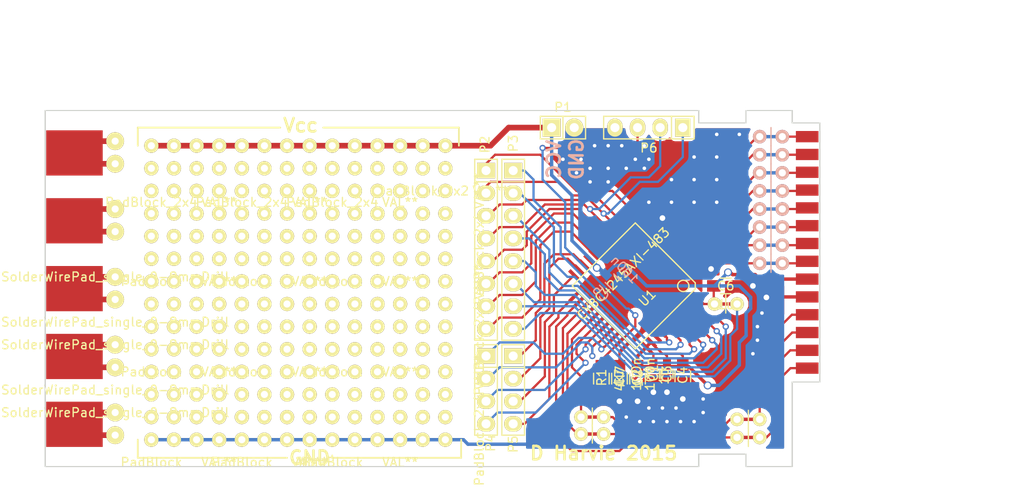
<source format=kicad_pcb>
(kicad_pcb (version 4) (host pcbnew "(2014-12-04 BZR 5312)-product")

  (general
    (links 77)
    (no_connects 2)
    (area 104.717475 44.5 219.8 97.549)
    (thickness 1.6)
    (drawings 94)
    (tracks 587)
    (zones 0)
    (modules 56)
    (nets 54)
  )

  (page A4)
  (layers
    (0 F.Cu signal)
    (31 B.Cu signal)
    (32 B.Adhes user)
    (33 F.Adhes user)
    (34 B.Paste user)
    (35 F.Paste user)
    (36 B.SilkS user)
    (37 F.SilkS user)
    (38 B.Mask user)
    (39 F.Mask user)
    (40 Dwgs.User user)
    (41 Cmts.User user)
    (42 Eco1.User user)
    (43 Eco2.User user)
    (44 Edge.Cuts user)
    (45 Margin user)
    (46 B.CrtYd user)
    (47 F.CrtYd user)
    (48 B.Fab user)
    (49 F.Fab user)
  )

  (setup
    (last_trace_width 0.254)
    (user_trace_width 0.381)
    (user_trace_width 0.635)
    (trace_clearance 0.2032)
    (zone_clearance 0.508)
    (zone_45_only no)
    (trace_min 0.2032)
    (segment_width 0.2)
    (edge_width 0.1)
    (via_size 0.889)
    (via_drill 0.635)
    (via_min_size 0.7)
    (via_min_drill 0.4)
    (user_via 0.7 0.4)
    (uvia_size 0.508)
    (uvia_drill 0.127)
    (uvias_allowed no)
    (uvia_min_size 0.508)
    (uvia_min_drill 0.127)
    (pcb_text_width 0.3)
    (pcb_text_size 1.5 1.5)
    (mod_edge_width 0.15)
    (mod_text_size 1 1)
    (mod_text_width 0.15)
    (pad_size 1.6 1.6)
    (pad_drill 0.8)
    (pad_to_mask_clearance 0)
    (aux_axis_origin 0 0)
    (visible_elements 7FFCFFFF)
    (pcbplotparams
      (layerselection 0x010f0_80000001)
      (usegerberextensions true)
      (excludeedgelayer true)
      (linewidth 0.100000)
      (plotframeref false)
      (viasonmask false)
      (mode 1)
      (useauxorigin false)
      (hpglpennumber 1)
      (hpglpenspeed 20)
      (hpglpendiameter 15)
      (hpglpenoverlay 2)
      (psnegative false)
      (psa4output false)
      (plotreference false)
      (plotvalue false)
      (plotinvisibletext false)
      (padsonsilk false)
      (subtractmaskfromsilk false)
      (outputformat 1)
      (mirror false)
      (drillshape 0)
      (scaleselection 1)
      (outputdirectory plot/))
  )

  (net 0 "")
  (net 1 "Net-(BR1-Pad1)")
  (net 2 "Net-(BR1-Pad2)")
  (net 3 "Net-(BR2-Pad1)")
  (net 4 "Net-(BR2-Pad2)")
  (net 5 "Net-(BR3-Pad1)")
  (net 6 "Net-(BR3-Pad2)")
  (net 7 "Net-(BR4-Pad1)")
  (net 8 "Net-(BR4-Pad2)")
  (net 9 "Net-(BR5-Pad1)")
  (net 10 "Net-(BR5-Pad2)")
  (net 11 "Net-(BR6-Pad1)")
  (net 12 "Net-(BR6-Pad2)")
  (net 13 "Net-(BR7-Pad1)")
  (net 14 "Net-(BR7-Pad2)")
  (net 15 "Net-(BR8-Pad1)")
  (net 16 "Net-(BR8-Pad2)")
  (net 17 "Net-(BR9-Pad1)")
  (net 18 "Net-(BR9-Pad2)")
  (net 19 "Net-(BR10-Pad1)")
  (net 20 /SW_COMM)
  (net 21 "Net-(BR11-Pad1)")
  (net 22 /Lights_COMM)
  (net 23 "Net-(BR12-Pad1)")
  (net 24 /DS)
  (net 25 "Net-(BR13-Pad1)")
  (net 26 /CP)
  (net 27 VCC)
  (net 28 DGND)
  (net 29 "Net-(C7-Pad2)")
  (net 30 "Net-(P2-Pad1)")
  (net 31 "Net-(P2-Pad2)")
  (net 32 /SWDIO)
  (net 33 /SWDCLK)
  (net 34 "Net-(P2-Pad5)")
  (net 35 "Net-(P2-Pad6)")
  (net 36 "Net-(P2-Pad7)")
  (net 37 "Net-(P2-Pad8)")
  (net 38 "Net-(P3-Pad1)")
  (net 39 "Net-(P3-Pad2)")
  (net 40 "Net-(P3-Pad3)")
  (net 41 "Net-(P3-Pad4)")
  (net 42 "Net-(P3-Pad5)")
  (net 43 "Net-(P3-Pad6)")
  (net 44 "Net-(P3-Pad7)")
  (net 45 "Net-(P4-Pad1)")
  (net 46 "Net-(P4-Pad2)")
  (net 47 "Net-(P4-Pad3)")
  (net 48 "Net-(P4-Pad4)")
  (net 49 "Net-(P5-Pad1)")
  (net 50 "Net-(P5-Pad2)")
  (net 51 "Net-(P5-Pad3)")
  (net 52 "Net-(P5-Pad4)")
  (net 53 /~XRES)

  (net_class Default "This is the default net class."
    (clearance 0.2032)
    (trace_width 0.254)
    (via_dia 0.889)
    (via_drill 0.635)
    (uvia_dia 0.508)
    (uvia_drill 0.127)
    (add_net /CP)
    (add_net /DS)
    (add_net /Lights_COMM)
    (add_net /SWDCLK)
    (add_net /SWDIO)
    (add_net /SW_COMM)
    (add_net /~XRES)
    (add_net "Net-(BR1-Pad1)")
    (add_net "Net-(BR1-Pad2)")
    (add_net "Net-(BR10-Pad1)")
    (add_net "Net-(BR11-Pad1)")
    (add_net "Net-(BR12-Pad1)")
    (add_net "Net-(BR13-Pad1)")
    (add_net "Net-(BR2-Pad1)")
    (add_net "Net-(BR2-Pad2)")
    (add_net "Net-(BR3-Pad1)")
    (add_net "Net-(BR3-Pad2)")
    (add_net "Net-(BR4-Pad1)")
    (add_net "Net-(BR4-Pad2)")
    (add_net "Net-(BR5-Pad1)")
    (add_net "Net-(BR5-Pad2)")
    (add_net "Net-(BR6-Pad1)")
    (add_net "Net-(BR6-Pad2)")
    (add_net "Net-(BR7-Pad1)")
    (add_net "Net-(BR7-Pad2)")
    (add_net "Net-(BR8-Pad1)")
    (add_net "Net-(BR8-Pad2)")
    (add_net "Net-(BR9-Pad1)")
    (add_net "Net-(BR9-Pad2)")
    (add_net "Net-(C7-Pad2)")
    (add_net "Net-(P2-Pad1)")
    (add_net "Net-(P2-Pad2)")
    (add_net "Net-(P2-Pad5)")
    (add_net "Net-(P2-Pad6)")
    (add_net "Net-(P2-Pad7)")
    (add_net "Net-(P2-Pad8)")
    (add_net "Net-(P3-Pad1)")
    (add_net "Net-(P3-Pad2)")
    (add_net "Net-(P3-Pad3)")
    (add_net "Net-(P3-Pad4)")
    (add_net "Net-(P3-Pad5)")
    (add_net "Net-(P3-Pad6)")
    (add_net "Net-(P3-Pad7)")
    (add_net "Net-(P4-Pad1)")
    (add_net "Net-(P4-Pad2)")
    (add_net "Net-(P4-Pad3)")
    (add_net "Net-(P4-Pad4)")
    (add_net "Net-(P5-Pad1)")
    (add_net "Net-(P5-Pad2)")
    (add_net "Net-(P5-Pad3)")
    (add_net "Net-(P5-Pad4)")
  )

  (net_class Power ""
    (clearance 0.254)
    (trace_width 0.381)
    (via_dia 0.889)
    (via_drill 0.635)
    (uvia_dia 0.508)
    (uvia_drill 0.127)
    (add_net DGND)
    (add_net VCC)
  )

  (module PadBlock_2x2 (layer F.Cu) (tedit 54AE29BC) (tstamp 54AE2C59)
    (at 152.4 60.96)
    (fp_text reference PadBlock_2x2 (at 0 5.08) (layer F.SilkS)
      (effects (font (size 1 1) (thickness 0.15)))
    )
    (fp_text value VAL** (at 7.62 5.08) (layer F.SilkS)
      (effects (font (size 1 1) (thickness 0.15)))
    )
    (pad 1 thru_hole circle (at 0 0) (size 1.6 1.6) (drill 0.8) (layers *.Cu *.Mask F.SilkS))
    (pad 2 thru_hole circle (at 2.54 0) (size 1.6 1.6) (drill 0.8) (layers *.Cu *.Mask F.SilkS))
    (pad 3 thru_hole circle (at 0 2.54) (size 1.6 1.6) (drill 0.8) (layers *.Cu *.Mask F.SilkS))
    (pad 4 thru_hole circle (at 2.54 2.54) (size 1.6 1.6) (drill 0.8) (layers *.Cu *.Mask F.SilkS))
  )

  (module PadBlock_4x4 (layer F.Cu) (tedit 54AE287D) (tstamp 54AE295D)
    (at 121.92 86.36)
    (fp_text reference PadBlock (at 0 10.16) (layer F.SilkS)
      (effects (font (size 1 1) (thickness 0.15)))
    )
    (fp_text value VAL** (at 7.62 10.16) (layer F.SilkS)
      (effects (font (size 1 1) (thickness 0.15)))
    )
    (pad 1 thru_hole circle (at 0 0) (size 1.6 1.6) (drill 0.8) (layers *.Cu *.Mask F.SilkS))
    (pad 2 thru_hole circle (at 2.54 0) (size 1.6 1.6) (drill 0.8) (layers *.Cu *.Mask F.SilkS))
    (pad 3 thru_hole circle (at 5.08 0) (size 1.6 1.6) (drill 0.8) (layers *.Cu *.Mask F.SilkS))
    (pad 4 thru_hole circle (at 7.62 0) (size 1.6 1.6) (drill 0.8) (layers *.Cu *.Mask F.SilkS))
    (pad 5 thru_hole circle (at 0 2.54) (size 1.6 1.6) (drill 0.8) (layers *.Cu *.Mask F.SilkS))
    (pad 6 thru_hole circle (at 2.54 2.54) (size 1.6 1.6) (drill 0.8) (layers *.Cu *.Mask F.SilkS))
    (pad 7 thru_hole circle (at 5.08 2.54) (size 1.6 1.6) (drill 0.8) (layers *.Cu *.Mask F.SilkS))
    (pad 8 thru_hole circle (at 7.62 2.54) (size 1.6 1.6) (drill 0.8) (layers *.Cu *.Mask F.SilkS))
    (pad 9 thru_hole circle (at 0 5.08) (size 1.6 1.6) (drill 0.8) (layers *.Cu *.Mask F.SilkS))
    (pad 10 thru_hole circle (at 2.54 5.08) (size 1.6 1.6) (drill 0.8) (layers *.Cu *.Mask F.SilkS))
    (pad 11 thru_hole circle (at 5.08 5.08) (size 1.6 1.6) (drill 0.8) (layers *.Cu *.Mask F.SilkS))
    (pad 12 thru_hole circle (at 7.62 5.08) (size 1.6 1.6) (drill 0.8) (layers *.Cu *.Mask F.SilkS))
    (pad 13 thru_hole circle (at 0 7.62) (size 1.6 1.6) (drill 0.8) (layers *.Cu *.Mask F.SilkS))
    (pad 14 thru_hole circle (at 2.54 7.62) (size 1.6 1.6) (drill 0.8) (layers *.Cu *.Mask F.SilkS))
    (pad 15 thru_hole circle (at 5.08 7.62) (size 1.6 1.6) (drill 0.8) (layers *.Cu *.Mask F.SilkS))
    (pad 16 thru_hole circle (at 7.62 7.62) (size 1.6 1.6) (drill 0.8) (layers *.Cu *.Mask F.SilkS))
  )

  (module C100_rear_connector (layer F.Cu) (tedit 54ACF792) (tstamp 54ACEFFE)
    (at 113.284 61.7728)
    (fp_text reference C100_rear_connector (at 5.08 12.7 90) (layer Eco1.User)
      (effects (font (size 1 1) (thickness 0.15)))
    )
    (fp_text value VAL** (at 5.08 23.495 90) (layer Eco1.User)
      (effects (font (size 1 1) (thickness 0.15)))
    )
    (pad 1 smd rect (at 0 0) (size 6.35 5.08) (layers F.Cu F.Mask))
    (pad 2 smd rect (at 0 7.62) (size 6.35 5.08) (layers F.Cu F.Mask))
    (pad 3 smd rect (at 0 15.24) (size 6.35 5.08) (layers F.Cu F.Mask))
    (pad 4 smd rect (at 0 22.86) (size 6.35 5.08) (layers F.Cu F.Mask))
    (pad 5 smd rect (at 0 30.48) (size 6.35 5.08) (layers F.Cu F.Mask))
  )

  (module "C100 specific:C100_display_edge_connector" (layer F.Cu) (tedit 54ADC043) (tstamp 54ADC149)
    (at 195.58 59.944)
    (path /54AD132C)
    (fp_text reference J1 (at 3.048 1.016) (layer Eco1.User)
      (effects (font (size 1 1) (thickness 0.15)))
    )
    (fp_text value C100_display_connector (at 3.048 11.176 90) (layer Eco1.User)
      (effects (font (size 1 1) (thickness 0.15)))
    )
    (pad 1 smd rect (at 0 0) (size 2.54 1.27) (layers F.Cu F.Mask)
      (net 1 "Net-(BR1-Pad1)"))
    (pad 2 smd rect (at 0 2) (size 2.54 1.27) (layers F.Cu F.Mask)
      (net 3 "Net-(BR2-Pad1)"))
    (pad 3 smd rect (at 0 4) (size 2.54 1.27) (layers F.Cu F.Mask)
      (net 5 "Net-(BR3-Pad1)"))
    (pad 4 smd rect (at 0 6) (size 2.54 1.27) (layers F.Cu F.Mask)
      (net 7 "Net-(BR4-Pad1)"))
    (pad 5 smd rect (at 0 8) (size 2.54 1.27) (layers F.Cu F.Mask)
      (net 9 "Net-(BR5-Pad1)"))
    (pad 6 smd rect (at 0 10) (size 2.54 1.27) (layers F.Cu F.Mask)
      (net 11 "Net-(BR6-Pad1)"))
    (pad 7 smd rect (at 0 12) (size 2.54 1.27) (layers F.Cu F.Mask)
      (net 13 "Net-(BR7-Pad1)"))
    (pad 8 smd rect (at 0 14) (size 2.54 1.27) (layers F.Cu F.Mask)
      (net 15 "Net-(BR8-Pad1)"))
    (pad 9 smd rect (at 0 16) (size 2.54 1.27) (layers F.Cu F.Mask)
      (net 27 VCC))
    (pad 10 smd rect (at 0 18) (size 2.54 1.27) (layers F.Cu F.Mask)
      (net 28 DGND))
    (pad 11 smd rect (at 0 20) (size 2.54 1.27) (layers F.Cu F.Mask)
      (net 20 /SW_COMM))
    (pad 12 smd rect (at 0 22) (size 2.54 1.27) (layers F.Cu F.Mask)
      (net 22 /Lights_COMM))
    (pad 13 smd rect (at 0 24) (size 2.54 1.27) (layers F.Cu F.Mask)
      (net 24 /DS))
    (pad 14 smd rect (at 0 26) (size 2.54 1.27) (layers F.Cu F.Mask)
      (net 26 /CP))
  )

  (module Pin_Headers:Pin_Header_Straight_1x02 (layer F.Cu) (tedit 54ADC003) (tstamp 54ADC14F)
    (at 168.148 58.928)
    (descr "Through hole pin header")
    (tags "pin header")
    (path /54ADA951)
    (fp_text reference P1 (at 0 -2.286) (layer F.SilkS)
      (effects (font (size 1 1) (thickness 0.15)))
    )
    (fp_text value CONN_01X02 (at 0 0) (layer F.SilkS) hide
      (effects (font (size 1 1) (thickness 0.15)))
    )
    (fp_line (start 0 -1.27) (end 0 1.27) (layer F.SilkS) (width 0.15))
    (fp_line (start -2.54 -1.27) (end -2.54 1.27) (layer F.SilkS) (width 0.15))
    (fp_line (start -2.54 1.27) (end 0 1.27) (layer F.SilkS) (width 0.15))
    (fp_line (start 0 1.27) (end 2.54 1.27) (layer F.SilkS) (width 0.15))
    (fp_line (start 2.54 1.27) (end 2.54 -1.27) (layer F.SilkS) (width 0.15))
    (fp_line (start 2.54 -1.27) (end -2.54 -1.27) (layer F.SilkS) (width 0.15))
    (pad 1 thru_hole rect (at -1.27 0) (size 2.032 2.032) (drill 1.016) (layers *.Cu *.Mask F.SilkS)
      (net 27 VCC))
    (pad 2 thru_hole oval (at 1.27 0) (size 2.032 2.032) (drill 1.016) (layers *.Cu *.Mask F.SilkS)
      (net 28 DGND))
    (model Pin_Headers/Pin_Header_Straight_1x02.wrl
      (at (xyz 0 0 0))
      (scale (xyz 1 1 1))
      (rotate (xyz 0 0 0))
    )
  )

  (module Pin_Headers:Pin_Header_Straight_1x08 (layer F.Cu) (tedit 54BF31B0) (tstamp 54ADC15B)
    (at 159.512 72.644 270)
    (descr "Through hole pin header")
    (tags "pin header")
    (path /54AE08DE)
    (fp_text reference P2 (at -11.811 0.127 270) (layer F.SilkS)
      (effects (font (size 1 1) (thickness 0.15)))
    )
    (fp_text value CONN_01X08 (at 0 0 270) (layer F.SilkS) hide
      (effects (font (size 1 1) (thickness 0.15)))
    )
    (fp_line (start -7.62 -1.27) (end 10.16 -1.27) (layer F.SilkS) (width 0.15))
    (fp_line (start 10.16 -1.27) (end 10.16 1.27) (layer F.SilkS) (width 0.15))
    (fp_line (start 10.16 1.27) (end -7.62 1.27) (layer F.SilkS) (width 0.15))
    (fp_line (start -10.16 -1.27) (end -7.62 -1.27) (layer F.SilkS) (width 0.15))
    (fp_line (start -7.62 -1.27) (end -7.62 1.27) (layer F.SilkS) (width 0.15))
    (fp_line (start -10.16 -1.27) (end -10.16 1.27) (layer F.SilkS) (width 0.15))
    (fp_line (start -10.16 1.27) (end -7.62 1.27) (layer F.SilkS) (width 0.15))
    (pad 1 thru_hole rect (at -8.89 0 270) (size 1.7272 2.032) (drill 1.016) (layers *.Cu *.Mask F.SilkS)
      (net 30 "Net-(P2-Pad1)"))
    (pad 2 thru_hole oval (at -6.35 0 270) (size 1.7272 2.032) (drill 1.016) (layers *.Cu *.Mask F.SilkS)
      (net 31 "Net-(P2-Pad2)"))
    (pad 3 thru_hole oval (at -3.81 0 270) (size 1.7272 2.032) (drill 1.016) (layers *.Cu *.Mask F.SilkS)
      (net 32 /SWDIO))
    (pad 4 thru_hole oval (at -1.27 0 270) (size 1.7272 2.032) (drill 1.016) (layers *.Cu *.Mask F.SilkS)
      (net 33 /SWDCLK))
    (pad 5 thru_hole oval (at 1.27 0 270) (size 1.7272 2.032) (drill 1.016) (layers *.Cu *.Mask F.SilkS)
      (net 34 "Net-(P2-Pad5)"))
    (pad 6 thru_hole oval (at 3.81 0 270) (size 1.7272 2.032) (drill 1.016) (layers *.Cu *.Mask F.SilkS)
      (net 35 "Net-(P2-Pad6)"))
    (pad 7 thru_hole oval (at 6.35 0 270) (size 1.7272 2.032) (drill 1.016) (layers *.Cu *.Mask F.SilkS)
      (net 36 "Net-(P2-Pad7)"))
    (pad 8 thru_hole oval (at 8.89 0 270) (size 1.7272 2.032) (drill 1.016) (layers *.Cu *.Mask F.SilkS)
      (net 37 "Net-(P2-Pad8)"))
    (model Pin_Headers/Pin_Header_Straight_1x08.wrl
      (at (xyz 0 0 0))
      (scale (xyz 1 1 1))
      (rotate (xyz 0 0 0))
    )
  )

  (module Pin_Headers:Pin_Header_Straight_1x08 (layer F.Cu) (tedit 54BF31AB) (tstamp 54ADC167)
    (at 162.56 72.644 270)
    (descr "Through hole pin header")
    (tags "pin header")
    (path /54ADADFD)
    (fp_text reference P3 (at -11.938 0 270) (layer F.SilkS)
      (effects (font (size 1 1) (thickness 0.15)))
    )
    (fp_text value CONN_01X08 (at 0 0 270) (layer F.SilkS) hide
      (effects (font (size 1 1) (thickness 0.15)))
    )
    (fp_line (start -7.62 -1.27) (end 10.16 -1.27) (layer F.SilkS) (width 0.15))
    (fp_line (start 10.16 -1.27) (end 10.16 1.27) (layer F.SilkS) (width 0.15))
    (fp_line (start 10.16 1.27) (end -7.62 1.27) (layer F.SilkS) (width 0.15))
    (fp_line (start -10.16 -1.27) (end -7.62 -1.27) (layer F.SilkS) (width 0.15))
    (fp_line (start -7.62 -1.27) (end -7.62 1.27) (layer F.SilkS) (width 0.15))
    (fp_line (start -10.16 -1.27) (end -10.16 1.27) (layer F.SilkS) (width 0.15))
    (fp_line (start -10.16 1.27) (end -7.62 1.27) (layer F.SilkS) (width 0.15))
    (pad 1 thru_hole rect (at -8.89 0 270) (size 1.7272 2.032) (drill 1.016) (layers *.Cu *.Mask F.SilkS)
      (net 38 "Net-(P3-Pad1)"))
    (pad 2 thru_hole oval (at -6.35 0 270) (size 1.7272 2.032) (drill 1.016) (layers *.Cu *.Mask F.SilkS)
      (net 39 "Net-(P3-Pad2)"))
    (pad 3 thru_hole oval (at -3.81 0 270) (size 1.7272 2.032) (drill 1.016) (layers *.Cu *.Mask F.SilkS)
      (net 40 "Net-(P3-Pad3)"))
    (pad 4 thru_hole oval (at -1.27 0 270) (size 1.7272 2.032) (drill 1.016) (layers *.Cu *.Mask F.SilkS)
      (net 41 "Net-(P3-Pad4)"))
    (pad 5 thru_hole oval (at 1.27 0 270) (size 1.7272 2.032) (drill 1.016) (layers *.Cu *.Mask F.SilkS)
      (net 42 "Net-(P3-Pad5)"))
    (pad 6 thru_hole oval (at 3.81 0 270) (size 1.7272 2.032) (drill 1.016) (layers *.Cu *.Mask F.SilkS)
      (net 43 "Net-(P3-Pad6)"))
    (pad 7 thru_hole oval (at 6.35 0 270) (size 1.7272 2.032) (drill 1.016) (layers *.Cu *.Mask F.SilkS)
      (net 44 "Net-(P3-Pad7)"))
    (pad 8 thru_hole oval (at 8.89 0 270) (size 1.7272 2.032) (drill 1.016) (layers *.Cu *.Mask F.SilkS)
      (net 18 "Net-(BR9-Pad2)"))
    (model Pin_Headers/Pin_Header_Straight_1x08.wrl
      (at (xyz 0 0 0))
      (scale (xyz 1 1 1))
      (rotate (xyz 0 0 0))
    )
  )

  (module SMD_Packages:TQFP-44 (layer F.Cu) (tedit 53FE9278) (tstamp 54ADC1B5)
    (at 176.276 76.708 225)
    (path /54AD0963)
    (attr smd)
    (fp_text reference U1 (at 0 -1.905 225) (layer F.SilkS)
      (effects (font (size 1 1) (thickness 0.15)))
    )
    (fp_text value CY8C4245AXI-483 (at 0 1.905 225) (layer F.SilkS)
      (effects (font (size 1 1) (thickness 0.15)))
    )
    (fp_line (start 5.0038 -5.0038) (end 5.0038 5.0038) (layer F.SilkS) (width 0.15))
    (fp_line (start 5.0038 5.0038) (end -5.0038 5.0038) (layer F.SilkS) (width 0.15))
    (fp_line (start -5.0038 -4.5212) (end -5.0038 5.0038) (layer F.SilkS) (width 0.15))
    (fp_line (start -4.5212 -5.0038) (end 5.0038 -5.0038) (layer F.SilkS) (width 0.15))
    (fp_line (start -5.0038 -4.5212) (end -4.5212 -5.0038) (layer F.SilkS) (width 0.15))
    (fp_circle (center -3.81 -3.81) (end -3.81 -3.175) (layer F.SilkS) (width 0.15))
    (pad 39 smd rect (at 0 -5.715 225) (size 0.4064 1.524) (layers F.Cu F.Paste F.Mask)
      (net 40 "Net-(P3-Pad3)"))
    (pad 40 smd rect (at -0.8001 -5.715 225) (size 0.4064 1.524) (layers F.Cu F.Paste F.Mask)
      (net 41 "Net-(P3-Pad4)"))
    (pad 41 smd rect (at -1.6002 -5.715 225) (size 0.4064 1.524) (layers F.Cu F.Paste F.Mask)
      (net 42 "Net-(P3-Pad5)"))
    (pad 42 smd rect (at -2.4003 -5.715 225) (size 0.4064 1.524) (layers F.Cu F.Paste F.Mask)
      (net 43 "Net-(P3-Pad6)"))
    (pad 43 smd rect (at -3.2004 -5.715 225) (size 0.4064 1.524) (layers F.Cu F.Paste F.Mask)
      (net 44 "Net-(P3-Pad7)"))
    (pad 44 smd rect (at -4.0005 -5.715 225) (size 0.4064 1.524) (layers F.Cu F.Paste F.Mask)
      (net 17 "Net-(BR9-Pad1)"))
    (pad 38 smd rect (at 0.8001 -5.715 225) (size 0.4064 1.524) (layers F.Cu F.Paste F.Mask)
      (net 39 "Net-(P3-Pad2)"))
    (pad 37 smd rect (at 1.6002 -5.715 225) (size 0.4064 1.524) (layers F.Cu F.Paste F.Mask)
      (net 38 "Net-(P3-Pad1)"))
    (pad 36 smd rect (at 2.4003 -5.715 225) (size 0.4064 1.524) (layers F.Cu F.Paste F.Mask)
      (net 28 DGND))
    (pad 35 smd rect (at 3.2004 -5.715 225) (size 0.4064 1.524) (layers F.Cu F.Paste F.Mask)
      (net 27 VCC))
    (pad 34 smd rect (at 4.0005 -5.715 225) (size 0.4064 1.524) (layers F.Cu F.Paste F.Mask)
      (net 27 VCC))
    (pad 17 smd rect (at 0 5.715 225) (size 0.4064 1.524) (layers F.Cu F.Paste F.Mask)
      (net 36 "Net-(P2-Pad7)"))
    (pad 16 smd rect (at -0.8001 5.715 225) (size 0.4064 1.524) (layers F.Cu F.Paste F.Mask)
      (net 35 "Net-(P2-Pad6)"))
    (pad 15 smd rect (at -1.6002 5.715 225) (size 0.4064 1.524) (layers F.Cu F.Paste F.Mask)
      (net 34 "Net-(P2-Pad5)"))
    (pad 14 smd rect (at -2.4003 5.715 225) (size 0.4064 1.524) (layers F.Cu F.Paste F.Mask)
      (net 33 /SWDCLK))
    (pad 13 smd rect (at -3.2004 5.715 225) (size 0.4064 1.524) (layers F.Cu F.Paste F.Mask)
      (net 32 /SWDIO))
    (pad 12 smd rect (at -4.0005 5.715 225) (size 0.4064 1.524) (layers F.Cu F.Paste F.Mask)
      (net 31 "Net-(P2-Pad2)"))
    (pad 18 smd rect (at 0.8001 5.715 225) (size 0.4064 1.524) (layers F.Cu F.Paste F.Mask)
      (net 37 "Net-(P2-Pad8)"))
    (pad 19 smd rect (at 1.6002 5.715 225) (size 0.4064 1.524) (layers F.Cu F.Paste F.Mask)
      (net 27 VCC))
    (pad 20 smd rect (at 2.4003 5.715 225) (size 0.4064 1.524) (layers F.Cu F.Paste F.Mask)
      (net 49 "Net-(P5-Pad1)"))
    (pad 21 smd rect (at 3.2004 5.715 225) (size 0.4064 1.524) (layers F.Cu F.Paste F.Mask)
      (net 50 "Net-(P5-Pad2)"))
    (pad 22 smd rect (at 4.0005 5.715 225) (size 0.4064 1.524) (layers F.Cu F.Paste F.Mask)
      (net 51 "Net-(P5-Pad3)"))
    (pad 6 smd rect (at -5.715 0 225) (size 1.524 0.4064) (layers F.Cu F.Paste F.Mask)
      (net 8 "Net-(BR4-Pad2)"))
    (pad 28 smd rect (at 5.715 0 225) (size 1.524 0.4064) (layers F.Cu F.Paste F.Mask)
      (net 48 "Net-(P4-Pad4)"))
    (pad 7 smd rect (at -5.715 0.8001 225) (size 1.524 0.4064) (layers F.Cu F.Paste F.Mask)
      (net 6 "Net-(BR3-Pad2)"))
    (pad 27 smd rect (at 5.715 0.8001 225) (size 1.524 0.4064) (layers F.Cu F.Paste F.Mask)
      (net 19 "Net-(BR10-Pad1)"))
    (pad 26 smd rect (at 5.715 1.6002 225) (size 1.524 0.4064) (layers F.Cu F.Paste F.Mask)
      (net 21 "Net-(BR11-Pad1)"))
    (pad 8 smd rect (at -5.715 1.6002 225) (size 1.524 0.4064) (layers F.Cu F.Paste F.Mask)
      (net 4 "Net-(BR2-Pad2)"))
    (pad 9 smd rect (at -5.715 2.4003 225) (size 1.524 0.4064) (layers F.Cu F.Paste F.Mask)
      (net 2 "Net-(BR1-Pad2)"))
    (pad 25 smd rect (at 5.715 2.4003 225) (size 1.524 0.4064) (layers F.Cu F.Paste F.Mask)
      (net 23 "Net-(BR12-Pad1)"))
    (pad 24 smd rect (at 5.715 3.2004 225) (size 1.524 0.4064) (layers F.Cu F.Paste F.Mask)
      (net 25 "Net-(BR13-Pad1)"))
    (pad 10 smd rect (at -5.715 3.2004 225) (size 1.524 0.4064) (layers F.Cu F.Paste F.Mask)
      (net 28 DGND))
    (pad 11 smd rect (at -5.715 4.0005 225) (size 1.524 0.4064) (layers F.Cu F.Paste F.Mask)
      (net 30 "Net-(P2-Pad1)"))
    (pad 23 smd rect (at 5.715 4.0005 225) (size 1.524 0.4064) (layers F.Cu F.Paste F.Mask)
      (net 52 "Net-(P5-Pad4)"))
    (pad 29 smd rect (at 5.715 -0.8001 225) (size 1.524 0.4064) (layers F.Cu F.Paste F.Mask)
      (net 47 "Net-(P4-Pad3)"))
    (pad 5 smd rect (at -5.715 -0.8001 225) (size 1.524 0.4064) (layers F.Cu F.Paste F.Mask)
      (net 10 "Net-(BR5-Pad2)"))
    (pad 4 smd rect (at -5.715 -1.6002 225) (size 1.524 0.4064) (layers F.Cu F.Paste F.Mask)
      (net 12 "Net-(BR6-Pad2)"))
    (pad 30 smd rect (at 5.715 -1.6002 225) (size 1.524 0.4064) (layers F.Cu F.Paste F.Mask)
      (net 46 "Net-(P4-Pad2)"))
    (pad 31 smd rect (at 5.715 -2.4003 225) (size 1.524 0.4064) (layers F.Cu F.Paste F.Mask)
      (net 45 "Net-(P4-Pad1)"))
    (pad 3 smd rect (at -5.715 -2.4003 225) (size 1.524 0.4064) (layers F.Cu F.Paste F.Mask)
      (net 14 "Net-(BR7-Pad2)"))
    (pad 2 smd rect (at -5.715 -3.2004 225) (size 1.524 0.4064) (layers F.Cu F.Paste F.Mask)
      (net 16 "Net-(BR8-Pad2)"))
    (pad 32 smd rect (at 5.715 -3.2004 225) (size 1.524 0.4064) (layers F.Cu F.Paste F.Mask)
      (net 53 /~XRES))
    (pad 33 smd rect (at 5.715 -4.0005 225) (size 1.524 0.4064) (layers F.Cu F.Paste F.Mask)
      (net 29 "Net-(C7-Pad2)"))
    (pad 1 smd rect (at -5.715 -4.0005 225) (size 1.524 0.4064) (layers F.Cu F.Paste F.Mask)
      (net 28 DGND))
    (model SMD_Packages/TQFP-44.wrl
      (at (xyz 0 0 0))
      (scale (xyz 4 4 4))
      (rotate (xyz 0 0 0))
    )
  )

  (module "C100 specific:Bridge_Conn" (layer B.Cu) (tedit 54ADC0EA) (tstamp 54ADC53F)
    (at 191.516 59.944 180)
    (descr "Resitance 4 pas")
    (tags R)
    (path /54ADB78A)
    (autoplace_cost180 10)
    (fp_text reference BR1 (at 3.81 0 180) (layer Eco1.User) hide
      (effects (font (size 1 1) (thickness 0.15)))
    )
    (fp_text value Bridge_Connector (at 1.27 -1.778 180) (layer Eco1.User) hide
      (effects (font (size 1 1) (thickness 0.15)))
    )
    (fp_line (start 0 1.016) (end 0 -1.016) (layer B.SilkS) (width 0.15))
    (fp_line (start -0.762 0) (end 0.762 0) (layer B.Cu) (width 0.381))
    (pad 1 thru_hole circle (at -1.27 0 180) (size 1.524 1.524) (drill 0.8128) (layers *.Cu *.Mask B.SilkS)
      (net 1 "Net-(BR1-Pad1)"))
    (pad 2 thru_hole circle (at 1.27 0 180) (size 1.524 1.524) (drill 0.8128) (layers *.Cu *.Mask B.SilkS)
      (net 2 "Net-(BR1-Pad2)"))
    (model Discret/R4.wrl
      (at (xyz 0 0 0))
      (scale (xyz 0.4 0.4 0.4))
      (rotate (xyz 0 0 0))
    )
  )

  (module "C100 specific:Bridge_Conn" (layer B.Cu) (tedit 54ADC0EA) (tstamp 54ADC536)
    (at 191.516 61.976 180)
    (descr "Resitance 4 pas")
    (tags R)
    (path /54ADB7BD)
    (autoplace_cost180 10)
    (fp_text reference BR2 (at 3.81 0 180) (layer Eco1.User) hide
      (effects (font (size 1 1) (thickness 0.15)))
    )
    (fp_text value Bridge_Connector (at 1.27 -1.778 180) (layer Eco1.User) hide
      (effects (font (size 1 1) (thickness 0.15)))
    )
    (fp_line (start 0 1.016) (end 0 -1.016) (layer B.SilkS) (width 0.15))
    (fp_line (start -0.762 0) (end 0.762 0) (layer B.Cu) (width 0.381))
    (pad 1 thru_hole circle (at -1.27 0 180) (size 1.524 1.524) (drill 0.8128) (layers *.Cu *.Mask B.SilkS)
      (net 3 "Net-(BR2-Pad1)"))
    (pad 2 thru_hole circle (at 1.27 0 180) (size 1.524 1.524) (drill 0.8128) (layers *.Cu *.Mask B.SilkS)
      (net 4 "Net-(BR2-Pad2)"))
    (model Discret/R4.wrl
      (at (xyz 0 0 0))
      (scale (xyz 0.4 0.4 0.4))
      (rotate (xyz 0 0 0))
    )
  )

  (module "C100 specific:Bridge_Conn" (layer B.Cu) (tedit 54ADC0EA) (tstamp 54ADC52D)
    (at 191.516 64.008 180)
    (descr "Resitance 4 pas")
    (tags R)
    (path /54ADB7DE)
    (autoplace_cost180 10)
    (fp_text reference BR3 (at 3.81 0 180) (layer Eco1.User) hide
      (effects (font (size 1 1) (thickness 0.15)))
    )
    (fp_text value Bridge_Connector (at 1.27 -1.778 180) (layer Eco1.User) hide
      (effects (font (size 1 1) (thickness 0.15)))
    )
    (fp_line (start 0 1.016) (end 0 -1.016) (layer B.SilkS) (width 0.15))
    (fp_line (start -0.762 0) (end 0.762 0) (layer B.Cu) (width 0.381))
    (pad 1 thru_hole circle (at -1.27 0 180) (size 1.524 1.524) (drill 0.8128) (layers *.Cu *.Mask B.SilkS)
      (net 5 "Net-(BR3-Pad1)"))
    (pad 2 thru_hole circle (at 1.27 0 180) (size 1.524 1.524) (drill 0.8128) (layers *.Cu *.Mask B.SilkS)
      (net 6 "Net-(BR3-Pad2)"))
    (model Discret/R4.wrl
      (at (xyz 0 0 0))
      (scale (xyz 0.4 0.4 0.4))
      (rotate (xyz 0 0 0))
    )
  )

  (module "C100 specific:Bridge_Conn" (layer B.Cu) (tedit 54ADC0EA) (tstamp 54ADC524)
    (at 191.516 66.04 180)
    (descr "Resitance 4 pas")
    (tags R)
    (path /54ADB804)
    (autoplace_cost180 10)
    (fp_text reference BR4 (at 3.81 0 180) (layer Eco1.User) hide
      (effects (font (size 1 1) (thickness 0.15)))
    )
    (fp_text value Bridge_Connector (at 1.27 -1.778 180) (layer Eco1.User) hide
      (effects (font (size 1 1) (thickness 0.15)))
    )
    (fp_line (start 0 1.016) (end 0 -1.016) (layer B.SilkS) (width 0.15))
    (fp_line (start -0.762 0) (end 0.762 0) (layer B.Cu) (width 0.381))
    (pad 1 thru_hole circle (at -1.27 0 180) (size 1.524 1.524) (drill 0.8128) (layers *.Cu *.Mask B.SilkS)
      (net 7 "Net-(BR4-Pad1)"))
    (pad 2 thru_hole circle (at 1.27 0 180) (size 1.524 1.524) (drill 0.8128) (layers *.Cu *.Mask B.SilkS)
      (net 8 "Net-(BR4-Pad2)"))
    (model Discret/R4.wrl
      (at (xyz 0 0 0))
      (scale (xyz 0.4 0.4 0.4))
      (rotate (xyz 0 0 0))
    )
  )

  (module "C100 specific:Bridge_Conn" (layer B.Cu) (tedit 54ADC0EA) (tstamp 54ADC51B)
    (at 191.516 68.072 180)
    (descr "Resitance 4 pas")
    (tags R)
    (path /54ADB82B)
    (autoplace_cost180 10)
    (fp_text reference BR5 (at 3.81 0 180) (layer Eco1.User) hide
      (effects (font (size 1 1) (thickness 0.15)))
    )
    (fp_text value Bridge_Connector (at 1.27 -1.778 180) (layer Eco1.User) hide
      (effects (font (size 1 1) (thickness 0.15)))
    )
    (fp_line (start 0 1.016) (end 0 -1.016) (layer B.SilkS) (width 0.15))
    (fp_line (start -0.762 0) (end 0.762 0) (layer B.Cu) (width 0.381))
    (pad 1 thru_hole circle (at -1.27 0 180) (size 1.524 1.524) (drill 0.8128) (layers *.Cu *.Mask B.SilkS)
      (net 9 "Net-(BR5-Pad1)"))
    (pad 2 thru_hole circle (at 1.27 0 180) (size 1.524 1.524) (drill 0.8128) (layers *.Cu *.Mask B.SilkS)
      (net 10 "Net-(BR5-Pad2)"))
    (model Discret/R4.wrl
      (at (xyz 0 0 0))
      (scale (xyz 0.4 0.4 0.4))
      (rotate (xyz 0 0 0))
    )
  )

  (module "C100 specific:Bridge_Conn" (layer B.Cu) (tedit 54ADC0EA) (tstamp 54ADC512)
    (at 191.516 70.104 180)
    (descr "Resitance 4 pas")
    (tags R)
    (path /54ADB853)
    (autoplace_cost180 10)
    (fp_text reference BR6 (at 3.81 0 180) (layer Eco1.User) hide
      (effects (font (size 1 1) (thickness 0.15)))
    )
    (fp_text value Bridge_Connector (at 1.27 -1.778 180) (layer Eco1.User) hide
      (effects (font (size 1 1) (thickness 0.15)))
    )
    (fp_line (start 0 1.016) (end 0 -1.016) (layer B.SilkS) (width 0.15))
    (fp_line (start -0.762 0) (end 0.762 0) (layer B.Cu) (width 0.381))
    (pad 1 thru_hole circle (at -1.27 0 180) (size 1.524 1.524) (drill 0.8128) (layers *.Cu *.Mask B.SilkS)
      (net 11 "Net-(BR6-Pad1)"))
    (pad 2 thru_hole circle (at 1.27 0 180) (size 1.524 1.524) (drill 0.8128) (layers *.Cu *.Mask B.SilkS)
      (net 12 "Net-(BR6-Pad2)"))
    (model Discret/R4.wrl
      (at (xyz 0 0 0))
      (scale (xyz 0.4 0.4 0.4))
      (rotate (xyz 0 0 0))
    )
  )

  (module "C100 specific:Bridge_Conn" (layer B.Cu) (tedit 54ADC0EA) (tstamp 54ADC509)
    (at 191.516 72.136 180)
    (descr "Resitance 4 pas")
    (tags R)
    (path /54ADB878)
    (autoplace_cost180 10)
    (fp_text reference BR7 (at 3.81 0 180) (layer Eco1.User) hide
      (effects (font (size 1 1) (thickness 0.15)))
    )
    (fp_text value Bridge_Connector (at 1.27 -1.778 180) (layer Eco1.User) hide
      (effects (font (size 1 1) (thickness 0.15)))
    )
    (fp_line (start 0 1.016) (end 0 -1.016) (layer B.SilkS) (width 0.15))
    (fp_line (start -0.762 0) (end 0.762 0) (layer B.Cu) (width 0.381))
    (pad 1 thru_hole circle (at -1.27 0 180) (size 1.524 1.524) (drill 0.8128) (layers *.Cu *.Mask B.SilkS)
      (net 13 "Net-(BR7-Pad1)"))
    (pad 2 thru_hole circle (at 1.27 0 180) (size 1.524 1.524) (drill 0.8128) (layers *.Cu *.Mask B.SilkS)
      (net 14 "Net-(BR7-Pad2)"))
    (model Discret/R4.wrl
      (at (xyz 0 0 0))
      (scale (xyz 0.4 0.4 0.4))
      (rotate (xyz 0 0 0))
    )
  )

  (module "C100 specific:Bridge_Conn" (layer B.Cu) (tedit 54ADC0EA) (tstamp 54ADC500)
    (at 191.516 74.168 180)
    (descr "Resitance 4 pas")
    (tags R)
    (path /54ADB89E)
    (autoplace_cost180 10)
    (fp_text reference BR8 (at 3.81 0 180) (layer Eco1.User) hide
      (effects (font (size 1 1) (thickness 0.15)))
    )
    (fp_text value Bridge_Connector (at 1.27 -1.778 180) (layer Eco1.User) hide
      (effects (font (size 1 1) (thickness 0.15)))
    )
    (fp_line (start 0 1.016) (end 0 -1.016) (layer B.SilkS) (width 0.15))
    (fp_line (start -0.762 0) (end 0.762 0) (layer B.Cu) (width 0.381))
    (pad 1 thru_hole circle (at -1.27 0 180) (size 1.524 1.524) (drill 0.8128) (layers *.Cu *.Mask B.SilkS)
      (net 15 "Net-(BR8-Pad1)"))
    (pad 2 thru_hole circle (at 1.27 0 180) (size 1.524 1.524) (drill 0.8128) (layers *.Cu *.Mask B.SilkS)
      (net 16 "Net-(BR8-Pad2)"))
    (model Discret/R4.wrl
      (at (xyz 0 0 0))
      (scale (xyz 0.4 0.4 0.4))
      (rotate (xyz 0 0 0))
    )
  )

  (module "C100 specific:Bridge_Conn" (layer F.Cu) (tedit 54ADC0EA) (tstamp 54ADC404)
    (at 186.436 78.74)
    (descr "Resitance 4 pas")
    (tags R)
    (path /54ADC638)
    (autoplace_cost180 10)
    (fp_text reference BR9 (at 3.81 0) (layer Eco1.User) hide
      (effects (font (size 1 1) (thickness 0.15)))
    )
    (fp_text value Bridge_Connector (at 1.27 1.778) (layer Eco1.User) hide
      (effects (font (size 1 1) (thickness 0.15)))
    )
    (fp_line (start 0 -1.016) (end 0 1.016) (layer F.SilkS) (width 0.15))
    (fp_line (start -0.762 0) (end 0.762 0) (layer F.Cu) (width 0.381))
    (pad 1 thru_hole circle (at -1.27 0) (size 1.524 1.524) (drill 0.8128) (layers *.Cu *.Mask F.SilkS)
      (net 17 "Net-(BR9-Pad1)"))
    (pad 2 thru_hole circle (at 1.27 0) (size 1.524 1.524) (drill 0.8128) (layers *.Cu *.Mask F.SilkS)
      (net 18 "Net-(BR9-Pad2)"))
    (model Discret/R4.wrl
      (at (xyz 0 0 0))
      (scale (xyz 0.4 0.4 0.4))
      (rotate (xyz 0 0 0))
    )
  )

  (module "C100 specific:Bridge_Conn" (layer F.Cu) (tedit 54ADC0EA) (tstamp 54ADC40C)
    (at 171.45 91.44)
    (descr "Resitance 4 pas")
    (tags R)
    (path /54ADCF59)
    (autoplace_cost180 10)
    (fp_text reference BR10 (at 3.81 0) (layer Eco1.User) hide
      (effects (font (size 1 1) (thickness 0.15)))
    )
    (fp_text value Bridge_Connector (at 1.27 1.778) (layer Eco1.User) hide
      (effects (font (size 1 1) (thickness 0.15)))
    )
    (fp_line (start 0 -1.016) (end 0 1.016) (layer F.SilkS) (width 0.15))
    (fp_line (start -0.762 0) (end 0.762 0) (layer F.Cu) (width 0.381))
    (pad 1 thru_hole circle (at -1.27 0) (size 1.524 1.524) (drill 0.8128) (layers *.Cu *.Mask F.SilkS)
      (net 19 "Net-(BR10-Pad1)"))
    (pad 2 thru_hole circle (at 1.27 0) (size 1.524 1.524) (drill 0.8128) (layers *.Cu *.Mask F.SilkS)
      (net 20 /SW_COMM))
    (model Discret/R4.wrl
      (at (xyz 0 0 0))
      (scale (xyz 0.4 0.4 0.4))
      (rotate (xyz 0 0 0))
    )
  )

  (module "C100 specific:Bridge_Conn" (layer F.Cu) (tedit 54ADC0EA) (tstamp 54ADC414)
    (at 171.45 93.345)
    (descr "Resitance 4 pas")
    (tags R)
    (path /54ADD0CD)
    (autoplace_cost180 10)
    (fp_text reference BR11 (at 3.81 0) (layer Eco1.User) hide
      (effects (font (size 1 1) (thickness 0.15)))
    )
    (fp_text value Bridge_Connector (at 1.27 1.778) (layer Eco1.User) hide
      (effects (font (size 1 1) (thickness 0.15)))
    )
    (fp_line (start 0 -1.016) (end 0 1.016) (layer F.SilkS) (width 0.15))
    (fp_line (start -0.762 0) (end 0.762 0) (layer F.Cu) (width 0.381))
    (pad 1 thru_hole circle (at -1.27 0) (size 1.524 1.524) (drill 0.8128) (layers *.Cu *.Mask F.SilkS)
      (net 21 "Net-(BR11-Pad1)"))
    (pad 2 thru_hole circle (at 1.27 0) (size 1.524 1.524) (drill 0.8128) (layers *.Cu *.Mask F.SilkS)
      (net 22 /Lights_COMM))
    (model Discret/R4.wrl
      (at (xyz 0 0 0))
      (scale (xyz 0.4 0.4 0.4))
      (rotate (xyz 0 0 0))
    )
  )

  (module "C100 specific:Bridge_Conn" (layer F.Cu) (tedit 54ADC0EA) (tstamp 54ADC41C)
    (at 188.976 91.694)
    (descr "Resitance 4 pas")
    (tags R)
    (path /54ADD0F7)
    (autoplace_cost180 10)
    (fp_text reference BR12 (at 3.81 0) (layer Eco1.User) hide
      (effects (font (size 1 1) (thickness 0.15)))
    )
    (fp_text value Bridge_Connector (at 1.27 1.778) (layer Eco1.User) hide
      (effects (font (size 1 1) (thickness 0.15)))
    )
    (fp_line (start 0 -1.016) (end 0 1.016) (layer F.SilkS) (width 0.15))
    (fp_line (start -0.762 0) (end 0.762 0) (layer F.Cu) (width 0.381))
    (pad 1 thru_hole circle (at -1.27 0) (size 1.524 1.524) (drill 0.8128) (layers *.Cu *.Mask F.SilkS)
      (net 23 "Net-(BR12-Pad1)"))
    (pad 2 thru_hole circle (at 1.27 0) (size 1.524 1.524) (drill 0.8128) (layers *.Cu *.Mask F.SilkS)
      (net 24 /DS))
    (model Discret/R4.wrl
      (at (xyz 0 0 0))
      (scale (xyz 0.4 0.4 0.4))
      (rotate (xyz 0 0 0))
    )
  )

  (module "C100 specific:Bridge_Conn" (layer F.Cu) (tedit 54ADC0EA) (tstamp 54ADC424)
    (at 188.976 93.726)
    (descr "Resitance 4 pas")
    (tags R)
    (path /54ADD122)
    (autoplace_cost180 10)
    (fp_text reference BR13 (at 3.81 0) (layer Eco1.User) hide
      (effects (font (size 1 1) (thickness 0.15)))
    )
    (fp_text value Bridge_Connector (at 1.27 1.778) (layer Eco1.User) hide
      (effects (font (size 1 1) (thickness 0.15)))
    )
    (fp_line (start 0 -1.016) (end 0 1.016) (layer F.SilkS) (width 0.15))
    (fp_line (start -0.762 0) (end 0.762 0) (layer F.Cu) (width 0.381))
    (pad 1 thru_hole circle (at -1.27 0) (size 1.524 1.524) (drill 0.8128) (layers *.Cu *.Mask F.SilkS)
      (net 25 "Net-(BR13-Pad1)"))
    (pad 2 thru_hole circle (at 1.27 0) (size 1.524 1.524) (drill 0.8128) (layers *.Cu *.Mask F.SilkS)
      (net 26 /CP))
    (model Discret/R4.wrl
      (at (xyz 0 0 0))
      (scale (xyz 0.4 0.4 0.4))
      (rotate (xyz 0 0 0))
    )
  )

  (module Resistors_SMD:R_0603_HandSoldering (layer F.Cu) (tedit 54BDA487) (tstamp 54ADC853)
    (at 178.308 86.614 270)
    (descr "Resistor SMD 0603, hand soldering")
    (tags "resistor 0603")
    (path /54AC94FB)
    (attr smd)
    (fp_text reference C1 (at -0.127 0 270) (layer F.SilkS)
      (effects (font (size 1 1) (thickness 0.15)))
    )
    (fp_text value 100n (at 0 1.9 270) (layer F.SilkS)
      (effects (font (size 1 1) (thickness 0.15)))
    )
    (fp_line (start -2 -0.8) (end 2 -0.8) (layer F.CrtYd) (width 0.05))
    (fp_line (start -2 0.8) (end 2 0.8) (layer F.CrtYd) (width 0.05))
    (fp_line (start -2 -0.8) (end -2 0.8) (layer F.CrtYd) (width 0.05))
    (fp_line (start 2 -0.8) (end 2 0.8) (layer F.CrtYd) (width 0.05))
    (fp_line (start 0.5 0.675) (end -0.5 0.675) (layer F.SilkS) (width 0.15))
    (fp_line (start -0.5 -0.675) (end 0.5 -0.675) (layer F.SilkS) (width 0.15))
    (pad 1 smd rect (at -1.1 0 270) (size 1.2 0.9) (layers F.Cu F.Paste F.Mask)
      (net 27 VCC))
    (pad 2 smd rect (at 1.1 0 270) (size 1.2 0.9) (layers F.Cu F.Paste F.Mask)
      (net 28 DGND))
    (model Resistors_SMD/R_0603_HandSoldering.wrl
      (at (xyz 0 0 0))
      (scale (xyz 1 1 1))
      (rotate (xyz 0 0 0))
    )
  )

  (module Resistors_SMD:R_0805_HandSoldering (layer F.Cu) (tedit 54BDA43C) (tstamp 54ADC84C)
    (at 176.53 87.122 270)
    (descr "Resistor SMD 0805, hand soldering")
    (tags "resistor 0805")
    (path /54AC954C)
    (attr smd)
    (fp_text reference C2 (at -0.122 0.03 270) (layer F.SilkS)
      (effects (font (size 1 1) (thickness 0.15)))
    )
    (fp_text value 1u (at 0 2.1 270) (layer F.SilkS)
      (effects (font (size 1 1) (thickness 0.15)))
    )
    (fp_line (start -2.4 -1) (end 2.4 -1) (layer F.CrtYd) (width 0.05))
    (fp_line (start -2.4 1) (end 2.4 1) (layer F.CrtYd) (width 0.05))
    (fp_line (start -2.4 -1) (end -2.4 1) (layer F.CrtYd) (width 0.05))
    (fp_line (start 2.4 -1) (end 2.4 1) (layer F.CrtYd) (width 0.05))
    (fp_line (start 0.6 0.875) (end -0.6 0.875) (layer F.SilkS) (width 0.15))
    (fp_line (start -0.6 -0.875) (end 0.6 -0.875) (layer F.SilkS) (width 0.15))
    (pad 1 smd rect (at -1.35 0 270) (size 1.5 1.3) (layers F.Cu F.Paste F.Mask)
      (net 27 VCC))
    (pad 2 smd rect (at 1.35 0 270) (size 1.5 1.3) (layers F.Cu F.Paste F.Mask)
      (net 28 DGND))
    (model Resistors_SMD/R_0805_HandSoldering.wrl
      (at (xyz 0 0 0))
      (scale (xyz 1 1 1))
      (rotate (xyz 0 0 0))
    )
  )

  (module Resistors_SMD:R_0603_HandSoldering (layer F.Cu) (tedit 54BDA485) (tstamp 54ADC436)
    (at 179.832 86.614 270)
    (descr "Resistor SMD 0603, hand soldering")
    (tags "resistor 0603")
    (path /54AC97FC)
    (attr smd)
    (fp_text reference C3 (at 0 0 270) (layer F.SilkS)
      (effects (font (size 1 1) (thickness 0.15)))
    )
    (fp_text value 100n (at 0 1.9 270) (layer F.SilkS)
      (effects (font (size 1 1) (thickness 0.15)))
    )
    (fp_line (start -2 -0.8) (end 2 -0.8) (layer F.CrtYd) (width 0.05))
    (fp_line (start -2 0.8) (end 2 0.8) (layer F.CrtYd) (width 0.05))
    (fp_line (start -2 -0.8) (end -2 0.8) (layer F.CrtYd) (width 0.05))
    (fp_line (start 2 -0.8) (end 2 0.8) (layer F.CrtYd) (width 0.05))
    (fp_line (start 0.5 0.675) (end -0.5 0.675) (layer F.SilkS) (width 0.15))
    (fp_line (start -0.5 -0.675) (end 0.5 -0.675) (layer F.SilkS) (width 0.15))
    (pad 1 smd rect (at -1.1 0 270) (size 1.2 0.9) (layers F.Cu F.Paste F.Mask)
      (net 27 VCC))
    (pad 2 smd rect (at 1.1 0 270) (size 1.2 0.9) (layers F.Cu F.Paste F.Mask)
      (net 28 DGND))
    (model Resistors_SMD/R_0603_HandSoldering.wrl
      (at (xyz 0 0 0))
      (scale (xyz 1 1 1))
      (rotate (xyz 0 0 0))
    )
  )

  (module Resistors_SMD:R_0805_HandSoldering (layer F.Cu) (tedit 54BDA48A) (tstamp 54ADC43C)
    (at 181.61 86.868 270)
    (descr "Resistor SMD 0805, hand soldering")
    (tags "resistor 0805")
    (path /54AC9854)
    (attr smd)
    (fp_text reference C4 (at -0.127 0 270) (layer F.SilkS)
      (effects (font (size 1 1) (thickness 0.15)))
    )
    (fp_text value 1u (at 0 2.1 270) (layer F.SilkS)
      (effects (font (size 1 1) (thickness 0.15)))
    )
    (fp_line (start -2.4 -1) (end 2.4 -1) (layer F.CrtYd) (width 0.05))
    (fp_line (start -2.4 1) (end 2.4 1) (layer F.CrtYd) (width 0.05))
    (fp_line (start -2.4 -1) (end -2.4 1) (layer F.CrtYd) (width 0.05))
    (fp_line (start 2.4 -1) (end 2.4 1) (layer F.CrtYd) (width 0.05))
    (fp_line (start 0.6 0.875) (end -0.6 0.875) (layer F.SilkS) (width 0.15))
    (fp_line (start -0.6 -0.875) (end 0.6 -0.875) (layer F.SilkS) (width 0.15))
    (pad 1 smd rect (at -1.35 0 270) (size 1.5 1.3) (layers F.Cu F.Paste F.Mask)
      (net 27 VCC))
    (pad 2 smd rect (at 1.35 0 270) (size 1.5 1.3) (layers F.Cu F.Paste F.Mask)
      (net 28 DGND))
    (model Resistors_SMD/R_0805_HandSoldering.wrl
      (at (xyz 0 0 0))
      (scale (xyz 1 1 1))
      (rotate (xyz 0 0 0))
    )
  )

  (module Resistors_SMD:R_0603_HandSoldering (layer B.Cu) (tedit 5418A00F) (tstamp 54ADC442)
    (at 173.736 76.2 315)
    (descr "Resistor SMD 0603, hand soldering")
    (tags "resistor 0603")
    (path /54ACA623)
    (attr smd)
    (fp_text reference C5 (at 0 1.9 315) (layer B.SilkS)
      (effects (font (size 1 1) (thickness 0.15)) (justify mirror))
    )
    (fp_text value 100n (at 0 -1.9 315) (layer B.SilkS)
      (effects (font (size 1 1) (thickness 0.15)) (justify mirror))
    )
    (fp_line (start -2 0.8) (end 2 0.8) (layer B.CrtYd) (width 0.05))
    (fp_line (start -2 -0.8) (end 2 -0.8) (layer B.CrtYd) (width 0.05))
    (fp_line (start -2 0.8) (end -2 -0.8) (layer B.CrtYd) (width 0.05))
    (fp_line (start 2 0.8) (end 2 -0.8) (layer B.CrtYd) (width 0.05))
    (fp_line (start 0.5 -0.675) (end -0.5 -0.675) (layer B.SilkS) (width 0.15))
    (fp_line (start -0.5 0.675) (end 0.5 0.675) (layer B.SilkS) (width 0.15))
    (pad 1 smd rect (at -1.1 0 315) (size 1.2 0.9) (layers B.Cu B.Paste B.Mask)
      (net 27 VCC))
    (pad 2 smd rect (at 1.1 0 315) (size 1.2 0.9) (layers B.Cu B.Paste B.Mask)
      (net 28 DGND))
    (model Resistors_SMD/R_0603_HandSoldering.wrl
      (at (xyz 0 0 0))
      (scale (xyz 1 1 1))
      (rotate (xyz 0 0 0))
    )
  )

  (module Resistors_SMD:R_0805_HandSoldering (layer F.Cu) (tedit 54BDA480) (tstamp 54ADC448)
    (at 186.436 76.708)
    (descr "Resistor SMD 0805, hand soldering")
    (tags "resistor 0805")
    (path /54ADAECE)
    (attr smd)
    (fp_text reference C6 (at 0 0) (layer F.SilkS)
      (effects (font (size 1 1) (thickness 0.15)))
    )
    (fp_text value 1u (at 0 2.1) (layer F.SilkS)
      (effects (font (size 1 1) (thickness 0.15)))
    )
    (fp_line (start -2.4 -1) (end 2.4 -1) (layer F.CrtYd) (width 0.05))
    (fp_line (start -2.4 1) (end 2.4 1) (layer F.CrtYd) (width 0.05))
    (fp_line (start -2.4 -1) (end -2.4 1) (layer F.CrtYd) (width 0.05))
    (fp_line (start 2.4 -1) (end 2.4 1) (layer F.CrtYd) (width 0.05))
    (fp_line (start 0.6 0.875) (end -0.6 0.875) (layer F.SilkS) (width 0.15))
    (fp_line (start -0.6 -0.875) (end 0.6 -0.875) (layer F.SilkS) (width 0.15))
    (pad 1 smd rect (at -1.35 0) (size 1.5 1.3) (layers F.Cu F.Paste F.Mask)
      (net 17 "Net-(BR9-Pad1)"))
    (pad 2 smd rect (at 1.35 0) (size 1.5 1.3) (layers F.Cu F.Paste F.Mask)
      (net 28 DGND))
    (model Resistors_SMD/R_0805_HandSoldering.wrl
      (at (xyz 0 0 0))
      (scale (xyz 1 1 1))
      (rotate (xyz 0 0 0))
    )
  )

  (module Resistors_SMD:R_0805_HandSoldering (layer F.Cu) (tedit 54BDA436) (tstamp 54ADC44E)
    (at 174.498 87.122 90)
    (descr "Resistor SMD 0805, hand soldering")
    (tags "resistor 0805")
    (path /54AC9FEB)
    (attr smd)
    (fp_text reference C7 (at 0.122 0.002 90) (layer F.SilkS)
      (effects (font (size 1 1) (thickness 0.15)))
    )
    (fp_text value 1u (at 0 2.1 90) (layer F.SilkS)
      (effects (font (size 1 1) (thickness 0.15)))
    )
    (fp_line (start -2.4 -1) (end 2.4 -1) (layer F.CrtYd) (width 0.05))
    (fp_line (start -2.4 1) (end 2.4 1) (layer F.CrtYd) (width 0.05))
    (fp_line (start -2.4 -1) (end -2.4 1) (layer F.CrtYd) (width 0.05))
    (fp_line (start 2.4 -1) (end 2.4 1) (layer F.CrtYd) (width 0.05))
    (fp_line (start 0.6 0.875) (end -0.6 0.875) (layer F.SilkS) (width 0.15))
    (fp_line (start -0.6 -0.875) (end 0.6 -0.875) (layer F.SilkS) (width 0.15))
    (pad 1 smd rect (at -1.35 0 90) (size 1.5 1.3) (layers F.Cu F.Paste F.Mask)
      (net 28 DGND))
    (pad 2 smd rect (at 1.35 0 90) (size 1.5 1.3) (layers F.Cu F.Paste F.Mask)
      (net 29 "Net-(C7-Pad2)"))
    (model Resistors_SMD/R_0805_HandSoldering.wrl
      (at (xyz 0 0 0))
      (scale (xyz 1 1 1))
      (rotate (xyz 0 0 0))
    )
  )

  (module Pin_Headers:Pin_Header_Straight_1x04 (layer F.Cu) (tedit 54BF31B8) (tstamp 54ADC456)
    (at 159.512 88.392 270)
    (descr "Through hole pin header")
    (tags "pin header")
    (path /54ADE197)
    (fp_text reference P4 (at 5.969 -0.508 270) (layer F.SilkS)
      (effects (font (size 1 1) (thickness 0.15)))
    )
    (fp_text value CONN_01X04 (at 0 0 270) (layer F.SilkS) hide
      (effects (font (size 1 1) (thickness 0.15)))
    )
    (fp_line (start -2.54 1.27) (end 5.08 1.27) (layer F.SilkS) (width 0.15))
    (fp_line (start -2.54 -1.27) (end 5.08 -1.27) (layer F.SilkS) (width 0.15))
    (fp_line (start -5.08 -1.27) (end -2.54 -1.27) (layer F.SilkS) (width 0.15))
    (fp_line (start 5.08 1.27) (end 5.08 -1.27) (layer F.SilkS) (width 0.15))
    (fp_line (start -2.54 -1.27) (end -2.54 1.27) (layer F.SilkS) (width 0.15))
    (fp_line (start -5.08 -1.27) (end -5.08 1.27) (layer F.SilkS) (width 0.15))
    (fp_line (start -5.08 1.27) (end -2.54 1.27) (layer F.SilkS) (width 0.15))
    (pad 1 thru_hole rect (at -3.81 0 270) (size 1.7272 2.032) (drill 1.016) (layers *.Cu *.Mask F.SilkS)
      (net 45 "Net-(P4-Pad1)"))
    (pad 2 thru_hole oval (at -1.27 0 270) (size 1.7272 2.032) (drill 1.016) (layers *.Cu *.Mask F.SilkS)
      (net 46 "Net-(P4-Pad2)"))
    (pad 3 thru_hole oval (at 1.27 0 270) (size 1.7272 2.032) (drill 1.016) (layers *.Cu *.Mask F.SilkS)
      (net 47 "Net-(P4-Pad3)"))
    (pad 4 thru_hole oval (at 3.81 0 270) (size 1.7272 2.032) (drill 1.016) (layers *.Cu *.Mask F.SilkS)
      (net 48 "Net-(P4-Pad4)"))
    (model Pin_Headers/Pin_Header_Straight_1x04.wrl
      (at (xyz 0 0 0))
      (scale (xyz 1 1 1))
      (rotate (xyz 0 0 0))
    )
  )

  (module Pin_Headers:Pin_Header_Straight_1x04 (layer F.Cu) (tedit 54BF31BD) (tstamp 54ADC45E)
    (at 162.56 88.392 270)
    (descr "Through hole pin header")
    (tags "pin header")
    (path /54ADFF47)
    (fp_text reference P5 (at 6.096 0 270) (layer F.SilkS)
      (effects (font (size 1 1) (thickness 0.15)))
    )
    (fp_text value CONN_01X04 (at 0 0 270) (layer F.SilkS) hide
      (effects (font (size 1 1) (thickness 0.15)))
    )
    (fp_line (start -2.54 1.27) (end 5.08 1.27) (layer F.SilkS) (width 0.15))
    (fp_line (start -2.54 -1.27) (end 5.08 -1.27) (layer F.SilkS) (width 0.15))
    (fp_line (start -5.08 -1.27) (end -2.54 -1.27) (layer F.SilkS) (width 0.15))
    (fp_line (start 5.08 1.27) (end 5.08 -1.27) (layer F.SilkS) (width 0.15))
    (fp_line (start -2.54 -1.27) (end -2.54 1.27) (layer F.SilkS) (width 0.15))
    (fp_line (start -5.08 -1.27) (end -5.08 1.27) (layer F.SilkS) (width 0.15))
    (fp_line (start -5.08 1.27) (end -2.54 1.27) (layer F.SilkS) (width 0.15))
    (pad 1 thru_hole rect (at -3.81 0 270) (size 1.7272 2.032) (drill 1.016) (layers *.Cu *.Mask F.SilkS)
      (net 49 "Net-(P5-Pad1)"))
    (pad 2 thru_hole oval (at -1.27 0 270) (size 1.7272 2.032) (drill 1.016) (layers *.Cu *.Mask F.SilkS)
      (net 50 "Net-(P5-Pad2)"))
    (pad 3 thru_hole oval (at 1.27 0 270) (size 1.7272 2.032) (drill 1.016) (layers *.Cu *.Mask F.SilkS)
      (net 51 "Net-(P5-Pad3)"))
    (pad 4 thru_hole oval (at 3.81 0 270) (size 1.7272 2.032) (drill 1.016) (layers *.Cu *.Mask F.SilkS)
      (net 52 "Net-(P5-Pad4)"))
    (model Pin_Headers/Pin_Header_Straight_1x04.wrl
      (at (xyz 0 0 0))
      (scale (xyz 1 1 1))
      (rotate (xyz 0 0 0))
    )
  )

  (module Pin_Headers:Pin_Header_Straight_1x04 (layer F.Cu) (tedit 54ADC117) (tstamp 54ADC466)
    (at 177.8 58.928 180)
    (descr "Through hole pin header")
    (tags "pin header")
    (path /54AE1355)
    (fp_text reference P6 (at 0 -2.286 180) (layer F.SilkS)
      (effects (font (size 1 1) (thickness 0.15)))
    )
    (fp_text value CONN_01X04 (at 0 0 180) (layer F.SilkS) hide
      (effects (font (size 1 1) (thickness 0.15)))
    )
    (fp_line (start -2.54 1.27) (end 5.08 1.27) (layer F.SilkS) (width 0.15))
    (fp_line (start -2.54 -1.27) (end 5.08 -1.27) (layer F.SilkS) (width 0.15))
    (fp_line (start -5.08 -1.27) (end -2.54 -1.27) (layer F.SilkS) (width 0.15))
    (fp_line (start 5.08 1.27) (end 5.08 -1.27) (layer F.SilkS) (width 0.15))
    (fp_line (start -2.54 -1.27) (end -2.54 1.27) (layer F.SilkS) (width 0.15))
    (fp_line (start -5.08 -1.27) (end -5.08 1.27) (layer F.SilkS) (width 0.15))
    (fp_line (start -5.08 1.27) (end -2.54 1.27) (layer F.SilkS) (width 0.15))
    (pad 1 thru_hole rect (at -3.81 0 180) (size 1.7272 2.032) (drill 1.016) (layers *.Cu *.Mask F.SilkS)
      (net 32 /SWDIO))
    (pad 2 thru_hole oval (at -1.27 0 180) (size 1.7272 2.032) (drill 1.016) (layers *.Cu *.Mask F.SilkS)
      (net 33 /SWDCLK))
    (pad 3 thru_hole oval (at 1.27 0 180) (size 1.7272 2.032) (drill 1.016) (layers *.Cu *.Mask F.SilkS)
      (net 53 /~XRES))
    (pad 4 thru_hole oval (at 3.81 0 180) (size 1.7272 2.032) (drill 1.016) (layers *.Cu *.Mask F.SilkS)
      (net 28 DGND))
    (model Pin_Headers/Pin_Header_Straight_1x04.wrl
      (at (xyz 0 0 0))
      (scale (xyz 1 1 1))
      (rotate (xyz 0 0 0))
    )
  )

  (module Resistors_SMD:R_0805_HandSoldering (layer F.Cu) (tedit 54BDA439) (tstamp 54ADC46C)
    (at 172.466 87.122 90)
    (descr "Resistor SMD 0805, hand soldering")
    (tags "resistor 0805")
    (path /54ADF0E8)
    (attr smd)
    (fp_text reference R1 (at 0.122 0.034 90) (layer F.SilkS)
      (effects (font (size 1 1) (thickness 0.15)))
    )
    (fp_text value 4K7 (at 0 2.1 90) (layer F.SilkS)
      (effects (font (size 1 1) (thickness 0.15)))
    )
    (fp_line (start -2.4 -1) (end 2.4 -1) (layer F.CrtYd) (width 0.05))
    (fp_line (start -2.4 1) (end 2.4 1) (layer F.CrtYd) (width 0.05))
    (fp_line (start -2.4 -1) (end -2.4 1) (layer F.CrtYd) (width 0.05))
    (fp_line (start 2.4 -1) (end 2.4 1) (layer F.CrtYd) (width 0.05))
    (fp_line (start 0.6 0.875) (end -0.6 0.875) (layer F.SilkS) (width 0.15))
    (fp_line (start -0.6 -0.875) (end 0.6 -0.875) (layer F.SilkS) (width 0.15))
    (pad 1 smd rect (at -1.35 0 90) (size 1.5 1.3) (layers F.Cu F.Paste F.Mask)
      (net 27 VCC))
    (pad 2 smd rect (at 1.35 0 90) (size 1.5 1.3) (layers F.Cu F.Paste F.Mask)
      (net 53 /~XRES))
    (model Resistors_SMD/R_0805_HandSoldering.wrl
      (at (xyz 0 0 0))
      (scale (xyz 1 1 1))
      (rotate (xyz 0 0 0))
    )
  )

  (module Wire_Pads:SolderWirePad_single_0-8mmDrill (layer F.Cu) (tedit 54AE422B) (tstamp 54ADD8DC)
    (at 117.856 60.452)
    (fp_text reference SolderWirePad_single_0-8mmDrill (at 0 -2.54) (layer Eco1.User)
      (effects (font (size 1 1) (thickness 0.15)))
    )
    (fp_text value VAL** (at 0 2.54) (layer F.SilkS) hide
      (effects (font (size 1 1) (thickness 0.15)))
    )
    (pad 1 thru_hole circle (at 0 0) (size 1.99898 1.99898) (drill 0.8001) (layers *.Cu *.Mask F.SilkS))
  )

  (module Wire_Pads:SolderWirePad_single_0-8mmDrill (layer F.Cu) (tedit 54AE4234) (tstamp 54ADD8E5)
    (at 117.856 68.072)
    (fp_text reference SolderWirePad_single_0-8mmDrill (at 0 -2.54) (layer Eco1.User)
      (effects (font (size 1 1) (thickness 0.15)))
    )
    (fp_text value VAL** (at 0 2.54) (layer F.SilkS) hide
      (effects (font (size 1 1) (thickness 0.15)))
    )
    (pad 1 thru_hole circle (at 0 0) (size 1.99898 1.99898) (drill 0.8001) (layers *.Cu *.Mask F.SilkS))
  )

  (module Wire_Pads:SolderWirePad_single_0-8mmDrill (layer F.Cu) (tedit 54AE423E) (tstamp 54ADD8EB)
    (at 117.856 75.692)
    (fp_text reference SolderWirePad_single_0-8mmDrill (at 0 -2.54) (layer Eco1.User)
      (effects (font (size 1 1) (thickness 0.15)))
    )
    (fp_text value VAL** (at 0 2.54) (layer F.SilkS) hide
      (effects (font (size 1 1) (thickness 0.15)))
    )
    (pad 1 thru_hole circle (at 0 0) (size 1.99898 1.99898) (drill 0.8001) (layers *.Cu *.Mask F.SilkS))
  )

  (module Wire_Pads:SolderWirePad_single_0-8mmDrill (layer F.Cu) (tedit 54ADD8F4) (tstamp 54ADD8F4)
    (at 117.856 83.312)
    (fp_text reference SolderWirePad_single_0-8mmDrill (at 0 -2.54) (layer F.SilkS)
      (effects (font (size 1 1) (thickness 0.15)))
    )
    (fp_text value VAL** (at 0 2.54) (layer F.SilkS) hide
      (effects (font (size 1 1) (thickness 0.15)))
    )
    (pad 1 thru_hole circle (at 0 0) (size 1.99898 1.99898) (drill 0.8001) (layers *.Cu *.Mask F.SilkS))
  )

  (module Wire_Pads:SolderWirePad_single_0-8mmDrill (layer F.Cu) (tedit 54ADD8F8) (tstamp 54ADD8F9)
    (at 117.856 90.932)
    (fp_text reference SolderWirePad_single_0-8mmDrill (at 0 -2.54) (layer F.SilkS)
      (effects (font (size 1 1) (thickness 0.15)))
    )
    (fp_text value VAL** (at 0 2.54) (layer F.SilkS) hide
      (effects (font (size 1 1) (thickness 0.15)))
    )
    (pad 1 thru_hole circle (at 0 0) (size 1.99898 1.99898) (drill 0.8001) (layers *.Cu *.Mask F.SilkS))
  )

  (module Wire_Pads:SolderWirePad_single_0-8mmDrill (layer F.Cu) (tedit 54AE422F) (tstamp 54ADD936)
    (at 117.856 62.992)
    (fp_text reference SolderWirePad_single_0-8mmDrill (at 0 -2.54) (layer Eco1.User)
      (effects (font (size 1 1) (thickness 0.15)))
    )
    (fp_text value VAL** (at 0 2.54) (layer F.SilkS) hide
      (effects (font (size 1 1) (thickness 0.15)))
    )
    (pad 1 thru_hole circle (at 0 0) (size 1.99898 1.99898) (drill 0.8001) (layers *.Cu *.Mask F.SilkS))
  )

  (module Wire_Pads:SolderWirePad_single_0-8mmDrill (layer F.Cu) (tedit 54AE4239) (tstamp 54ADD940)
    (at 117.856 70.612)
    (fp_text reference SolderWirePad_single_0-8mmDrill (at 0 -2.54) (layer Eco1.User)
      (effects (font (size 1 1) (thickness 0.15)))
    )
    (fp_text value VAL** (at 0 2.54) (layer F.SilkS) hide
      (effects (font (size 1 1) (thickness 0.15)))
    )
    (pad 1 thru_hole circle (at 0 0) (size 1.99898 1.99898) (drill 0.8001) (layers *.Cu *.Mask F.SilkS))
  )

  (module Wire_Pads:SolderWirePad_single_0-8mmDrill (layer F.Cu) (tedit 54ADD946) (tstamp 54ADD94A)
    (at 117.856 78.232)
    (fp_text reference SolderWirePad_single_0-8mmDrill (at 0 -2.54) (layer F.SilkS)
      (effects (font (size 1 1) (thickness 0.15)))
    )
    (fp_text value VAL** (at 0 2.54) (layer F.SilkS) hide
      (effects (font (size 1 1) (thickness 0.15)))
    )
    (pad 1 thru_hole circle (at 0 0) (size 1.99898 1.99898) (drill 0.8001) (layers *.Cu *.Mask F.SilkS))
  )

  (module Wire_Pads:SolderWirePad_single_0-8mmDrill (layer F.Cu) (tedit 54ADD94E) (tstamp 54ADD954)
    (at 117.856 85.852)
    (fp_text reference SolderWirePad_single_0-8mmDrill (at 0 -2.54) (layer F.SilkS)
      (effects (font (size 1 1) (thickness 0.15)))
    )
    (fp_text value VAL** (at 0 2.54) (layer F.SilkS) hide
      (effects (font (size 1 1) (thickness 0.15)))
    )
    (pad 1 thru_hole circle (at 0 0) (size 1.99898 1.99898) (drill 0.8001) (layers *.Cu *.Mask F.SilkS))
  )

  (module Wire_Pads:SolderWirePad_single_0-8mmDrill (layer F.Cu) (tedit 54ADD955) (tstamp 54ADD95E)
    (at 117.856 93.472)
    (fp_text reference SolderWirePad_single_0-8mmDrill (at 0 -2.54) (layer F.SilkS)
      (effects (font (size 1 1) (thickness 0.15)))
    )
    (fp_text value VAL** (at 0 2.54) (layer F.SilkS) hide
      (effects (font (size 1 1) (thickness 0.15)))
    )
    (pad 1 thru_hole circle (at 0 0) (size 1.99898 1.99898) (drill 0.8001) (layers *.Cu *.Mask F.SilkS))
  )

  (module "C100 specific:PadBlock_4x4" (layer F.Cu) (tedit 54AE287D) (tstamp 54AE29CF)
    (at 121.92 76.2)
    (fp_text reference PadBlock (at 0 10.16) (layer F.SilkS)
      (effects (font (size 1 1) (thickness 0.15)))
    )
    (fp_text value VAL** (at 7.62 10.16) (layer F.SilkS)
      (effects (font (size 1 1) (thickness 0.15)))
    )
    (pad 1 thru_hole circle (at 0 0) (size 1.6 1.6) (drill 0.8) (layers *.Cu *.Mask F.SilkS))
    (pad 2 thru_hole circle (at 2.54 0) (size 1.6 1.6) (drill 0.8) (layers *.Cu *.Mask F.SilkS))
    (pad 3 thru_hole circle (at 5.08 0) (size 1.6 1.6) (drill 0.8) (layers *.Cu *.Mask F.SilkS))
    (pad 4 thru_hole circle (at 7.62 0) (size 1.6 1.6) (drill 0.8) (layers *.Cu *.Mask F.SilkS))
    (pad 5 thru_hole circle (at 0 2.54) (size 1.6 1.6) (drill 0.8) (layers *.Cu *.Mask F.SilkS))
    (pad 6 thru_hole circle (at 2.54 2.54) (size 1.6 1.6) (drill 0.8) (layers *.Cu *.Mask F.SilkS))
    (pad 7 thru_hole circle (at 5.08 2.54) (size 1.6 1.6) (drill 0.8) (layers *.Cu *.Mask F.SilkS))
    (pad 8 thru_hole circle (at 7.62 2.54) (size 1.6 1.6) (drill 0.8) (layers *.Cu *.Mask F.SilkS))
    (pad 9 thru_hole circle (at 0 5.08) (size 1.6 1.6) (drill 0.8) (layers *.Cu *.Mask F.SilkS))
    (pad 10 thru_hole circle (at 2.54 5.08) (size 1.6 1.6) (drill 0.8) (layers *.Cu *.Mask F.SilkS))
    (pad 11 thru_hole circle (at 5.08 5.08) (size 1.6 1.6) (drill 0.8) (layers *.Cu *.Mask F.SilkS))
    (pad 12 thru_hole circle (at 7.62 5.08) (size 1.6 1.6) (drill 0.8) (layers *.Cu *.Mask F.SilkS))
    (pad 13 thru_hole circle (at 0 7.62) (size 1.6 1.6) (drill 0.8) (layers *.Cu *.Mask F.SilkS))
    (pad 14 thru_hole circle (at 2.54 7.62) (size 1.6 1.6) (drill 0.8) (layers *.Cu *.Mask F.SilkS))
    (pad 15 thru_hole circle (at 5.08 7.62) (size 1.6 1.6) (drill 0.8) (layers *.Cu *.Mask F.SilkS))
    (pad 16 thru_hole circle (at 7.62 7.62) (size 1.6 1.6) (drill 0.8) (layers *.Cu *.Mask F.SilkS))
  )

  (module "C100 specific:PadBlock_4x4" (layer F.Cu) (tedit 54AE287D) (tstamp 54AE29F6)
    (at 121.92 66.04)
    (fp_text reference PadBlock (at 0 10.16) (layer F.SilkS)
      (effects (font (size 1 1) (thickness 0.15)))
    )
    (fp_text value VAL** (at 7.62 10.16) (layer F.SilkS)
      (effects (font (size 1 1) (thickness 0.15)))
    )
    (pad 1 thru_hole circle (at 0 0) (size 1.6 1.6) (drill 0.8) (layers *.Cu *.Mask F.SilkS))
    (pad 2 thru_hole circle (at 2.54 0) (size 1.6 1.6) (drill 0.8) (layers *.Cu *.Mask F.SilkS))
    (pad 3 thru_hole circle (at 5.08 0) (size 1.6 1.6) (drill 0.8) (layers *.Cu *.Mask F.SilkS))
    (pad 4 thru_hole circle (at 7.62 0) (size 1.6 1.6) (drill 0.8) (layers *.Cu *.Mask F.SilkS))
    (pad 5 thru_hole circle (at 0 2.54) (size 1.6 1.6) (drill 0.8) (layers *.Cu *.Mask F.SilkS))
    (pad 6 thru_hole circle (at 2.54 2.54) (size 1.6 1.6) (drill 0.8) (layers *.Cu *.Mask F.SilkS))
    (pad 7 thru_hole circle (at 5.08 2.54) (size 1.6 1.6) (drill 0.8) (layers *.Cu *.Mask F.SilkS))
    (pad 8 thru_hole circle (at 7.62 2.54) (size 1.6 1.6) (drill 0.8) (layers *.Cu *.Mask F.SilkS))
    (pad 9 thru_hole circle (at 0 5.08) (size 1.6 1.6) (drill 0.8) (layers *.Cu *.Mask F.SilkS))
    (pad 10 thru_hole circle (at 2.54 5.08) (size 1.6 1.6) (drill 0.8) (layers *.Cu *.Mask F.SilkS))
    (pad 11 thru_hole circle (at 5.08 5.08) (size 1.6 1.6) (drill 0.8) (layers *.Cu *.Mask F.SilkS))
    (pad 12 thru_hole circle (at 7.62 5.08) (size 1.6 1.6) (drill 0.8) (layers *.Cu *.Mask F.SilkS))
    (pad 13 thru_hole circle (at 0 7.62) (size 1.6 1.6) (drill 0.8) (layers *.Cu *.Mask F.SilkS))
    (pad 14 thru_hole circle (at 2.54 7.62) (size 1.6 1.6) (drill 0.8) (layers *.Cu *.Mask F.SilkS))
    (pad 15 thru_hole circle (at 5.08 7.62) (size 1.6 1.6) (drill 0.8) (layers *.Cu *.Mask F.SilkS))
    (pad 16 thru_hole circle (at 7.62 7.62) (size 1.6 1.6) (drill 0.8) (layers *.Cu *.Mask F.SilkS))
  )

  (module "C100 specific:PadBlock_4x4" (layer F.Cu) (tedit 54AE287D) (tstamp 54AE2A1D)
    (at 132.08 66.04)
    (fp_text reference PadBlock (at 0 10.16) (layer F.SilkS)
      (effects (font (size 1 1) (thickness 0.15)))
    )
    (fp_text value VAL** (at 7.62 10.16) (layer F.SilkS)
      (effects (font (size 1 1) (thickness 0.15)))
    )
    (pad 1 thru_hole circle (at 0 0) (size 1.6 1.6) (drill 0.8) (layers *.Cu *.Mask F.SilkS))
    (pad 2 thru_hole circle (at 2.54 0) (size 1.6 1.6) (drill 0.8) (layers *.Cu *.Mask F.SilkS))
    (pad 3 thru_hole circle (at 5.08 0) (size 1.6 1.6) (drill 0.8) (layers *.Cu *.Mask F.SilkS))
    (pad 4 thru_hole circle (at 7.62 0) (size 1.6 1.6) (drill 0.8) (layers *.Cu *.Mask F.SilkS))
    (pad 5 thru_hole circle (at 0 2.54) (size 1.6 1.6) (drill 0.8) (layers *.Cu *.Mask F.SilkS))
    (pad 6 thru_hole circle (at 2.54 2.54) (size 1.6 1.6) (drill 0.8) (layers *.Cu *.Mask F.SilkS))
    (pad 7 thru_hole circle (at 5.08 2.54) (size 1.6 1.6) (drill 0.8) (layers *.Cu *.Mask F.SilkS))
    (pad 8 thru_hole circle (at 7.62 2.54) (size 1.6 1.6) (drill 0.8) (layers *.Cu *.Mask F.SilkS))
    (pad 9 thru_hole circle (at 0 5.08) (size 1.6 1.6) (drill 0.8) (layers *.Cu *.Mask F.SilkS))
    (pad 10 thru_hole circle (at 2.54 5.08) (size 1.6 1.6) (drill 0.8) (layers *.Cu *.Mask F.SilkS))
    (pad 11 thru_hole circle (at 5.08 5.08) (size 1.6 1.6) (drill 0.8) (layers *.Cu *.Mask F.SilkS))
    (pad 12 thru_hole circle (at 7.62 5.08) (size 1.6 1.6) (drill 0.8) (layers *.Cu *.Mask F.SilkS))
    (pad 13 thru_hole circle (at 0 7.62) (size 1.6 1.6) (drill 0.8) (layers *.Cu *.Mask F.SilkS))
    (pad 14 thru_hole circle (at 2.54 7.62) (size 1.6 1.6) (drill 0.8) (layers *.Cu *.Mask F.SilkS))
    (pad 15 thru_hole circle (at 5.08 7.62) (size 1.6 1.6) (drill 0.8) (layers *.Cu *.Mask F.SilkS))
    (pad 16 thru_hole circle (at 7.62 7.62) (size 1.6 1.6) (drill 0.8) (layers *.Cu *.Mask F.SilkS))
  )

  (module "C100 specific:PadBlock_4x4" (layer F.Cu) (tedit 54AE287D) (tstamp 54AE2A44)
    (at 132.08 76.2)
    (fp_text reference PadBlock (at 0 10.16) (layer F.SilkS)
      (effects (font (size 1 1) (thickness 0.15)))
    )
    (fp_text value VAL** (at 7.62 10.16) (layer F.SilkS)
      (effects (font (size 1 1) (thickness 0.15)))
    )
    (pad 1 thru_hole circle (at 0 0) (size 1.6 1.6) (drill 0.8) (layers *.Cu *.Mask F.SilkS))
    (pad 2 thru_hole circle (at 2.54 0) (size 1.6 1.6) (drill 0.8) (layers *.Cu *.Mask F.SilkS))
    (pad 3 thru_hole circle (at 5.08 0) (size 1.6 1.6) (drill 0.8) (layers *.Cu *.Mask F.SilkS))
    (pad 4 thru_hole circle (at 7.62 0) (size 1.6 1.6) (drill 0.8) (layers *.Cu *.Mask F.SilkS))
    (pad 5 thru_hole circle (at 0 2.54) (size 1.6 1.6) (drill 0.8) (layers *.Cu *.Mask F.SilkS))
    (pad 6 thru_hole circle (at 2.54 2.54) (size 1.6 1.6) (drill 0.8) (layers *.Cu *.Mask F.SilkS))
    (pad 7 thru_hole circle (at 5.08 2.54) (size 1.6 1.6) (drill 0.8) (layers *.Cu *.Mask F.SilkS))
    (pad 8 thru_hole circle (at 7.62 2.54) (size 1.6 1.6) (drill 0.8) (layers *.Cu *.Mask F.SilkS))
    (pad 9 thru_hole circle (at 0 5.08) (size 1.6 1.6) (drill 0.8) (layers *.Cu *.Mask F.SilkS))
    (pad 10 thru_hole circle (at 2.54 5.08) (size 1.6 1.6) (drill 0.8) (layers *.Cu *.Mask F.SilkS))
    (pad 11 thru_hole circle (at 5.08 5.08) (size 1.6 1.6) (drill 0.8) (layers *.Cu *.Mask F.SilkS))
    (pad 12 thru_hole circle (at 7.62 5.08) (size 1.6 1.6) (drill 0.8) (layers *.Cu *.Mask F.SilkS))
    (pad 13 thru_hole circle (at 0 7.62) (size 1.6 1.6) (drill 0.8) (layers *.Cu *.Mask F.SilkS))
    (pad 14 thru_hole circle (at 2.54 7.62) (size 1.6 1.6) (drill 0.8) (layers *.Cu *.Mask F.SilkS))
    (pad 15 thru_hole circle (at 5.08 7.62) (size 1.6 1.6) (drill 0.8) (layers *.Cu *.Mask F.SilkS))
    (pad 16 thru_hole circle (at 7.62 7.62) (size 1.6 1.6) (drill 0.8) (layers *.Cu *.Mask F.SilkS))
  )

  (module "C100 specific:PadBlock_4x4" (layer F.Cu) (tedit 54AE287D) (tstamp 54AE2A6B)
    (at 132.08 86.36)
    (fp_text reference PadBlock (at 0 10.16) (layer F.SilkS)
      (effects (font (size 1 1) (thickness 0.15)))
    )
    (fp_text value VAL** (at 7.62 10.16) (layer F.SilkS)
      (effects (font (size 1 1) (thickness 0.15)))
    )
    (pad 1 thru_hole circle (at 0 0) (size 1.6 1.6) (drill 0.8) (layers *.Cu *.Mask F.SilkS))
    (pad 2 thru_hole circle (at 2.54 0) (size 1.6 1.6) (drill 0.8) (layers *.Cu *.Mask F.SilkS))
    (pad 3 thru_hole circle (at 5.08 0) (size 1.6 1.6) (drill 0.8) (layers *.Cu *.Mask F.SilkS))
    (pad 4 thru_hole circle (at 7.62 0) (size 1.6 1.6) (drill 0.8) (layers *.Cu *.Mask F.SilkS))
    (pad 5 thru_hole circle (at 0 2.54) (size 1.6 1.6) (drill 0.8) (layers *.Cu *.Mask F.SilkS))
    (pad 6 thru_hole circle (at 2.54 2.54) (size 1.6 1.6) (drill 0.8) (layers *.Cu *.Mask F.SilkS))
    (pad 7 thru_hole circle (at 5.08 2.54) (size 1.6 1.6) (drill 0.8) (layers *.Cu *.Mask F.SilkS))
    (pad 8 thru_hole circle (at 7.62 2.54) (size 1.6 1.6) (drill 0.8) (layers *.Cu *.Mask F.SilkS))
    (pad 9 thru_hole circle (at 0 5.08) (size 1.6 1.6) (drill 0.8) (layers *.Cu *.Mask F.SilkS))
    (pad 10 thru_hole circle (at 2.54 5.08) (size 1.6 1.6) (drill 0.8) (layers *.Cu *.Mask F.SilkS))
    (pad 11 thru_hole circle (at 5.08 5.08) (size 1.6 1.6) (drill 0.8) (layers *.Cu *.Mask F.SilkS))
    (pad 12 thru_hole circle (at 7.62 5.08) (size 1.6 1.6) (drill 0.8) (layers *.Cu *.Mask F.SilkS))
    (pad 13 thru_hole circle (at 0 7.62) (size 1.6 1.6) (drill 0.8) (layers *.Cu *.Mask F.SilkS))
    (pad 14 thru_hole circle (at 2.54 7.62) (size 1.6 1.6) (drill 0.8) (layers *.Cu *.Mask F.SilkS))
    (pad 15 thru_hole circle (at 5.08 7.62) (size 1.6 1.6) (drill 0.8) (layers *.Cu *.Mask F.SilkS))
    (pad 16 thru_hole circle (at 7.62 7.62) (size 1.6 1.6) (drill 0.8) (layers *.Cu *.Mask F.SilkS))
  )

  (module "C100 specific:PadBlock_4x4" (layer F.Cu) (tedit 54AE287D) (tstamp 54AE2A92)
    (at 142.24 66.04)
    (fp_text reference PadBlock (at 0 10.16) (layer F.SilkS)
      (effects (font (size 1 1) (thickness 0.15)))
    )
    (fp_text value VAL** (at 7.62 10.16) (layer F.SilkS)
      (effects (font (size 1 1) (thickness 0.15)))
    )
    (pad 1 thru_hole circle (at 0 0) (size 1.6 1.6) (drill 0.8) (layers *.Cu *.Mask F.SilkS))
    (pad 2 thru_hole circle (at 2.54 0) (size 1.6 1.6) (drill 0.8) (layers *.Cu *.Mask F.SilkS))
    (pad 3 thru_hole circle (at 5.08 0) (size 1.6 1.6) (drill 0.8) (layers *.Cu *.Mask F.SilkS))
    (pad 4 thru_hole circle (at 7.62 0) (size 1.6 1.6) (drill 0.8) (layers *.Cu *.Mask F.SilkS))
    (pad 5 thru_hole circle (at 0 2.54) (size 1.6 1.6) (drill 0.8) (layers *.Cu *.Mask F.SilkS))
    (pad 6 thru_hole circle (at 2.54 2.54) (size 1.6 1.6) (drill 0.8) (layers *.Cu *.Mask F.SilkS))
    (pad 7 thru_hole circle (at 5.08 2.54) (size 1.6 1.6) (drill 0.8) (layers *.Cu *.Mask F.SilkS))
    (pad 8 thru_hole circle (at 7.62 2.54) (size 1.6 1.6) (drill 0.8) (layers *.Cu *.Mask F.SilkS))
    (pad 9 thru_hole circle (at 0 5.08) (size 1.6 1.6) (drill 0.8) (layers *.Cu *.Mask F.SilkS))
    (pad 10 thru_hole circle (at 2.54 5.08) (size 1.6 1.6) (drill 0.8) (layers *.Cu *.Mask F.SilkS))
    (pad 11 thru_hole circle (at 5.08 5.08) (size 1.6 1.6) (drill 0.8) (layers *.Cu *.Mask F.SilkS))
    (pad 12 thru_hole circle (at 7.62 5.08) (size 1.6 1.6) (drill 0.8) (layers *.Cu *.Mask F.SilkS))
    (pad 13 thru_hole circle (at 0 7.62) (size 1.6 1.6) (drill 0.8) (layers *.Cu *.Mask F.SilkS))
    (pad 14 thru_hole circle (at 2.54 7.62) (size 1.6 1.6) (drill 0.8) (layers *.Cu *.Mask F.SilkS))
    (pad 15 thru_hole circle (at 5.08 7.62) (size 1.6 1.6) (drill 0.8) (layers *.Cu *.Mask F.SilkS))
    (pad 16 thru_hole circle (at 7.62 7.62) (size 1.6 1.6) (drill 0.8) (layers *.Cu *.Mask F.SilkS))
  )

  (module "C100 specific:PadBlock_4x4" (layer F.Cu) (tedit 54AE287D) (tstamp 54AE2AB9)
    (at 142.24 76.2)
    (fp_text reference PadBlock (at 0 10.16) (layer F.SilkS)
      (effects (font (size 1 1) (thickness 0.15)))
    )
    (fp_text value VAL** (at 7.62 10.16) (layer F.SilkS)
      (effects (font (size 1 1) (thickness 0.15)))
    )
    (pad 1 thru_hole circle (at 0 0) (size 1.6 1.6) (drill 0.8) (layers *.Cu *.Mask F.SilkS))
    (pad 2 thru_hole circle (at 2.54 0) (size 1.6 1.6) (drill 0.8) (layers *.Cu *.Mask F.SilkS))
    (pad 3 thru_hole circle (at 5.08 0) (size 1.6 1.6) (drill 0.8) (layers *.Cu *.Mask F.SilkS))
    (pad 4 thru_hole circle (at 7.62 0) (size 1.6 1.6) (drill 0.8) (layers *.Cu *.Mask F.SilkS))
    (pad 5 thru_hole circle (at 0 2.54) (size 1.6 1.6) (drill 0.8) (layers *.Cu *.Mask F.SilkS))
    (pad 6 thru_hole circle (at 2.54 2.54) (size 1.6 1.6) (drill 0.8) (layers *.Cu *.Mask F.SilkS))
    (pad 7 thru_hole circle (at 5.08 2.54) (size 1.6 1.6) (drill 0.8) (layers *.Cu *.Mask F.SilkS))
    (pad 8 thru_hole circle (at 7.62 2.54) (size 1.6 1.6) (drill 0.8) (layers *.Cu *.Mask F.SilkS))
    (pad 9 thru_hole circle (at 0 5.08) (size 1.6 1.6) (drill 0.8) (layers *.Cu *.Mask F.SilkS))
    (pad 10 thru_hole circle (at 2.54 5.08) (size 1.6 1.6) (drill 0.8) (layers *.Cu *.Mask F.SilkS))
    (pad 11 thru_hole circle (at 5.08 5.08) (size 1.6 1.6) (drill 0.8) (layers *.Cu *.Mask F.SilkS))
    (pad 12 thru_hole circle (at 7.62 5.08) (size 1.6 1.6) (drill 0.8) (layers *.Cu *.Mask F.SilkS))
    (pad 13 thru_hole circle (at 0 7.62) (size 1.6 1.6) (drill 0.8) (layers *.Cu *.Mask F.SilkS))
    (pad 14 thru_hole circle (at 2.54 7.62) (size 1.6 1.6) (drill 0.8) (layers *.Cu *.Mask F.SilkS))
    (pad 15 thru_hole circle (at 5.08 7.62) (size 1.6 1.6) (drill 0.8) (layers *.Cu *.Mask F.SilkS))
    (pad 16 thru_hole circle (at 7.62 7.62) (size 1.6 1.6) (drill 0.8) (layers *.Cu *.Mask F.SilkS))
  )

  (module "C100 specific:PadBlock_4x4" (layer F.Cu) (tedit 54AE287D) (tstamp 54AE2AE0)
    (at 142.24 86.36)
    (fp_text reference PadBlock (at 0 10.16) (layer F.SilkS)
      (effects (font (size 1 1) (thickness 0.15)))
    )
    (fp_text value VAL** (at 7.62 10.16) (layer F.SilkS)
      (effects (font (size 1 1) (thickness 0.15)))
    )
    (pad 1 thru_hole circle (at 0 0) (size 1.6 1.6) (drill 0.8) (layers *.Cu *.Mask F.SilkS))
    (pad 2 thru_hole circle (at 2.54 0) (size 1.6 1.6) (drill 0.8) (layers *.Cu *.Mask F.SilkS))
    (pad 3 thru_hole circle (at 5.08 0) (size 1.6 1.6) (drill 0.8) (layers *.Cu *.Mask F.SilkS))
    (pad 4 thru_hole circle (at 7.62 0) (size 1.6 1.6) (drill 0.8) (layers *.Cu *.Mask F.SilkS))
    (pad 5 thru_hole circle (at 0 2.54) (size 1.6 1.6) (drill 0.8) (layers *.Cu *.Mask F.SilkS))
    (pad 6 thru_hole circle (at 2.54 2.54) (size 1.6 1.6) (drill 0.8) (layers *.Cu *.Mask F.SilkS))
    (pad 7 thru_hole circle (at 5.08 2.54) (size 1.6 1.6) (drill 0.8) (layers *.Cu *.Mask F.SilkS))
    (pad 8 thru_hole circle (at 7.62 2.54) (size 1.6 1.6) (drill 0.8) (layers *.Cu *.Mask F.SilkS))
    (pad 9 thru_hole circle (at 0 5.08) (size 1.6 1.6) (drill 0.8) (layers *.Cu *.Mask F.SilkS))
    (pad 10 thru_hole circle (at 2.54 5.08) (size 1.6 1.6) (drill 0.8) (layers *.Cu *.Mask F.SilkS))
    (pad 11 thru_hole circle (at 5.08 5.08) (size 1.6 1.6) (drill 0.8) (layers *.Cu *.Mask F.SilkS))
    (pad 12 thru_hole circle (at 7.62 5.08) (size 1.6 1.6) (drill 0.8) (layers *.Cu *.Mask F.SilkS))
    (pad 13 thru_hole circle (at 0 7.62) (size 1.6 1.6) (drill 0.8) (layers *.Cu *.Mask F.SilkS))
    (pad 14 thru_hole circle (at 2.54 7.62) (size 1.6 1.6) (drill 0.8) (layers *.Cu *.Mask F.SilkS))
    (pad 15 thru_hole circle (at 5.08 7.62) (size 1.6 1.6) (drill 0.8) (layers *.Cu *.Mask F.SilkS))
    (pad 16 thru_hole circle (at 7.62 7.62) (size 1.6 1.6) (drill 0.8) (layers *.Cu *.Mask F.SilkS))
  )

  (module "C100 specific:PadBlock_2x4" (layer F.Cu) (tedit 54AE291C) (tstamp 54AE2BA8)
    (at 121.92 60.96)
    (fp_text reference PadBlock_2x4 (at 0 6.35) (layer F.SilkS)
      (effects (font (size 1 1) (thickness 0.15)))
    )
    (fp_text value VAL** (at 7.62 6.35) (layer F.SilkS)
      (effects (font (size 1 1) (thickness 0.15)))
    )
    (pad 1 thru_hole circle (at 0 0) (size 1.6 1.6) (drill 0.8) (layers *.Cu *.Mask F.SilkS))
    (pad 2 thru_hole circle (at 2.54 0) (size 1.6 1.6) (drill 0.8) (layers *.Cu *.Mask F.SilkS))
    (pad 3 thru_hole circle (at 5.08 0) (size 1.6 1.6) (drill 0.8) (layers *.Cu *.Mask F.SilkS))
    (pad 4 thru_hole circle (at 7.62 0) (size 1.6 1.6) (drill 0.8) (layers *.Cu *.Mask F.SilkS))
    (pad 5 thru_hole circle (at 0 2.54) (size 1.6 1.6) (drill 0.8) (layers *.Cu *.Mask F.SilkS))
    (pad 6 thru_hole circle (at 2.54 2.54) (size 1.6 1.6) (drill 0.8) (layers *.Cu *.Mask F.SilkS))
    (pad 7 thru_hole circle (at 5.08 2.54) (size 1.6 1.6) (drill 0.8) (layers *.Cu *.Mask F.SilkS))
    (pad 8 thru_hole circle (at 7.62 2.54) (size 1.6 1.6) (drill 0.8) (layers *.Cu *.Mask F.SilkS))
  )

  (module "C100 specific:PadBlock_2x4" (layer F.Cu) (tedit 54AE291C) (tstamp 54AE2BBF)
    (at 132.08 60.96)
    (fp_text reference PadBlock_2x4 (at 0 6.35) (layer F.SilkS)
      (effects (font (size 1 1) (thickness 0.15)))
    )
    (fp_text value VAL** (at 7.62 6.35) (layer F.SilkS)
      (effects (font (size 1 1) (thickness 0.15)))
    )
    (pad 1 thru_hole circle (at 0 0) (size 1.6 1.6) (drill 0.8) (layers *.Cu *.Mask F.SilkS))
    (pad 2 thru_hole circle (at 2.54 0) (size 1.6 1.6) (drill 0.8) (layers *.Cu *.Mask F.SilkS))
    (pad 3 thru_hole circle (at 5.08 0) (size 1.6 1.6) (drill 0.8) (layers *.Cu *.Mask F.SilkS))
    (pad 4 thru_hole circle (at 7.62 0) (size 1.6 1.6) (drill 0.8) (layers *.Cu *.Mask F.SilkS))
    (pad 5 thru_hole circle (at 0 2.54) (size 1.6 1.6) (drill 0.8) (layers *.Cu *.Mask F.SilkS))
    (pad 6 thru_hole circle (at 2.54 2.54) (size 1.6 1.6) (drill 0.8) (layers *.Cu *.Mask F.SilkS))
    (pad 7 thru_hole circle (at 5.08 2.54) (size 1.6 1.6) (drill 0.8) (layers *.Cu *.Mask F.SilkS))
    (pad 8 thru_hole circle (at 7.62 2.54) (size 1.6 1.6) (drill 0.8) (layers *.Cu *.Mask F.SilkS))
  )

  (module "C100 specific:PadBlock_2x4" (layer F.Cu) (tedit 54AE291C) (tstamp 54AE2BD6)
    (at 142.24 60.96)
    (fp_text reference PadBlock_2x4 (at 0 6.35) (layer F.SilkS)
      (effects (font (size 1 1) (thickness 0.15)))
    )
    (fp_text value VAL** (at 7.62 6.35) (layer F.SilkS)
      (effects (font (size 1 1) (thickness 0.15)))
    )
    (pad 1 thru_hole circle (at 0 0) (size 1.6 1.6) (drill 0.8) (layers *.Cu *.Mask F.SilkS))
    (pad 2 thru_hole circle (at 2.54 0) (size 1.6 1.6) (drill 0.8) (layers *.Cu *.Mask F.SilkS))
    (pad 3 thru_hole circle (at 5.08 0) (size 1.6 1.6) (drill 0.8) (layers *.Cu *.Mask F.SilkS))
    (pad 4 thru_hole circle (at 7.62 0) (size 1.6 1.6) (drill 0.8) (layers *.Cu *.Mask F.SilkS))
    (pad 5 thru_hole circle (at 0 2.54) (size 1.6 1.6) (drill 0.8) (layers *.Cu *.Mask F.SilkS))
    (pad 6 thru_hole circle (at 2.54 2.54) (size 1.6 1.6) (drill 0.8) (layers *.Cu *.Mask F.SilkS))
    (pad 7 thru_hole circle (at 5.08 2.54) (size 1.6 1.6) (drill 0.8) (layers *.Cu *.Mask F.SilkS))
    (pad 8 thru_hole circle (at 7.62 2.54) (size 1.6 1.6) (drill 0.8) (layers *.Cu *.Mask F.SilkS))
  )

  (module "C100 specific:PadBlock_2x4" (layer F.Cu) (tedit 54AE291C) (tstamp 54AE2BED)
    (at 152.4 93.98 90)
    (fp_text reference PadBlock_2x4 (at 0 6.35 90) (layer F.SilkS)
      (effects (font (size 1 1) (thickness 0.15)))
    )
    (fp_text value VAL** (at 7.62 6.35 90) (layer F.SilkS)
      (effects (font (size 1 1) (thickness 0.15)))
    )
    (pad 1 thru_hole circle (at 0 0 90) (size 1.6 1.6) (drill 0.8) (layers *.Cu *.Mask F.SilkS))
    (pad 2 thru_hole circle (at 2.54 0 90) (size 1.6 1.6) (drill 0.8) (layers *.Cu *.Mask F.SilkS))
    (pad 3 thru_hole circle (at 5.08 0 90) (size 1.6 1.6) (drill 0.8) (layers *.Cu *.Mask F.SilkS))
    (pad 4 thru_hole circle (at 7.62 0 90) (size 1.6 1.6) (drill 0.8) (layers *.Cu *.Mask F.SilkS))
    (pad 5 thru_hole circle (at 0 2.54 90) (size 1.6 1.6) (drill 0.8) (layers *.Cu *.Mask F.SilkS))
    (pad 6 thru_hole circle (at 2.54 2.54 90) (size 1.6 1.6) (drill 0.8) (layers *.Cu *.Mask F.SilkS))
    (pad 7 thru_hole circle (at 5.08 2.54 90) (size 1.6 1.6) (drill 0.8) (layers *.Cu *.Mask F.SilkS))
    (pad 8 thru_hole circle (at 7.62 2.54 90) (size 1.6 1.6) (drill 0.8) (layers *.Cu *.Mask F.SilkS))
  )

  (module "C100 specific:PadBlock_2x4" (layer F.Cu) (tedit 54AE291C) (tstamp 54AE2C04)
    (at 152.4 83.82 90)
    (fp_text reference PadBlock_2x4 (at 0 6.35 90) (layer F.SilkS)
      (effects (font (size 1 1) (thickness 0.15)))
    )
    (fp_text value VAL** (at 7.62 6.35 90) (layer F.SilkS)
      (effects (font (size 1 1) (thickness 0.15)))
    )
    (pad 1 thru_hole circle (at 0 0 90) (size 1.6 1.6) (drill 0.8) (layers *.Cu *.Mask F.SilkS))
    (pad 2 thru_hole circle (at 2.54 0 90) (size 1.6 1.6) (drill 0.8) (layers *.Cu *.Mask F.SilkS))
    (pad 3 thru_hole circle (at 5.08 0 90) (size 1.6 1.6) (drill 0.8) (layers *.Cu *.Mask F.SilkS))
    (pad 4 thru_hole circle (at 7.62 0 90) (size 1.6 1.6) (drill 0.8) (layers *.Cu *.Mask F.SilkS))
    (pad 5 thru_hole circle (at 0 2.54 90) (size 1.6 1.6) (drill 0.8) (layers *.Cu *.Mask F.SilkS))
    (pad 6 thru_hole circle (at 2.54 2.54 90) (size 1.6 1.6) (drill 0.8) (layers *.Cu *.Mask F.SilkS))
    (pad 7 thru_hole circle (at 5.08 2.54 90) (size 1.6 1.6) (drill 0.8) (layers *.Cu *.Mask F.SilkS))
    (pad 8 thru_hole circle (at 7.62 2.54 90) (size 1.6 1.6) (drill 0.8) (layers *.Cu *.Mask F.SilkS))
  )

  (module "C100 specific:PadBlock_2x4" (layer F.Cu) (tedit 54AE291C) (tstamp 54AE2C1B)
    (at 152.4 73.66 90)
    (fp_text reference PadBlock_2x4 (at 0 6.35 90) (layer F.SilkS)
      (effects (font (size 1 1) (thickness 0.15)))
    )
    (fp_text value VAL** (at 7.62 6.35 90) (layer F.SilkS)
      (effects (font (size 1 1) (thickness 0.15)))
    )
    (pad 1 thru_hole circle (at 0 0 90) (size 1.6 1.6) (drill 0.8) (layers *.Cu *.Mask F.SilkS))
    (pad 2 thru_hole circle (at 2.54 0 90) (size 1.6 1.6) (drill 0.8) (layers *.Cu *.Mask F.SilkS))
    (pad 3 thru_hole circle (at 5.08 0 90) (size 1.6 1.6) (drill 0.8) (layers *.Cu *.Mask F.SilkS))
    (pad 4 thru_hole circle (at 7.62 0 90) (size 1.6 1.6) (drill 0.8) (layers *.Cu *.Mask F.SilkS))
    (pad 5 thru_hole circle (at 0 2.54 90) (size 1.6 1.6) (drill 0.8) (layers *.Cu *.Mask F.SilkS))
    (pad 6 thru_hole circle (at 2.54 2.54 90) (size 1.6 1.6) (drill 0.8) (layers *.Cu *.Mask F.SilkS))
    (pad 7 thru_hole circle (at 5.08 2.54 90) (size 1.6 1.6) (drill 0.8) (layers *.Cu *.Mask F.SilkS))
    (pad 8 thru_hole circle (at 7.62 2.54 90) (size 1.6 1.6) (drill 0.8) (layers *.Cu *.Mask F.SilkS))
  )

  (gr_text VCC (at 167.132 62.484 90) (layer B.SilkS)
    (effects (font (size 1.5 1.5) (thickness 0.3)) (justify mirror))
  )
  (gr_text GND (at 169.672 62.484 90) (layer B.SilkS)
    (effects (font (size 1.5 1.5) (thickness 0.3)) (justify mirror))
  )
  (gr_text "D Harvie 2015" (at 172.72 95.504) (layer F.SilkS)
    (effects (font (size 1.5 1.5) (thickness 0.3)))
  )
  (gr_line (start 110 97) (end 110 57) (angle 90) (layer Edge.Cuts) (width 0.1) (tstamp 54AE44BF))
  (gr_line (start 193.9 57) (end 193.9 58.4) (angle 90) (layer Edge.Cuts) (width 0.1) (tstamp 54AE44BE))
  (gr_line (start 188.7 57) (end 188.7 58.4) (angle 90) (layer Edge.Cuts) (width 0.1) (tstamp 54AE44BD))
  (gr_line (start 183.4 57) (end 183.4 58.4) (angle 90) (layer Edge.Cuts) (width 0.1) (tstamp 54AE44BC))
  (gr_line (start 193.9 57) (end 188.7 57) (angle 90) (layer Edge.Cuts) (width 0.1) (tstamp 54AE44BB))
  (gr_line (start 183.4 57) (end 110 57) (angle 90) (layer Edge.Cuts) (width 0.1) (tstamp 54AE44BA))
  (gr_line (start 183.4 58.4) (end 188.7 58.4) (angle 90) (layer Edge.Cuts) (width 0.1) (tstamp 54AE44B9))
  (gr_line (start 193.9 58.4) (end 197 58.4) (angle 90) (layer Edge.Cuts) (width 0.1) (tstamp 54AE44B8))
  (gr_line (start 193.9 97) (end 188.7 97) (angle 90) (layer Edge.Cuts) (width 0.1) (tstamp 54AE44B7))
  (gr_line (start 183.4 97) (end 110 97) (angle 90) (layer Edge.Cuts) (width 0.1) (tstamp 54AE44B6))
  (gr_line (start 197 87.5) (end 195 87.5) (angle 90) (layer Edge.Cuts) (width 0.1) (tstamp 54AE44B5))
  (gr_line (start 195 87.5) (end 193.9 87.5) (angle 90) (layer Edge.Cuts) (width 0.1) (tstamp 54AE44B4))
  (gr_line (start 188.7 95.6) (end 183.4 95.6) (angle 90) (layer Edge.Cuts) (width 0.1) (tstamp 54AE44B3))
  (gr_line (start 183.4 97) (end 183.4 95.6) (angle 90) (layer Edge.Cuts) (width 0.1) (tstamp 54AE44B2))
  (gr_line (start 188.7 97) (end 188.7 95.6) (angle 90) (layer Edge.Cuts) (width 0.1) (tstamp 54AE44B1))
  (gr_line (start 193.9 97) (end 193.9 87.5) (angle 90) (layer Edge.Cuts) (width 0.1) (tstamp 54AE44B0))
  (gr_line (start 197 87.5) (end 197 58.4) (angle 90) (layer Edge.Cuts) (width 0.1) (tstamp 54AE44AF))
  (gr_line (start 197 87.5) (end 197 58.4) (angle 90) (layer Edge.Cuts) (width 0.1) (tstamp 54AE44AE))
  (gr_line (start 193.9 97) (end 193.9 87.5) (angle 90) (layer Edge.Cuts) (width 0.1) (tstamp 54AE44AD))
  (gr_line (start 188.7 97) (end 188.7 95.6) (angle 90) (layer Edge.Cuts) (width 0.1) (tstamp 54AE44AC))
  (gr_line (start 183.4 97) (end 183.4 95.6) (angle 90) (layer Edge.Cuts) (width 0.1) (tstamp 54AE44AB))
  (gr_line (start 188.7 95.6) (end 183.4 95.6) (angle 90) (layer Edge.Cuts) (width 0.1) (tstamp 54AE44AA))
  (gr_line (start 195 87.5) (end 193.9 87.5) (angle 90) (layer Edge.Cuts) (width 0.1) (tstamp 54AE44A9))
  (gr_line (start 197 87.5) (end 195 87.5) (angle 90) (layer Edge.Cuts) (width 0.1) (tstamp 54AE44A8))
  (gr_line (start 183.4 97) (end 110 97) (angle 90) (layer Edge.Cuts) (width 0.1) (tstamp 54AE44A7))
  (gr_line (start 193.9 97) (end 188.7 97) (angle 90) (layer Edge.Cuts) (width 0.1) (tstamp 54AE44A6))
  (gr_line (start 193.9 58.4) (end 197 58.4) (angle 90) (layer Edge.Cuts) (width 0.1) (tstamp 54AE44A5))
  (gr_line (start 183.4 58.4) (end 188.7 58.4) (angle 90) (layer Edge.Cuts) (width 0.1) (tstamp 54AE44A4))
  (gr_line (start 183.4 57) (end 110 57) (angle 90) (layer Edge.Cuts) (width 0.1) (tstamp 54AE44A3))
  (gr_line (start 193.9 57) (end 188.7 57) (angle 90) (layer Edge.Cuts) (width 0.1) (tstamp 54AE44A2))
  (gr_line (start 183.4 57) (end 183.4 58.4) (angle 90) (layer Edge.Cuts) (width 0.1) (tstamp 54AE44A1))
  (gr_line (start 188.7 57) (end 188.7 58.4) (angle 90) (layer Edge.Cuts) (width 0.1) (tstamp 54AE44A0))
  (gr_line (start 193.9 57) (end 193.9 58.4) (angle 90) (layer Edge.Cuts) (width 0.1) (tstamp 54AE449F))
  (gr_line (start 110 97) (end 110 57) (angle 90) (layer Edge.Cuts) (width 0.1) (tstamp 54AE449E))
  (gr_line (start 110 97) (end 110 57) (angle 90) (layer Edge.Cuts) (width 0.1) (tstamp 54AE4483))
  (gr_line (start 193.9 57) (end 193.9 58.4) (angle 90) (layer Edge.Cuts) (width 0.1) (tstamp 54AE4482))
  (gr_line (start 188.7 57) (end 188.7 58.4) (angle 90) (layer Edge.Cuts) (width 0.1) (tstamp 54AE4481))
  (gr_line (start 183.4 57) (end 183.4 58.4) (angle 90) (layer Edge.Cuts) (width 0.1) (tstamp 54AE4480))
  (gr_line (start 193.9 57) (end 188.7 57) (angle 90) (layer Edge.Cuts) (width 0.1) (tstamp 54AE447F))
  (gr_line (start 183.4 57) (end 110 57) (angle 90) (layer Edge.Cuts) (width 0.1) (tstamp 54AE447E))
  (gr_line (start 183.4 58.4) (end 188.7 58.4) (angle 90) (layer Edge.Cuts) (width 0.1) (tstamp 54AE447D))
  (gr_line (start 193.9 58.4) (end 197 58.4) (angle 90) (layer Edge.Cuts) (width 0.1) (tstamp 54AE447C))
  (gr_line (start 193.9 97) (end 188.7 97) (angle 90) (layer Edge.Cuts) (width 0.1) (tstamp 54AE447B))
  (gr_line (start 183.4 97) (end 110 97) (angle 90) (layer Edge.Cuts) (width 0.1) (tstamp 54AE447A))
  (gr_line (start 197 87.5) (end 195 87.5) (angle 90) (layer Edge.Cuts) (width 0.1) (tstamp 54AE4479))
  (gr_line (start 195 87.5) (end 193.9 87.5) (angle 90) (layer Edge.Cuts) (width 0.1) (tstamp 54AE4478))
  (gr_line (start 188.7 95.6) (end 183.4 95.6) (angle 90) (layer Edge.Cuts) (width 0.1) (tstamp 54AE4477))
  (gr_line (start 183.4 97) (end 183.4 95.6) (angle 90) (layer Edge.Cuts) (width 0.1) (tstamp 54AE4476))
  (gr_line (start 188.7 97) (end 188.7 95.6) (angle 90) (layer Edge.Cuts) (width 0.1) (tstamp 54AE4475))
  (gr_line (start 193.9 97) (end 193.9 87.5) (angle 90) (layer Edge.Cuts) (width 0.1) (tstamp 54AE4474))
  (gr_line (start 197 87.5) (end 197 58.4) (angle 90) (layer Edge.Cuts) (width 0.1) (tstamp 54AE4473))
  (gr_line (start 120.396 96.012) (end 120.396 93.98) (angle 90) (layer F.SilkS) (width 0.2))
  (gr_line (start 137.16 96.012) (end 120.396 96.012) (angle 90) (layer F.SilkS) (width 0.2))
  (gr_line (start 142.24 96.012) (end 142.24 95.758) (angle 90) (layer F.SilkS) (width 0.2))
  (gr_line (start 156.718 96.012) (end 142.24 96.012) (angle 90) (layer F.SilkS) (width 0.2))
  (gr_line (start 156.718 93.98) (end 156.718 96.012) (angle 90) (layer F.SilkS) (width 0.2))
  (gr_text GND (at 139.7 96.012) (layer F.SilkS)
    (effects (font (size 1.5 1.5) (thickness 0.3)))
  )
  (gr_line (start 120.396 58.928) (end 120.396 60.96) (angle 90) (layer F.SilkS) (width 0.2))
  (gr_line (start 136.398 58.928) (end 120.396 58.928) (angle 90) (layer F.SilkS) (width 0.2))
  (gr_line (start 156.464 58.928) (end 141.224 58.928) (angle 90) (layer F.SilkS) (width 0.2))
  (gr_line (start 156.464 60.96) (end 156.464 58.928) (angle 90) (layer F.SilkS) (width 0.2))
  (gr_text Vcc (at 138.684 58.674) (layer F.SilkS)
    (effects (font (size 1.5 1.5) (thickness 0.3)))
  )
  (gr_line (start 212.5 60.3) (end 212.6 60.3) (angle 90) (layer Dwgs.User) (width 0.2))
  (gr_line (start 213.5 61.3) (end 212.5 60.3) (angle 90) (layer Dwgs.User) (width 0.2))
  (gr_line (start 211.5 61.3) (end 213.5 61.3) (angle 90) (layer Dwgs.User) (width 0.2))
  (gr_line (start 212.5 60.3) (end 211.5 61.3) (angle 90) (layer Dwgs.User) (width 0.2))
  (gr_line (start 212.5 86) (end 212.5 60.3) (angle 90) (layer Dwgs.User) (width 0.2))
  (gr_text "Top of case" (at 212.9 88.9) (layer Dwgs.User)
    (effects (font (size 1.5 1.5) (thickness 0.3)))
  )
  (gr_text "Top layer will face outside of case." (at 150.4 49.1) (layer Dwgs.User)
    (effects (font (size 1.5 1.5) (thickness 0.3)))
  )
  (gr_line (start 197 87.5) (end 197 58.4) (angle 90) (layer Edge.Cuts) (width 0.1))
  (gr_line (start 193.9 97) (end 193.9 87.5) (angle 90) (layer Edge.Cuts) (width 0.1))
  (gr_line (start 188.7 97) (end 188.7 95.6) (angle 90) (layer Edge.Cuts) (width 0.1))
  (gr_line (start 183.4 97) (end 183.4 95.6) (angle 90) (layer Edge.Cuts) (width 0.1))
  (gr_line (start 188.7 95.6) (end 183.4 95.6) (angle 90) (layer Edge.Cuts) (width 0.1))
  (gr_line (start 195 87.5) (end 193.9 87.5) (angle 90) (layer Edge.Cuts) (width 0.1))
  (gr_line (start 197 87.5) (end 195 87.5) (angle 90) (layer Edge.Cuts) (width 0.1))
  (gr_line (start 183.4 97) (end 110 97) (angle 90) (layer Edge.Cuts) (width 0.1))
  (gr_line (start 193.9 97) (end 188.7 97) (angle 90) (layer Edge.Cuts) (width 0.1))
  (gr_line (start 193.9 58.4) (end 197 58.4) (angle 90) (layer Edge.Cuts) (width 0.1))
  (gr_line (start 183.4 58.4) (end 188.7 58.4) (angle 90) (layer Edge.Cuts) (width 0.1))
  (gr_line (start 183.4 57) (end 110 57) (angle 90) (layer Edge.Cuts) (width 0.1))
  (gr_line (start 193.9 57) (end 188.7 57) (angle 90) (layer Edge.Cuts) (width 0.1))
  (gr_line (start 183.4 57) (end 183.4 58.4) (angle 90) (layer Edge.Cuts) (width 0.1))
  (gr_line (start 188.7 57) (end 188.7 58.4) (angle 90) (layer Edge.Cuts) (width 0.1))
  (gr_line (start 193.9 57) (end 193.9 58.4) (angle 90) (layer Edge.Cuts) (width 0.1))
  (gr_line (start 163 45) (end 164 46) (angle 90) (layer Dwgs.User) (width 0.2))
  (gr_line (start 163 47) (end 163 45) (angle 90) (layer Dwgs.User) (width 0.2))
  (gr_line (start 164 46) (end 163 47) (angle 90) (layer Dwgs.User) (width 0.2))
  (gr_line (start 146 46) (end 164 46) (angle 90) (layer Dwgs.User) (width 0.2))
  (gr_text Display (at 141 46) (layer Dwgs.User)
    (effects (font (size 1.5 1.5) (thickness 0.3)))
  )
  (gr_line (start 110 97) (end 110 57) (angle 90) (layer Edge.Cuts) (width 0.1))

  (segment (start 157.48 94.488) (end 156.972 93.98) (width 0.381) (layer B.Cu) (net 0) (tstamp 54AE4294))
  (segment (start 156.972 93.98) (end 121.92 93.98) (width 0.381) (layer B.Cu) (net 0) (tstamp 54AE4296))
  (segment (start 164.592 94.488) (end 157.48 94.488) (width 0.381) (layer B.Cu) (net 0))
  (segment (start 117.856 93.472) (end 114.5032 93.472) (width 0.635) (layer F.Cu) (net 0) (status 30))
  (segment (start 114.5032 93.472) (end 113.284 92.2528) (width 0.635) (layer F.Cu) (net 0) (tstamp 54ADF143) (status 30))
  (segment (start 117.856 90.932) (end 114.6048 90.932) (width 0.635) (layer F.Cu) (net 0) (status 30))
  (segment (start 114.6048 90.932) (end 113.284 92.2528) (width 0.635) (layer F.Cu) (net 0) (tstamp 54ADF140) (status 30))
  (segment (start 117.856 85.852) (end 114.5032 85.852) (width 0.635) (layer F.Cu) (net 0) (status 30))
  (segment (start 114.5032 85.852) (end 113.284 84.6328) (width 0.635) (layer F.Cu) (net 0) (tstamp 54ADF13D) (status 30))
  (segment (start 117.856 83.312) (end 114.6048 83.312) (width 0.635) (layer F.Cu) (net 0) (status 30))
  (segment (start 114.6048 83.312) (end 113.284 84.6328) (width 0.635) (layer F.Cu) (net 0) (tstamp 54ADF13A) (status 30))
  (segment (start 117.856 78.232) (end 114.5032 78.232) (width 0.635) (layer F.Cu) (net 0) (status 30))
  (segment (start 114.5032 78.232) (end 113.284 77.0128) (width 0.635) (layer F.Cu) (net 0) (tstamp 54ADF137) (status 30))
  (segment (start 117.856 75.692) (end 114.6048 75.692) (width 0.635) (layer F.Cu) (net 0) (status 30))
  (segment (start 114.6048 75.692) (end 113.284 77.0128) (width 0.635) (layer F.Cu) (net 0) (tstamp 54ADF134) (status 30))
  (segment (start 117.856 70.612) (end 114.5032 70.612) (width 0.635) (layer F.Cu) (net 0) (status 30))
  (segment (start 114.5032 70.612) (end 113.284 69.3928) (width 0.635) (layer F.Cu) (net 0) (tstamp 54ADF131) (status 30))
  (segment (start 117.856 68.072) (end 114.6048 68.072) (width 0.635) (layer F.Cu) (net 0) (status 30))
  (segment (start 114.6048 68.072) (end 113.284 69.3928) (width 0.635) (layer F.Cu) (net 0) (tstamp 54ADF12E) (status 30))
  (segment (start 117.856 62.992) (end 114.5032 62.992) (width 0.635) (layer F.Cu) (net 0) (status 30))
  (segment (start 114.5032 62.992) (end 113.284 61.7728) (width 0.635) (layer F.Cu) (net 0) (tstamp 54ADF12B) (status 30))
  (segment (start 117.856 60.452) (end 114.6048 60.452) (width 0.635) (layer F.Cu) (net 0) (status 30))
  (segment (start 114.6048 60.452) (end 113.284 61.7728) (width 0.635) (layer F.Cu) (net 0) (tstamp 54ADF127) (status 30))
  (segment (start 114.5032 62.992) (end 113.284 61.7728) (width 0.254) (layer F.Cu) (net 0) (tstamp 54ADF083) (status 30))
  (segment (start 114.6048 60.452) (end 113.284 61.7728) (width 0.254) (layer F.Cu) (net 0) (tstamp 54ADF07F) (status 30))
  (segment (start 192.786 59.944) (end 195.58 59.944) (width 0.254) (layer F.Cu) (net 1) (status 30))
  (segment (start 179.231473 70.35799) (end 178.619847 70.969616) (width 0.254) (layer F.Cu) (net 2) (tstamp 54ADCA0B) (status 20))
  (segment (start 184.65801 70.35799) (end 179.231473 70.35799) (width 0.254) (layer F.Cu) (net 2) (tstamp 54ADCA09))
  (segment (start 186.436 68.58) (end 184.65801 70.35799) (width 0.254) (layer F.Cu) (net 2) (tstamp 54ADCA07))
  (segment (start 186.436 63.5) (end 186.436 68.58) (width 0.254) (layer F.Cu) (net 2) (tstamp 54ADCA05))
  (segment (start 189.992 59.944) (end 186.436 63.5) (width 0.254) (layer F.Cu) (net 2) (tstamp 54ADCA01) (status 10))
  (segment (start 190.246 59.944) (end 189.992 59.944) (width 0.254) (layer F.Cu) (net 2) (status 30))
  (segment (start 192.786 61.976) (end 195.548 61.976) (width 0.254) (layer F.Cu) (net 3) (status 30))
  (segment (start 195.548 61.976) (end 195.58 61.944) (width 0.254) (layer F.Cu) (net 3) (tstamp 54ADD875) (status 30))
  (segment (start 179.905783 70.815192) (end 179.185603 71.535372) (width 0.254) (layer F.Cu) (net 4) (tstamp 54ADC9FD) (status 20))
  (segment (start 185.216808 70.815192) (end 179.905783 70.815192) (width 0.254) (layer F.Cu) (net 4) (tstamp 54ADC9F7))
  (segment (start 186.944 69.088) (end 185.216808 70.815192) (width 0.254) (layer F.Cu) (net 4) (tstamp 54ADC9F5))
  (segment (start 186.944 64.516) (end 186.944 69.088) (width 0.254) (layer F.Cu) (net 4) (tstamp 54ADC9F3))
  (segment (start 189.484 61.976) (end 186.944 64.516) (width 0.254) (layer F.Cu) (net 4) (tstamp 54ADC9F1) (status 10))
  (segment (start 190.246 61.976) (end 189.484 61.976) (width 0.254) (layer F.Cu) (net 4) (status 30))
  (segment (start 192.786 64.008) (end 195.516 64.008) (width 0.254) (layer F.Cu) (net 5) (status 30))
  (segment (start 195.516 64.008) (end 195.58 63.944) (width 0.254) (layer F.Cu) (net 5) (tstamp 54ADD878) (status 30))
  (segment (start 180.580094 71.272394) (end 179.751359 72.101129) (width 0.254) (layer F.Cu) (net 6) (tstamp 54ADC9EB) (status 20))
  (segment (start 185.775606 71.272394) (end 180.580094 71.272394) (width 0.254) (layer F.Cu) (net 6) (tstamp 54ADC9E9))
  (segment (start 187.452 69.596) (end 185.775606 71.272394) (width 0.254) (layer F.Cu) (net 6) (tstamp 54ADC9E7))
  (segment (start 187.452 66.548) (end 187.452 69.596) (width 0.254) (layer F.Cu) (net 6) (tstamp 54ADC9E5))
  (segment (start 189.992 64.008) (end 187.452 66.548) (width 0.254) (layer F.Cu) (net 6) (tstamp 54ADC9E1) (status 10))
  (segment (start 190.246 64.008) (end 189.992 64.008) (width 0.254) (layer F.Cu) (net 6) (status 30))
  (segment (start 192.786 66.04) (end 195.484 66.04) (width 0.254) (layer F.Cu) (net 7) (status 30))
  (segment (start 195.484 66.04) (end 195.58 65.944) (width 0.254) (layer F.Cu) (net 7) (tstamp 54ADD87B) (status 30))
  (segment (start 181.254404 71.729596) (end 180.317115 72.666885) (width 0.254) (layer F.Cu) (net 8) (tstamp 54ADC9DC) (status 20))
  (segment (start 186.334404 71.729596) (end 181.254404 71.729596) (width 0.254) (layer F.Cu) (net 8) (tstamp 54ADC9DB))
  (segment (start 187.96 70.104) (end 186.334404 71.729596) (width 0.254) (layer F.Cu) (net 8) (tstamp 54ADC9D7))
  (segment (start 187.96 67.564) (end 187.96 70.104) (width 0.254) (layer F.Cu) (net 8) (tstamp 54ADC9D3))
  (segment (start 189.484 66.04) (end 187.96 67.564) (width 0.254) (layer F.Cu) (net 8) (tstamp 54ADC9D2) (status 10))
  (segment (start 190.246 66.04) (end 189.484 66.04) (width 0.254) (layer F.Cu) (net 8) (status 30))
  (segment (start 192.786 68.072) (end 195.452 68.072) (width 0.254) (layer F.Cu) (net 9) (status 30))
  (segment (start 195.452 68.072) (end 195.58 67.944) (width 0.254) (layer F.Cu) (net 9) (tstamp 54ADD87E) (status 30))
  (segment (start 181.928714 72.186798) (end 180.882871 73.232641) (width 0.254) (layer F.Cu) (net 10) (tstamp 54ADC9CE) (status 20))
  (segment (start 186.893202 72.186798) (end 181.928714 72.186798) (width 0.254) (layer F.Cu) (net 10) (tstamp 54ADC9CD))
  (segment (start 188.468 70.612) (end 186.893202 72.186798) (width 0.254) (layer F.Cu) (net 10) (tstamp 54ADC9CB))
  (segment (start 188.468 69.088) (end 188.468 70.612) (width 0.254) (layer F.Cu) (net 10) (tstamp 54ADC9C8))
  (segment (start 189.484 68.072) (end 188.468 69.088) (width 0.254) (layer F.Cu) (net 10) (tstamp 54ADC9C7) (status 10))
  (segment (start 190.246 68.072) (end 189.484 68.072) (width 0.254) (layer F.Cu) (net 10) (status 30))
  (segment (start 192.786 70.104) (end 195.42 70.104) (width 0.254) (layer F.Cu) (net 11) (status 30))
  (segment (start 195.42 70.104) (end 195.58 69.944) (width 0.254) (layer F.Cu) (net 11) (tstamp 54ADD881) (status 30))
  (segment (start 189.992 70.104) (end 190.246 70.104) (width 0.254) (layer F.Cu) (net 12) (tstamp 54ADC9BF) (status 30))
  (segment (start 187.452 72.644) (end 189.992 70.104) (width 0.254) (layer F.Cu) (net 12) (tstamp 54ADC9BC) (status 20))
  (segment (start 181.448628 73.798397) (end 182.603025 72.644) (width 0.254) (layer F.Cu) (net 12) (tstamp 54ADC9AD) (status 10))
  (segment (start 182.603025 72.644) (end 187.452 72.644) (width 0.254) (layer F.Cu) (net 12))
  (segment (start 192.786 72.136) (end 195.388 72.136) (width 0.254) (layer F.Cu) (net 13) (status 30))
  (segment (start 195.388 72.136) (end 195.58 71.944) (width 0.254) (layer F.Cu) (net 13) (tstamp 54ADD884) (status 30))
  (segment (start 188.976 72.136) (end 187.960002 73.151998) (width 0.254) (layer F.Cu) (net 14) (tstamp 54ADC955))
  (segment (start 187.960002 73.151998) (end 183.226539 73.151998) (width 0.254) (layer F.Cu) (net 14) (tstamp 54ADC95C))
  (segment (start 183.226539 73.151998) (end 182.014384 74.364153) (width 0.254) (layer F.Cu) (net 14) (tstamp 54ADC95D) (status 20))
  (segment (start 190.246 72.136) (end 188.976 72.136) (width 0.254) (layer F.Cu) (net 14) (status 10))
  (segment (start 192.786 74.168) (end 195.356 74.168) (width 0.254) (layer F.Cu) (net 15) (status 30))
  (segment (start 195.356 74.168) (end 195.58 73.944) (width 0.254) (layer F.Cu) (net 15) (tstamp 54ADD887) (status 30))
  (segment (start 186.436 74.168) (end 185.928 73.66) (width 0.254) (layer F.Cu) (net 16) (tstamp 54ADC94D))
  (segment (start 185.928 73.66) (end 183.850049 73.66) (width 0.254) (layer F.Cu) (net 16) (tstamp 54ADC950))
  (segment (start 183.850049 73.66) (end 182.58014 74.929909) (width 0.254) (layer F.Cu) (net 16) (tstamp 54ADC951) (status 20))
  (segment (start 190.246 74.168) (end 186.436 74.168) (width 0.254) (layer F.Cu) (net 16) (status 10))
  (segment (start 183.965561 78.74) (end 183.145896 77.920335) (width 0.254) (layer F.Cu) (net 17) (tstamp 54ADC7F0) (status 20))
  (segment (start 185.006 78.74) (end 183.965561 78.74) (width 0.254) (layer F.Cu) (net 17) (tstamp 54ADC7EF) (status 10))
  (segment (start 185.086 78.66) (end 185.006 78.74) (width 0.254) (layer F.Cu) (net 17) (tstamp 54ADC7EE) (status 30))
  (segment (start 185.086 76.708) (end 185.086 78.66) (width 0.254) (layer F.Cu) (net 17) (status 30))
  (segment (start 162.56 81.534) (end 161.798 81.534) (width 0.254) (layer B.Cu) (net 18) (status 30))
  (segment (start 163.83 81.534) (end 165.608 79.756) (width 0.254) (layer B.Cu) (net 18) (tstamp 54AE03A9))
  (segment (start 165.608 79.756) (end 169.533418 79.756) (width 0.254) (layer B.Cu) (net 18) (tstamp 54AE03AB))
  (segment (start 169.533418 79.756) (end 176.645418 86.868) (width 0.254) (layer B.Cu) (net 18) (tstamp 54AE03AD))
  (segment (start 176.645418 86.868) (end 185.166 86.868) (width 0.254) (layer B.Cu) (net 18) (tstamp 54AE03AF))
  (segment (start 185.166 86.868) (end 186.944 85.09) (width 0.254) (layer B.Cu) (net 18) (tstamp 54AE03B1))
  (segment (start 186.944 85.09) (end 186.944 82.296) (width 0.254) (layer B.Cu) (net 18) (tstamp 54AE03B3))
  (segment (start 186.944 82.296) (end 187.706 81.534) (width 0.254) (layer B.Cu) (net 18) (tstamp 54AE03B7))
  (segment (start 187.706 81.534) (end 187.706 78.74) (width 0.254) (layer B.Cu) (net 18) (tstamp 54AE03B8) (status 20))
  (segment (start 162.56 81.534) (end 163.83 81.534) (width 0.254) (layer B.Cu) (net 18) (status 10))
  (segment (start 170.18 91.44) (end 170.18 86.868) (width 0.254) (layer F.Cu) (net 19) (status 10))
  (segment (start 169.164 82.688488) (end 171.669129 80.183359) (width 0.254) (layer F.Cu) (net 19) (tstamp 54AE2D46) (status 20))
  (segment (start 169.164 85.852) (end 169.164 82.688488) (width 0.254) (layer F.Cu) (net 19) (tstamp 54AE2D44))
  (segment (start 170.18 86.868) (end 169.164 85.852) (width 0.254) (layer F.Cu) (net 19) (tstamp 54AE2D41))
  (segment (start 172.72 91.44) (end 173.736 91.44) (width 0.254) (layer F.Cu) (net 20) (status 10))
  (segment (start 193.868 79.944) (end 195.58 79.944) (width 0.254) (layer F.Cu) (net 20) (tstamp 54AE2E22) (status 20))
  (segment (start 192.024 81.788) (end 193.868 79.944) (width 0.254) (layer F.Cu) (net 20) (tstamp 54AE2E20))
  (segment (start 192.024 83.312) (end 192.024 81.788) (width 0.254) (layer F.Cu) (net 20) (tstamp 54AE2E1E))
  (segment (start 189.738 85.598) (end 192.024 83.312) (width 0.254) (layer F.Cu) (net 20) (tstamp 54AE2E1D))
  (segment (start 189.738 87.63) (end 189.738 85.598) (width 0.254) (layer F.Cu) (net 20) (tstamp 54AE2E1B))
  (segment (start 187.96 89.408) (end 189.738 87.63) (width 0.254) (layer F.Cu) (net 20) (tstamp 54AE2E19))
  (segment (start 186.944 89.408) (end 187.96 89.408) (width 0.254) (layer F.Cu) (net 20) (tstamp 54AE2E16))
  (segment (start 183.388 92.964) (end 186.944 89.408) (width 0.254) (layer F.Cu) (net 20) (tstamp 54AE2E14))
  (segment (start 175.26 92.964) (end 183.388 92.964) (width 0.254) (layer F.Cu) (net 20) (tstamp 54AE2E13))
  (segment (start 173.736 91.44) (end 175.26 92.964) (width 0.254) (layer F.Cu) (net 20) (tstamp 54AE2E12))
  (segment (start 195.26 80.264) (end 195.58 79.944) (width 0.254) (layer F.Cu) (net 20) (tstamp 54ADD88B) (status 30))
  (segment (start 170.18 93.345) (end 169.799 93.345) (width 0.254) (layer F.Cu) (net 21) (status 30))
  (segment (start 169.799 93.345) (end 168.656 92.202) (width 0.254) (layer F.Cu) (net 21) (tstamp 54AE2D4A) (status 10))
  (segment (start 168.656 92.202) (end 168.656 82.064975) (width 0.254) (layer F.Cu) (net 21) (tstamp 54AE2D4B))
  (segment (start 168.656 82.064975) (end 171.103372 79.617603) (width 0.254) (layer F.Cu) (net 21) (tstamp 54AE2D4D) (status 20))
  (segment (start 172.72 93.345) (end 174.320202 93.345) (width 0.254) (layer F.Cu) (net 22) (status 10))
  (segment (start 193.9 81.944) (end 195.58 81.944) (width 0.254) (layer F.Cu) (net 22) (tstamp 54AE2E0E) (status 20))
  (segment (start 192.786 83.058) (end 193.9 81.944) (width 0.254) (layer F.Cu) (net 22) (tstamp 54AE2E0D))
  (segment (start 192.786 83.566) (end 192.786 83.058) (width 0.254) (layer F.Cu) (net 22) (tstamp 54AE2E0B))
  (segment (start 190.5 85.852) (end 192.786 83.566) (width 0.254) (layer F.Cu) (net 22) (tstamp 54AE2E09))
  (segment (start 190.5 88.392) (end 190.5 85.852) (width 0.254) (layer F.Cu) (net 22) (tstamp 54AE2E07))
  (segment (start 188.722 90.17) (end 190.5 88.392) (width 0.254) (layer F.Cu) (net 22) (tstamp 54AE2E05))
  (segment (start 187.198 90.17) (end 188.722 90.17) (width 0.254) (layer F.Cu) (net 22) (tstamp 54AE2E04))
  (segment (start 186.436 90.932) (end 187.198 90.17) (width 0.254) (layer F.Cu) (net 22) (tstamp 54AE2E03))
  (segment (start 186.436 91.186) (end 186.436 90.932) (width 0.254) (layer F.Cu) (net 22) (tstamp 54AE2E02))
  (segment (start 183.896 93.726) (end 186.436 91.186) (width 0.254) (layer F.Cu) (net 22) (tstamp 54AE2E00))
  (segment (start 174.701202 93.726) (end 183.896 93.726) (width 0.254) (layer F.Cu) (net 22) (tstamp 54AE2DFF))
  (segment (start 174.320202 93.345) (end 174.701202 93.726) (width 0.254) (layer F.Cu) (net 22) (tstamp 54AE2DFE))
  (segment (start 195.228 82.296) (end 195.58 81.944) (width 0.254) (layer F.Cu) (net 22) (tstamp 54ADD88E) (status 30))
  (segment (start 187.706 91.694) (end 186.944 91.694) (width 0.254) (layer F.Cu) (net 23) (status 30))
  (segment (start 186.944 91.694) (end 184.404 94.234) (width 0.254) (layer F.Cu) (net 23) (tstamp 54AE2DAA) (status 10))
  (segment (start 184.404 94.234) (end 174.498 94.234) (width 0.254) (layer F.Cu) (net 23) (tstamp 54AE2DAB))
  (segment (start 174.498 94.234) (end 173.99 94.742) (width 0.254) (layer F.Cu) (net 23) (tstamp 54AE2DAD))
  (segment (start 173.99 94.742) (end 169.418 94.742) (width 0.254) (layer F.Cu) (net 23) (tstamp 54AE2DAE))
  (segment (start 169.418 94.742) (end 168.148 93.472) (width 0.254) (layer F.Cu) (net 23) (tstamp 54AE2DAF))
  (segment (start 168.148 93.472) (end 168.148 81.441463) (width 0.254) (layer F.Cu) (net 23) (tstamp 54AE2DB1))
  (segment (start 168.148 81.441463) (end 170.537616 79.051847) (width 0.254) (layer F.Cu) (net 23) (tstamp 54AE2DB7) (status 20))
  (segment (start 170.434 79.248) (end 170.537616 79.051847) (width 0.254) (layer F.Cu) (net 23) (tstamp 54AE2D5F) (status 30))
  (segment (start 190.246 91.694) (end 190.246 89.916) (width 0.254) (layer F.Cu) (net 24) (status 10))
  (segment (start 193.678 83.944) (end 195.58 83.944) (width 0.254) (layer F.Cu) (net 24) (tstamp 54AE2DEE) (status 20))
  (segment (start 191.262 86.36) (end 193.678 83.944) (width 0.254) (layer F.Cu) (net 24) (tstamp 54AE2DEC))
  (segment (start 191.262 88.9) (end 191.262 86.36) (width 0.254) (layer F.Cu) (net 24) (tstamp 54AE2DEA))
  (segment (start 190.246 89.916) (end 191.262 88.9) (width 0.254) (layer F.Cu) (net 24) (tstamp 54AE2DE8))
  (segment (start 195.196 84.328) (end 195.58 83.944) (width 0.254) (layer F.Cu) (net 24) (tstamp 54ADD891) (status 30))
  (segment (start 187.706 93.726) (end 186.182 93.726) (width 0.254) (layer F.Cu) (net 25) (status 10))
  (segment (start 168.656 79.801951) (end 169.97186 78.486091) (width 0.254) (layer F.Cu) (net 25) (tstamp 54AE2DCF) (status 20))
  (segment (start 168.656 80.01) (end 168.656 79.801951) (width 0.254) (layer F.Cu) (net 25) (tstamp 54AE2DC9))
  (segment (start 167.386 81.28) (end 168.656 80.01) (width 0.254) (layer F.Cu) (net 25) (tstamp 54AE2DC4))
  (segment (start 167.386 93.472) (end 167.386 81.28) (width 0.254) (layer F.Cu) (net 25) (tstamp 54AE2DC2))
  (segment (start 169.164 95.25) (end 167.386 93.472) (width 0.254) (layer F.Cu) (net 25) (tstamp 54AE2DBF))
  (segment (start 174.498 95.25) (end 169.164 95.25) (width 0.254) (layer F.Cu) (net 25) (tstamp 54AE2DBE))
  (segment (start 175.056798 94.691202) (end 174.498 95.25) (width 0.254) (layer F.Cu) (net 25) (tstamp 54AE2DBD))
  (segment (start 185.216798 94.691202) (end 175.056798 94.691202) (width 0.254) (layer F.Cu) (net 25) (tstamp 54AE2DBC))
  (segment (start 186.182 93.726) (end 185.216798 94.691202) (width 0.254) (layer F.Cu) (net 25) (tstamp 54AE2DBB))
  (segment (start 190.246 93.726) (end 191.008 93.726) (width 0.254) (layer F.Cu) (net 26) (status 30))
  (segment (start 191.008 93.726) (end 191.77 92.964) (width 0.254) (layer F.Cu) (net 26) (tstamp 54AE2DF2) (status 10))
  (segment (start 191.77 92.964) (end 191.77 89.154) (width 0.254) (layer F.Cu) (net 26) (tstamp 54AE2DF3))
  (segment (start 191.77 89.154) (end 192.278 88.646) (width 0.254) (layer F.Cu) (net 26) (tstamp 54AE2DF4))
  (segment (start 192.278 88.646) (end 192.278 87.376) (width 0.254) (layer F.Cu) (net 26) (tstamp 54AE2DF5))
  (segment (start 192.278 87.376) (end 193.71 85.944) (width 0.254) (layer F.Cu) (net 26) (tstamp 54AE2DF6))
  (segment (start 193.71 85.944) (end 195.58 85.944) (width 0.254) (layer F.Cu) (net 26) (tstamp 54AE2DF8) (status 20))
  (segment (start 195.164 86.36) (end 195.58 85.944) (width 0.254) (layer F.Cu) (net 26) (tstamp 54ADD894) (status 30))
  (segment (start 187.96 76.708) (end 185.166 76.708) (width 0.381) (layer B.Cu) (net 27) (tstamp 54AE24D5))
  (segment (start 189.23 77.978) (end 187.96 76.708) (width 0.381) (layer B.Cu) (net 27) (tstamp 54AE24D3))
  (segment (start 189.23 79.248) (end 189.23 77.978) (width 0.381) (layer B.Cu) (net 27) (tstamp 54AE24D1))
  (segment (start 188.722 79.756) (end 189.23 79.248) (width 0.381) (layer B.Cu) (net 27) (tstamp 54AE24CF))
  (segment (start 188.722 82.296) (end 188.722 79.756) (width 0.381) (layer B.Cu) (net 27) (tstamp 54AE24CE))
  (segment (start 187.96 83.058) (end 188.722 82.296) (width 0.381) (layer B.Cu) (net 27) (tstamp 54AE24CD))
  (segment (start 187.96 85.598) (end 187.96 83.058) (width 0.381) (layer B.Cu) (net 27) (tstamp 54AE24CB))
  (segment (start 185.674 87.884) (end 187.96 85.598) (width 0.381) (layer B.Cu) (net 27) (tstamp 54AE24C5))
  (segment (start 184.404 87.884) (end 185.674 87.884) (width 0.381) (layer B.Cu) (net 27) (tstamp 54AE24C4))
  (segment (start 186.69 75.184) (end 185.166 76.708) (width 0.381) (layer B.Cu) (net 27) (tstamp 54AE2474))
  (segment (start 173.958366 74.422) (end 172.958183 75.422183) (width 0.381) (layer B.Cu) (net 27) (tstamp 54AE247F) (status 20))
  (segment (start 185.166 76.708) (end 177.546 76.708) (width 0.381) (layer B.Cu) (net 27) (tstamp 54AE2475))
  (segment (start 177.546 76.708) (end 175.26 74.422) (width 0.381) (layer B.Cu) (net 27) (tstamp 54AE247C))
  (segment (start 175.26 74.422) (end 173.958366 74.422) (width 0.381) (layer B.Cu) (net 27) (tstamp 54AE247D))
  (segment (start 172.958183 75.422183) (end 172.704183 75.422183) (width 0.254) (layer B.Cu) (net 27) (status 30))
  (segment (start 172.704183 75.422183) (end 171.958 74.676) (width 0.254) (layer B.Cu) (net 27) (tstamp 54AE23EA) (status 10))
  (segment (start 166.878 58.928) (end 166.878 64.262) (width 0.381) (layer B.Cu) (net 27) (status 10))
  (segment (start 169.164 71.628) (end 172.958183 75.422183) (width 0.381) (layer B.Cu) (net 27) (tstamp 54AE2458) (status 20))
  (segment (start 169.164 66.548) (end 169.164 71.628) (width 0.381) (layer B.Cu) (net 27) (tstamp 54AE2456))
  (segment (start 166.878 64.262) (end 169.164 66.548) (width 0.381) (layer B.Cu) (net 27) (tstamp 54AE244B))
  (segment (start 166.878 58.928) (end 162.052 58.928) (width 0.635) (layer F.Cu) (net 27) (status 10))
  (segment (start 160.02 60.96) (end 121.92 60.96) (width 0.635) (layer F.Cu) (net 27) (tstamp 54AE2C69) (status 20))
  (segment (start 162.052 58.928) (end 160.02 60.96) (width 0.635) (layer F.Cu) (net 27) (tstamp 54AE2C68))
  (segment (start 178.054091 83.01214) (end 177.488335 83.577896) (width 0.381) (layer F.Cu) (net 27) (status 30))
  (segment (start 177.488335 83.577896) (end 177.488335 83.623665) (width 0.381) (layer F.Cu) (net 27) (tstamp 54AE2724) (status 30))
  (segment (start 177.488335 83.623665) (end 176.53 84.582) (width 0.381) (layer F.Cu) (net 27) (tstamp 54AE2725) (status 10))
  (segment (start 176.53 84.582) (end 176.53 85.772) (width 0.381) (layer F.Cu) (net 27) (tstamp 54AE2727) (status 20))
  (segment (start 176.53 85.772) (end 182.292 85.772) (width 0.381) (layer F.Cu) (net 27) (status 10))
  (via (at 184.404 87.884) (size 0.889) (layers F.Cu B.Cu) (net 27))
  (segment (start 182.292 85.772) (end 184.404 87.884) (width 0.381) (layer F.Cu) (net 27) (tstamp 54AE24B8))
  (segment (start 195.58 75.944) (end 190.244 75.944) (width 0.381) (layer F.Cu) (net 27) (status 10))
  (segment (start 190.244 75.944) (end 189.738 75.438) (width 0.381) (layer F.Cu) (net 27) (tstamp 54AE2468))
  (segment (start 189.738 75.438) (end 187.198 75.438) (width 0.381) (layer F.Cu) (net 27) (tstamp 54AE246E))
  (segment (start 187.198 75.438) (end 186.944 75.184) (width 0.381) (layer F.Cu) (net 27) (tstamp 54AE2471))
  (segment (start 186.944 75.184) (end 186.69 75.184) (width 0.381) (layer F.Cu) (net 27) (tstamp 54AE2472))
  (via (at 186.69 75.184) (size 0.889) (layers F.Cu B.Cu) (net 27))
  (via (at 171.958 74.676) (size 0.889) (layers F.Cu B.Cu) (net 27))
  (segment (start 171.958 74.676) (end 171.103372 73.821372) (width 0.254) (layer F.Cu) (net 27) (tstamp 54AE23F0) (status 20))
  (segment (start 171.103372 73.821372) (end 171.103372 73.798397) (width 0.254) (layer F.Cu) (net 27) (tstamp 54AE23F1) (status 30))
  (segment (start 178.308 84.328) (end 178.308 85.514) (width 0.254) (layer F.Cu) (net 27) (tstamp 54ADC872) (status 20))
  (segment (start 177.557896 83.577896) (end 178.308 84.328) (width 0.254) (layer F.Cu) (net 27) (tstamp 54ADC871) (status 10))
  (segment (start 177.488335 83.577896) (end 177.557896 83.577896) (width 0.254) (layer F.Cu) (net 27) (status 30))
  (segment (start 179.324 84.328) (end 179.578 84.328) (width 0.254) (layer F.Cu) (net 27) (tstamp 54ADC8AE))
  (segment (start 179.578 84.328) (end 179.832 84.582) (width 0.254) (layer F.Cu) (net 27) (tstamp 54ADC8AF))
  (segment (start 179.832 84.582) (end 179.832 85.514) (width 0.254) (layer F.Cu) (net 27) (tstamp 54ADC8B0) (status 20))
  (segment (start 178.054091 83.058091) (end 179.324 84.328) (width 0.254) (layer F.Cu) (net 27) (tstamp 54ADC8AD) (status 10))
  (segment (start 178.054091 83.01214) (end 178.054091 83.058091) (width 0.254) (layer F.Cu) (net 27) (status 30))
  (segment (start 181.356 84.328) (end 181.61 84.582) (width 0.254) (layer F.Cu) (net 27) (tstamp 54ADC8B3))
  (segment (start 181.61 84.582) (end 181.61 85.518) (width 0.254) (layer F.Cu) (net 27) (tstamp 54ADC8B5) (status 20))
  (segment (start 179.578 84.328) (end 181.356 84.328) (width 0.254) (layer F.Cu) (net 27))
  (segment (start 176.53 86.868) (end 176.53 85.772) (width 0.254) (layer F.Cu) (net 27) (tstamp 54ADC8E6) (status 20))
  (segment (start 176.276 87.122) (end 176.53 86.868) (width 0.254) (layer F.Cu) (net 27) (tstamp 54ADC8E5))
  (segment (start 173.228 87.122) (end 176.276 87.122) (width 0.254) (layer F.Cu) (net 27) (tstamp 54ADC8E4))
  (segment (start 172.466 87.884) (end 173.228 87.122) (width 0.254) (layer F.Cu) (net 27) (tstamp 54ADC8E3) (status 10))
  (segment (start 172.466 88.472) (end 172.466 87.884) (width 0.254) (layer F.Cu) (net 27) (status 30))
  (segment (start 181.61 88.218) (end 181.61 89.408) (width 0.254) (layer F.Cu) (net 28) (status 10))
  (via (at 181.61 89.408) (size 0.889) (layers F.Cu B.Cu) (net 28))
  (segment (start 191.056 77.944) (end 191 78) (width 0.381) (layer F.Cu) (net 28) (tstamp 54AE267F))
  (via (at 191 78) (size 0.889) (layers F.Cu B.Cu) (net 28))
  (segment (start 195.58 77.944) (end 191.056 77.944) (width 0.381) (layer F.Cu) (net 28) (status 10))
  (segment (start 178.054091 70.357909) (end 179.324 69.088) (width 0.254) (layer F.Cu) (net 28) (tstamp 54ADC91F) (status 10))
  (via (at 179.324 69.088) (size 0.889) (layers F.Cu B.Cu) (net 28))
  (segment (start 185.42 67.31) (end 185.42 64.77) (width 0.381) (layer B.Cu) (net 28) (tstamp 54AE3F6A))
  (segment (start 180.34 67.31) (end 182.88 67.31) (width 0.381) (layer B.Cu) (net 28) (tstamp 54AE3F64))
  (segment (start 169.418 58.928) (end 170.053 58.928) (width 0.381) (layer F.Cu) (net 28) (status 30))
  (segment (start 170.053 58.928) (end 171.704 60.579) (width 0.381) (layer F.Cu) (net 28) (tstamp 54AE3ECF) (status 10))
  (segment (start 171.704 60.579) (end 171.704 60.96) (width 0.381) (layer F.Cu) (net 28) (tstamp 54AE3ED3))
  (via (at 171.704 60.96) (size 0.7) (drill 0.4) (layers F.Cu B.Cu) (net 28))
  (via (at 189.484 76.708) (size 0.889) (layers F.Cu B.Cu) (net 28))
  (segment (start 187.786 76.708) (end 189.484 76.708) (width 0.254) (layer F.Cu) (net 28) (status 10))
  (segment (start 174.498 88.472) (end 174.498 89.662) (width 0.254) (layer F.Cu) (net 28) (status 10))
  (via (at 174.498 89.662) (size 0.889) (layers F.Cu B.Cu) (net 28))
  (via (at 176.53 89.662) (size 0.889) (layers F.Cu B.Cu) (net 28))
  (segment (start 176.53 88.472) (end 176.53 89.662) (width 0.254) (layer F.Cu) (net 28) (status 10))
  (via (at 178.308 88.646) (size 0.889) (layers F.Cu B.Cu) (net 28))
  (segment (start 178.308 87.714) (end 178.308 88.646) (width 0.254) (layer F.Cu) (net 28) (status 10))
  (via (at 179.832 88.646) (size 0.889) (layers F.Cu B.Cu) (net 28))
  (segment (start 179.832 87.714) (end 179.832 88.646) (width 0.254) (layer F.Cu) (net 28) (status 10))
  (segment (start 178.619847 82.446384) (end 178.712384 82.446384) (width 0.254) (layer F.Cu) (net 28) (status 30))
  (segment (start 178.619847 82.480847) (end 177.419 81.28) (width 0.254) (layer F.Cu) (net 28) (tstamp 54ADC8FD) (status 10))
  (segment (start 178.619847 82.446384) (end 178.619847 82.480847) (width 0.254) (layer F.Cu) (net 28) (status 30))
  (segment (start 184.092335 75.495665) (end 184.785 74.803) (width 0.254) (layer F.Cu) (net 28) (tstamp 54ADC90A))
  (via (at 184.785 74.803) (size 0.889) (layers F.Cu B.Cu) (net 28))
  (segment (start 183.145896 75.495665) (end 184.092335 75.495665) (width 0.254) (layer F.Cu) (net 28) (status 10))
  (segment (start 178.054091 70.40386) (end 178.054091 70.357909) (width 0.254) (layer F.Cu) (net 28) (status 30))
  (segment (start 179.324 69.088) (end 179.324 68.834) (width 0.381) (layer B.Cu) (net 28))
  (segment (start 179.324 68.834) (end 177.8 67.31) (width 0.381) (layer B.Cu) (net 28) (tstamp 54AE3F53))
  (segment (start 181.61 89.408) (end 183.896 89.408) (width 0.381) (layer B.Cu) (net 28))
  (via (at 180.848 90.424) (size 0.7) (drill 0.4) (layers F.Cu B.Cu) (net 28))
  (segment (start 179.324 90.424) (end 180.848 90.424) (width 0.381) (layer B.Cu) (net 28) (tstamp 54AE402C))
  (via (at 179.324 90.424) (size 0.7) (drill 0.4) (layers F.Cu B.Cu) (net 28))
  (segment (start 177.8 90.424) (end 179.324 90.424) (width 0.381) (layer F.Cu) (net 28) (tstamp 54AE4029))
  (via (at 177.8 90.424) (size 0.7) (drill 0.4) (layers F.Cu B.Cu) (net 28))
  (segment (start 176.276 90.424) (end 177.8 90.424) (width 0.381) (layer B.Cu) (net 28) (tstamp 54AE4027))
  (segment (start 175.26 91.44) (end 176.276 90.424) (width 0.381) (layer B.Cu) (net 28) (tstamp 54AE4026))
  (via (at 175.26 91.44) (size 0.7) (drill 0.4) (layers F.Cu B.Cu) (net 28))
  (segment (start 176.276 91.44) (end 175.26 91.44) (width 0.381) (layer F.Cu) (net 28) (tstamp 54AE4024))
  (segment (start 176.784 91.948) (end 176.276 91.44) (width 0.381) (layer F.Cu) (net 28) (tstamp 54AE4023))
  (via (at 176.784 91.948) (size 0.7) (drill 0.4) (layers F.Cu B.Cu) (net 28))
  (segment (start 178.308 91.948) (end 176.784 91.948) (width 0.381) (layer B.Cu) (net 28) (tstamp 54AE4020))
  (via (at 178.308 91.948) (size 0.7) (drill 0.4) (layers F.Cu B.Cu) (net 28))
  (segment (start 179.832 91.948) (end 178.308 91.948) (width 0.381) (layer F.Cu) (net 28) (tstamp 54AE401A))
  (via (at 179.832 91.948) (size 0.7) (drill 0.4) (layers F.Cu B.Cu) (net 28))
  (segment (start 181.356 91.948) (end 179.832 91.948) (width 0.381) (layer B.Cu) (net 28) (tstamp 54AE4017))
  (via (at 181.356 91.948) (size 0.7) (drill 0.4) (layers F.Cu B.Cu) (net 28))
  (segment (start 182.88 91.948) (end 181.356 91.948) (width 0.381) (layer F.Cu) (net 28) (tstamp 54AE4014))
  (via (at 182.88 91.948) (size 0.7) (drill 0.4) (layers F.Cu B.Cu) (net 28))
  (segment (start 183.896 90.932) (end 182.88 91.948) (width 0.381) (layer B.Cu) (net 28) (tstamp 54AE4011))
  (via (at 183.896 90.932) (size 0.7) (drill 0.4) (layers F.Cu B.Cu) (net 28))
  (segment (start 183.896 89.408) (end 183.896 90.932) (width 0.381) (layer F.Cu) (net 28) (tstamp 54AE400E))
  (via (at 183.896 89.408) (size 0.7) (drill 0.4) (layers F.Cu B.Cu) (net 28))
  (segment (start 191 78) (end 191 79.256) (width 0.381) (layer B.Cu) (net 28))
  (via (at 189.484 84.328) (size 0.7) (drill 0.4) (layers F.Cu B.Cu) (net 28))
  (segment (start 189.484 83.312) (end 189.484 84.328) (width 0.381) (layer F.Cu) (net 28) (tstamp 54AE4004))
  (segment (start 189.992 82.804) (end 189.484 83.312) (width 0.381) (layer F.Cu) (net 28) (tstamp 54AE4003))
  (via (at 189.992 82.804) (size 0.7) (drill 0.4) (layers F.Cu B.Cu) (net 28))
  (segment (start 189.992 81.28) (end 189.992 82.804) (width 0.381) (layer B.Cu) (net 28) (tstamp 54AE4000))
  (via (at 189.992 81.28) (size 0.7) (drill 0.4) (layers F.Cu B.Cu) (net 28))
  (segment (start 189.992 80.264) (end 189.992 81.28) (width 0.381) (layer F.Cu) (net 28) (tstamp 54AE3FFE))
  (segment (start 190.5 79.756) (end 189.992 80.264) (width 0.381) (layer F.Cu) (net 28) (tstamp 54AE3FFD))
  (via (at 190.5 79.756) (size 0.7) (drill 0.4) (layers F.Cu B.Cu) (net 28))
  (segment (start 191 79.256) (end 190.5 79.756) (width 0.381) (layer B.Cu) (net 28) (tstamp 54AE3FFA))
  (via (at 185.42 59.69) (size 0.7) (drill 0.4) (layers F.Cu B.Cu) (net 28))
  (segment (start 187.96 59.69) (end 185.42 59.69) (width 0.381) (layer B.Cu) (net 28) (tstamp 54AE3F7D))
  (via (at 187.96 59.69) (size 0.7) (drill 0.4) (layers F.Cu B.Cu) (net 28))
  (segment (start 185.42 62.23) (end 187.96 59.69) (width 0.381) (layer F.Cu) (net 28) (tstamp 54AE3F7A))
  (via (at 185.42 62.23) (size 0.7) (drill 0.4) (layers F.Cu B.Cu) (net 28))
  (segment (start 182.88 62.23) (end 185.42 62.23) (width 0.381) (layer B.Cu) (net 28) (tstamp 54AE3F77))
  (via (at 182.88 62.23) (size 0.7) (drill 0.4) (layers F.Cu B.Cu) (net 28))
  (segment (start 180.34 64.77) (end 182.88 62.23) (width 0.381) (layer F.Cu) (net 28) (tstamp 54AE3F74))
  (via (at 180.34 64.77) (size 0.7) (drill 0.4) (layers F.Cu B.Cu) (net 28))
  (segment (start 182.88 64.77) (end 180.34 64.77) (width 0.381) (layer B.Cu) (net 28) (tstamp 54AE3F71))
  (via (at 182.88 64.77) (size 0.7) (drill 0.4) (layers F.Cu B.Cu) (net 28))
  (segment (start 185.42 64.77) (end 182.88 64.77) (width 0.381) (layer F.Cu) (net 28) (tstamp 54AE3F6E))
  (via (at 185.42 64.77) (size 0.7) (drill 0.4) (layers F.Cu B.Cu) (net 28))
  (via (at 185.42 67.31) (size 0.7) (drill 0.4) (layers F.Cu B.Cu) (net 28))
  (segment (start 182.88 67.31) (end 185.42 67.31) (width 0.381) (layer F.Cu) (net 28) (tstamp 54AE3F67))
  (via (at 182.88 67.31) (size 0.7) (drill 0.4) (layers F.Cu B.Cu) (net 28))
  (via (at 180.34 67.31) (size 0.7) (drill 0.4) (layers F.Cu B.Cu) (net 28))
  (segment (start 177.8 67.31) (end 180.34 67.31) (width 0.381) (layer F.Cu) (net 28) (tstamp 54AE3F5F))
  (via (at 177.8 67.31) (size 0.7) (drill 0.4) (layers F.Cu B.Cu) (net 28))
  (segment (start 171.704 60.96) (end 173.228 60.96) (width 0.381) (layer B.Cu) (net 28) (tstamp 54AE3EF0))
  (via (at 173.228 60.96) (size 0.7) (drill 0.4) (layers F.Cu B.Cu) (net 28))
  (segment (start 173.228 60.96) (end 174.752 60.96) (width 0.381) (layer F.Cu) (net 28) (tstamp 54AE3EF3))
  (via (at 174.752 60.96) (size 0.7) (drill 0.4) (layers F.Cu B.Cu) (net 28))
  (segment (start 174.752 60.96) (end 177.292 60.96) (width 0.381) (layer B.Cu) (net 28) (tstamp 54AE3EF6))
  (via (at 177.292 60.96) (size 0.7) (drill 0.4) (layers F.Cu B.Cu) (net 28))
  (segment (start 177.292 60.96) (end 177.8 62.484) (width 0.381) (layer F.Cu) (net 28) (tstamp 54AE3EF9))
  (via (at 177.8 62.484) (size 0.7) (drill 0.4) (layers F.Cu B.Cu) (net 28))
  (segment (start 177.8 62.484) (end 177.292 62.992) (width 0.381) (layer B.Cu) (net 28) (tstamp 54AE3EFC))
  (segment (start 177.292 62.992) (end 177.292 63.5) (width 0.381) (layer B.Cu) (net 28) (tstamp 54AE3EFD))
  (via (at 177.292 63.5) (size 0.7) (drill 0.4) (layers F.Cu B.Cu) (net 28))
  (segment (start 177.292 63.5) (end 176.276 62.484) (width 0.381) (layer F.Cu) (net 28) (tstamp 54AE3F00))
  (via (at 176.276 62.484) (size 0.7) (drill 0.4) (layers F.Cu B.Cu) (net 28))
  (segment (start 176.276 62.484) (end 175.26 62.992) (width 0.381) (layer B.Cu) (net 28) (tstamp 54AE3F03))
  (segment (start 175.26 62.992) (end 175.26 63.5) (width 0.381) (layer B.Cu) (net 28) (tstamp 54AE3F04))
  (via (at 175.26 63.5) (size 0.7) (drill 0.4) (layers F.Cu B.Cu) (net 28))
  (segment (start 175.26 63.5) (end 173.228 63.5) (width 0.381) (layer F.Cu) (net 28) (tstamp 54AE3F06))
  (via (at 173.228 63.5) (size 0.7) (drill 0.4) (layers F.Cu B.Cu) (net 28))
  (segment (start 173.228 63.5) (end 171.196 63.5) (width 0.381) (layer B.Cu) (net 28) (tstamp 54AE3F09))
  (via (at 171.196 63.5) (size 0.7) (drill 0.4) (layers F.Cu B.Cu) (net 28))
  (segment (start 171.196 63.5) (end 170.18 62.484) (width 0.381) (layer F.Cu) (net 28) (tstamp 54AE3F0C))
  (via (at 170.18 62.484) (size 0.7) (drill 0.4) (layers F.Cu B.Cu) (net 28))
  (segment (start 170.18 62.484) (end 168.148 62.484) (width 0.381) (layer B.Cu) (net 28) (tstamp 54AE3F0F))
  (via (at 168.148 62.484) (size 0.7) (drill 0.4) (layers F.Cu B.Cu) (net 28))
  (segment (start 168.148 62.484) (end 169.672 64.008) (width 0.381) (layer F.Cu) (net 28) (tstamp 54AE3F12))
  (via (at 169.672 64.008) (size 0.7) (drill 0.4) (layers F.Cu B.Cu) (net 28))
  (segment (start 169.672 64.008) (end 170.688 65.024) (width 0.381) (layer B.Cu) (net 28) (tstamp 54AE3F15))
  (segment (start 170.688 65.024) (end 171.196 65.024) (width 0.381) (layer B.Cu) (net 28) (tstamp 54AE3F16))
  (via (at 171.196 65.024) (size 0.7) (drill 0.4) (layers F.Cu B.Cu) (net 28))
  (segment (start 171.196 65.024) (end 173.228 65.024) (width 0.381) (layer F.Cu) (net 28) (tstamp 54AE3F18))
  (via (at 173.228 65.024) (size 0.7) (drill 0.4) (layers F.Cu B.Cu) (net 28))
  (segment (start 189.484 76.708) (end 189.738 76.708) (width 0.254) (layer B.Cu) (net 28) (tstamp 54ADC7F5))
  (segment (start 174.498 84.143561) (end 175.063665 83.577896) (width 0.254) (layer F.Cu) (net 29) (tstamp 54ADC825) (status 20))
  (segment (start 174.498 85.772) (end 174.498 84.143561) (width 0.254) (layer F.Cu) (net 29) (status 10))
  (segment (start 159.512 63.754) (end 159.512 62.992) (width 0.254) (layer F.Cu) (net 30) (status 30))
  (segment (start 159.512 62.992) (end 160.528 61.976) (width 0.254) (layer F.Cu) (net 30) (tstamp 54ADD648) (status 10))
  (segment (start 160.528 61.976) (end 165.608 61.976) (width 0.254) (layer F.Cu) (net 30) (tstamp 54ADD649))
  (segment (start 165.608 61.976) (end 169.672 66.04) (width 0.254) (layer F.Cu) (net 30) (tstamp 54ADD64B))
  (segment (start 169.672 66.04) (end 173.690231 66.04) (width 0.254) (layer F.Cu) (net 30) (tstamp 54ADD64D))
  (segment (start 173.690231 66.04) (end 177.488335 69.838104) (width 0.254) (layer F.Cu) (net 30) (tstamp 54ADD64F) (status 20))
  (segment (start 159.512 66.294) (end 159.512 65.532) (width 0.254) (layer F.Cu) (net 31) (status 30))
  (segment (start 159.512 65.532) (end 160.02 65.024) (width 0.254) (layer F.Cu) (net 31) (tstamp 54ADD653) (status 10))
  (segment (start 160.02 65.024) (end 167.64 65.024) (width 0.254) (layer F.Cu) (net 31) (tstamp 54ADD654))
  (segment (start 167.64 65.024) (end 169.164 66.548) (width 0.254) (layer F.Cu) (net 31) (tstamp 54ADD655))
  (segment (start 169.164 66.548) (end 171.773561 66.548) (width 0.254) (layer F.Cu) (net 31) (tstamp 54ADD657))
  (segment (start 171.773561 66.548) (end 175.063665 69.838104) (width 0.254) (layer F.Cu) (net 31) (tstamp 54ADD659) (status 20))
  (segment (start 159.512 68.834) (end 159.766 68.834) (width 0.254) (layer F.Cu) (net 32) (status 30))
  (segment (start 159.766 68.834) (end 161.036 67.564) (width 0.254) (layer F.Cu) (net 32) (tstamp 54ADD65D) (status 10))
  (segment (start 161.036 67.564) (end 163.576 67.564) (width 0.254) (layer F.Cu) (net 32) (tstamp 54ADD65E))
  (segment (start 163.576 67.564) (end 164.084 67.056) (width 0.254) (layer F.Cu) (net 32) (tstamp 54ADD660))
  (segment (start 164.084 67.056) (end 171.150049 67.056) (width 0.254) (layer F.Cu) (net 32) (tstamp 54ADD661))
  (segment (start 172.72 68.625951) (end 174.497909 70.40386) (width 0.254) (layer F.Cu) (net 32) (tstamp 54ADF5B9) (status 20))
  (segment (start 171.150049 67.056) (end 172.72 68.625951) (width 0.254) (layer F.Cu) (net 32) (tstamp 54ADD663))
  (segment (start 172.72 68.58) (end 172.72 68.625951) (width 0.254) (layer F.Cu) (net 32) (tstamp 54ADF5B8))
  (segment (start 172.719999 68.58) (end 172.72 68.58) (width 0.254) (layer F.Cu) (net 32) (tstamp 54ADF5B7))
  (segment (start 172.697024 68.602975) (end 172.719999 68.58) (width 0.254) (layer F.Cu) (net 32) (tstamp 54ADF5B6))
  (segment (start 172.697025 68.602975) (end 172.697024 68.602975) (width 0.254) (layer F.Cu) (net 32) (tstamp 54ADF5B5))
  (segment (start 172.72 68.58) (end 172.697025 68.602975) (width 0.254) (layer F.Cu) (net 32) (tstamp 54ADF5B4))
  (via (at 172.72 68.58) (size 0.7) (drill 0.4) (layers F.Cu B.Cu) (net 32))
  (segment (start 181.61 62.23) (end 178.816 65.024) (width 0.254) (layer B.Cu) (net 32) (tstamp 54ADF59C))
  (segment (start 178.816 65.024) (end 176.784 65.024) (width 0.254) (layer B.Cu) (net 32) (tstamp 54ADF5A6))
  (segment (start 176.784 65.024) (end 173.228 68.58) (width 0.254) (layer B.Cu) (net 32) (tstamp 54ADF5A8))
  (segment (start 173.228 68.58) (end 172.72 68.58) (width 0.254) (layer B.Cu) (net 32) (tstamp 54ADF5AF))
  (segment (start 181.61 58.928) (end 181.61 62.23) (width 0.254) (layer B.Cu) (net 32) (status 10))
  (segment (start 159.512 71.374) (end 159.766 71.374) (width 0.254) (layer F.Cu) (net 33) (status 30))
  (segment (start 159.766 71.374) (end 161.036 70.104) (width 0.254) (layer F.Cu) (net 33) (tstamp 54ADD66D) (status 10))
  (segment (start 161.036 70.104) (end 163.576 70.104) (width 0.254) (layer F.Cu) (net 33) (tstamp 54ADD66F))
  (segment (start 163.576 70.104) (end 166.116 67.564) (width 0.254) (layer F.Cu) (net 33) (tstamp 54ADD671))
  (segment (start 166.116 67.564) (end 170.526537 67.564) (width 0.254) (layer F.Cu) (net 33) (tstamp 54ADD673))
  (segment (start 171.115269 68.152732) (end 173.932153 70.969616) (width 0.254) (layer F.Cu) (net 33) (tstamp 54ADF5EE) (status 20))
  (segment (start 170.526537 67.564) (end 171.115269 68.152732) (width 0.254) (layer F.Cu) (net 33) (tstamp 54ADD676))
  (via (at 171.196 68.072) (size 0.7) (drill 0.4) (layers F.Cu B.Cu) (net 33))
  (segment (start 171.196 68.072) (end 171.115269 68.152731) (width 0.254) (layer F.Cu) (net 33) (tstamp 54ADF5EA))
  (segment (start 171.115269 68.152731) (end 171.115269 68.152732) (width 0.254) (layer F.Cu) (net 33) (tstamp 54ADF5EB))
  (segment (start 179.07 63.246) (end 177.8 64.516) (width 0.254) (layer B.Cu) (net 33) (tstamp 54ADF5DB))
  (segment (start 177.8 64.516) (end 175.768 64.516) (width 0.254) (layer B.Cu) (net 33) (tstamp 54ADF5DF))
  (segment (start 175.768 64.516) (end 172.212 68.072) (width 0.254) (layer B.Cu) (net 33) (tstamp 54ADF5E1))
  (segment (start 172.212 68.072) (end 171.196 68.072) (width 0.254) (layer B.Cu) (net 33) (tstamp 54ADF5E2))
  (segment (start 179.07 58.928) (end 179.07 63.246) (width 0.254) (layer B.Cu) (net 33) (status 10))
  (segment (start 159.512 73.914) (end 160.274 73.914) (width 0.254) (layer F.Cu) (net 34) (status 30))
  (segment (start 160.274 73.914) (end 161.544 72.644) (width 0.254) (layer F.Cu) (net 34) (tstamp 54ADD67B) (status 10))
  (segment (start 161.544 72.644) (end 163.576 72.644) (width 0.254) (layer F.Cu) (net 34) (tstamp 54ADD67D))
  (segment (start 163.576 72.644) (end 164.084 72.136) (width 0.254) (layer F.Cu) (net 34) (tstamp 54ADD67F))
  (segment (start 164.084 72.136) (end 164.084 70.612) (width 0.254) (layer F.Cu) (net 34) (tstamp 54ADD680))
  (segment (start 164.084 70.612) (end 166.624 68.072) (width 0.254) (layer F.Cu) (net 34) (tstamp 54ADD683))
  (segment (start 166.624 68.072) (end 169.903025 68.072) (width 0.254) (layer F.Cu) (net 34) (tstamp 54ADD688))
  (segment (start 169.903025 68.072) (end 173.366397 71.535372) (width 0.254) (layer F.Cu) (net 34) (tstamp 54ADD68A) (status 20))
  (segment (start 159.512 76.454) (end 159.766 76.454) (width 0.254) (layer F.Cu) (net 35) (status 30))
  (segment (start 159.766 76.454) (end 161.036 75.184) (width 0.254) (layer F.Cu) (net 35) (tstamp 54ADD6B4) (status 10))
  (segment (start 161.036 75.184) (end 163.576 75.184) (width 0.254) (layer F.Cu) (net 35) (tstamp 54ADD6B6))
  (segment (start 163.576 75.184) (end 164.592 74.168) (width 0.254) (layer F.Cu) (net 35) (tstamp 54ADD6B8))
  (segment (start 164.592 74.168) (end 164.592 71.12) (width 0.254) (layer F.Cu) (net 35) (tstamp 54ADD6BA))
  (segment (start 164.592 71.12) (end 167.132 68.58) (width 0.254) (layer F.Cu) (net 35) (tstamp 54ADD6BC))
  (segment (start 167.132 68.58) (end 169.279512 68.58) (width 0.254) (layer F.Cu) (net 35) (tstamp 54ADD6BE))
  (segment (start 169.279512 68.58) (end 172.800641 72.101129) (width 0.254) (layer F.Cu) (net 35) (tstamp 54ADD6C0) (status 20))
  (segment (start 159.512 78.994) (end 159.766 78.994) (width 0.254) (layer F.Cu) (net 36) (status 30))
  (segment (start 159.766 78.994) (end 161.036 77.724) (width 0.254) (layer F.Cu) (net 36) (tstamp 54ADD6C9) (status 10))
  (segment (start 161.036 77.724) (end 163.576 77.724) (width 0.254) (layer F.Cu) (net 36) (tstamp 54ADD6CB))
  (segment (start 163.576 77.724) (end 165.1 76.2) (width 0.254) (layer F.Cu) (net 36) (tstamp 54ADD6CD))
  (segment (start 165.1 76.2) (end 165.1 71.628) (width 0.254) (layer F.Cu) (net 36) (tstamp 54ADD6CE))
  (segment (start 165.1 71.628) (end 167.132 69.596) (width 0.254) (layer F.Cu) (net 36) (tstamp 54ADD6D0))
  (segment (start 167.132 69.596) (end 169.164 69.596) (width 0.254) (layer F.Cu) (net 36) (tstamp 54ADD6D2))
  (segment (start 169.164 69.596) (end 172.234885 72.666885) (width 0.254) (layer F.Cu) (net 36) (tstamp 54ADD6D4) (status 20))
  (segment (start 159.512 81.534) (end 159.766 81.534) (width 0.254) (layer F.Cu) (net 37) (status 30))
  (segment (start 159.766 81.534) (end 161.036 80.264) (width 0.254) (layer F.Cu) (net 37) (tstamp 54ADD773) (status 10))
  (segment (start 161.036 80.264) (end 163.576 80.264) (width 0.254) (layer F.Cu) (net 37) (tstamp 54ADD774))
  (segment (start 163.576 80.264) (end 165.608 78.232) (width 0.254) (layer F.Cu) (net 37) (tstamp 54ADD776))
  (segment (start 165.608 78.232) (end 165.608 72.136) (width 0.254) (layer F.Cu) (net 37) (tstamp 54ADD778))
  (segment (start 165.608 72.136) (end 167.132 70.612) (width 0.254) (layer F.Cu) (net 37) (tstamp 54ADD77A))
  (segment (start 167.132 70.612) (end 169.048488 70.612) (width 0.254) (layer F.Cu) (net 37) (tstamp 54ADD77C))
  (segment (start 169.048488 70.612) (end 171.669129 73.232641) (width 0.254) (layer F.Cu) (net 37) (tstamp 54ADD77E) (status 20))
  (segment (start 179.832 82.527025) (end 179.185603 81.880628) (width 0.254) (layer F.Cu) (net 38) (tstamp 54AE258C) (status 20))
  (segment (start 179.832 82.804) (end 179.832 82.527025) (width 0.254) (layer F.Cu) (net 38) (tstamp 54AE257E))
  (segment (start 180.086 83.058) (end 179.832 82.804) (width 0.254) (layer F.Cu) (net 38) (tstamp 54AE257D))
  (via (at 180.086 83.058) (size 0.7) (drill 0.4) (layers F.Cu B.Cu) (net 38))
  (segment (start 162.56 63.754) (end 163.83 63.754) (width 0.254) (layer B.Cu) (net 38) (status 10))
  (segment (start 177.8 83.058) (end 180.086 83.058) (width 0.254) (layer B.Cu) (net 38) (tstamp 54AE2563))
  (segment (start 167.894 73.152) (end 177.8 83.058) (width 0.254) (layer B.Cu) (net 38) (tstamp 54AE255B))
  (segment (start 167.894 70.104) (end 167.894 73.152) (width 0.254) (layer B.Cu) (net 38) (tstamp 54AE2559))
  (segment (start 164.846 67.056) (end 167.894 70.104) (width 0.254) (layer B.Cu) (net 38) (tstamp 54AE2557))
  (segment (start 164.846 64.77) (end 164.846 67.056) (width 0.254) (layer B.Cu) (net 38) (tstamp 54AE2555))
  (segment (start 163.83 63.754) (end 164.846 64.77) (width 0.254) (layer B.Cu) (net 38) (tstamp 54AE2549))
  (segment (start 179.866871 81.314871) (end 179.751359 81.314871) (width 0.254) (layer F.Cu) (net 39) (tstamp 54AE023D) (status 30))
  (segment (start 181.356 82.804) (end 179.866871 81.314871) (width 0.254) (layer F.Cu) (net 39) (tstamp 54AE023A) (status 20))
  (segment (start 181.356 83.312) (end 181.356 82.804) (width 0.254) (layer F.Cu) (net 39) (tstamp 54AE0239))
  (via (at 181.356 83.312) (size 0.7) (drill 0.4) (layers F.Cu B.Cu) (net 39))
  (segment (start 180.848 83.82) (end 181.356 83.312) (width 0.254) (layer B.Cu) (net 39) (tstamp 54AE0233))
  (segment (start 177.569164 83.82) (end 180.848 83.82) (width 0.254) (layer B.Cu) (net 39) (tstamp 54AE0231))
  (segment (start 169.441164 75.692) (end 177.569164 83.82) (width 0.254) (layer B.Cu) (net 39) (tstamp 54AE0230))
  (segment (start 168.656 75.692) (end 169.441164 75.692) (width 0.254) (layer B.Cu) (net 39) (tstamp 54AE022E))
  (segment (start 167.132 74.168) (end 168.656 75.692) (width 0.254) (layer B.Cu) (net 39) (tstamp 54AE0225))
  (segment (start 167.132 70.104) (end 167.132 74.168) (width 0.254) (layer B.Cu) (net 39) (tstamp 54AE0223))
  (segment (start 163.322 66.294) (end 167.132 70.104) (width 0.254) (layer B.Cu) (net 39) (tstamp 54AE0220) (status 10))
  (segment (start 162.56 66.294) (end 163.322 66.294) (width 0.254) (layer B.Cu) (net 39) (status 30))
  (segment (start 182.372 82.804) (end 180.317115 80.749115) (width 0.254) (layer F.Cu) (net 40) (tstamp 54AE0216) (status 20))
  (segment (start 182.372 83.312) (end 182.372 82.804) (width 0.254) (layer F.Cu) (net 40) (tstamp 54AE0215))
  (segment (start 182.88 83.82) (end 182.372 83.312) (width 0.254) (layer F.Cu) (net 40) (tstamp 54AE0214))
  (via (at 182.88 83.82) (size 0.7) (drill 0.4) (layers F.Cu B.Cu) (net 40))
  (segment (start 182.372 84.328) (end 182.88 83.82) (width 0.254) (layer B.Cu) (net 40) (tstamp 54AE0210))
  (segment (start 177.430582 84.328) (end 182.372 84.328) (width 0.254) (layer B.Cu) (net 40) (tstamp 54AE020C))
  (segment (start 169.810582 76.708) (end 177.430582 84.328) (width 0.254) (layer B.Cu) (net 40) (tstamp 54AE020B))
  (segment (start 168.148 76.708) (end 169.810582 76.708) (width 0.254) (layer B.Cu) (net 40) (tstamp 54AE0209))
  (segment (start 166.624 75.184) (end 168.148 76.708) (width 0.254) (layer B.Cu) (net 40) (tstamp 54AE0207))
  (segment (start 166.624 72.644) (end 166.624 75.184) (width 0.254) (layer B.Cu) (net 40) (tstamp 54AE0205))
  (segment (start 162.814 68.834) (end 166.624 72.644) (width 0.254) (layer B.Cu) (net 40) (tstamp 54AE0202) (status 10))
  (segment (start 162.56 68.834) (end 162.814 68.834) (width 0.254) (layer B.Cu) (net 40) (status 30))
  (via (at 183.896 83.312) (size 0.7) (drill 0.4) (layers F.Cu B.Cu) (net 41))
  (segment (start 183.896 83.312) (end 182.88 82.296) (width 0.254) (layer F.Cu) (net 41) (tstamp 54ADF6E5))
  (segment (start 182.88 82.296) (end 182.88 82.180488) (width 0.254) (layer F.Cu) (net 41) (tstamp 54ADF6E6))
  (segment (start 182.88 82.180488) (end 180.882871 80.183359) (width 0.254) (layer F.Cu) (net 41) (tstamp 54ADF6EA) (status 20))
  (segment (start 164.338 71.374) (end 166.116 73.152) (width 0.254) (layer B.Cu) (net 41) (tstamp 54ADF6D1))
  (segment (start 166.116 73.152) (end 166.116 75.692) (width 0.254) (layer B.Cu) (net 41) (tstamp 54ADF6D4))
  (segment (start 166.116 75.692) (end 167.64 77.216) (width 0.254) (layer B.Cu) (net 41) (tstamp 54ADF6D6))
  (segment (start 167.64 77.216) (end 169.672 77.216) (width 0.254) (layer B.Cu) (net 41) (tstamp 54ADF6D8))
  (segment (start 169.672 77.216) (end 177.292 84.836) (width 0.254) (layer B.Cu) (net 41) (tstamp 54ADF6DA))
  (segment (start 162.56 71.374) (end 164.338 71.374) (width 0.254) (layer B.Cu) (net 41) (status 10))
  (segment (start 177.292 84.836) (end 182.88 84.836) (width 0.254) (layer B.Cu) (net 41) (tstamp 54ADF6DC))
  (segment (start 182.88 84.836) (end 183.896 83.82) (width 0.254) (layer B.Cu) (net 41) (tstamp 54ADF6DE))
  (segment (start 183.896 83.82) (end 183.896 83.312) (width 0.254) (layer B.Cu) (net 41) (tstamp 54ADF6E0))
  (via (at 184.912 82.804) (size 0.7) (drill 0.4) (layers F.Cu B.Cu) (net 42))
  (segment (start 184.912 82.804) (end 183.896 81.788) (width 0.254) (layer F.Cu) (net 42) (tstamp 54ADF6C4))
  (segment (start 183.896 81.788) (end 183.619025 81.788) (width 0.254) (layer F.Cu) (net 42) (tstamp 54ADF6C5))
  (segment (start 183.619025 81.788) (end 181.448628 79.617603) (width 0.254) (layer F.Cu) (net 42) (tstamp 54ADF6C7) (status 20))
  (segment (start 163.83 73.914) (end 165.1 75.184) (width 0.254) (layer B.Cu) (net 42) (tstamp 54ADF6B0))
  (segment (start 165.1 75.184) (end 165.1 76.708) (width 0.254) (layer B.Cu) (net 42) (tstamp 54ADF6B2))
  (segment (start 165.1 76.708) (end 166.116 77.724) (width 0.254) (layer B.Cu) (net 42) (tstamp 54ADF6B4))
  (segment (start 166.116 77.724) (end 169.441164 77.724) (width 0.254) (layer B.Cu) (net 42) (tstamp 54ADF6B6))
  (segment (start 169.441164 77.724) (end 177.061164 85.344) (width 0.254) (layer B.Cu) (net 42) (tstamp 54ADF6B8))
  (segment (start 177.061164 85.344) (end 183.896 85.344) (width 0.254) (layer B.Cu) (net 42) (tstamp 54ADF6BA))
  (segment (start 183.896 85.344) (end 185.42 83.82) (width 0.254) (layer B.Cu) (net 42) (tstamp 54ADF6BC))
  (segment (start 185.42 83.82) (end 185.42 83.312) (width 0.254) (layer B.Cu) (net 42) (tstamp 54ADF6BE))
  (segment (start 185.42 83.312) (end 184.912 82.804) (width 0.254) (layer B.Cu) (net 42) (tstamp 54ADF6C2))
  (segment (start 162.56 73.914) (end 163.83 73.914) (width 0.254) (layer B.Cu) (net 42) (status 10))
  (segment (start 183.734537 80.772) (end 182.014384 79.051847) (width 0.254) (layer F.Cu) (net 43) (tstamp 54ADF6A4) (status 20))
  (segment (start 184.404 80.772) (end 183.734537 80.772) (width 0.254) (layer F.Cu) (net 43) (tstamp 54ADF65F))
  (segment (start 185.42 81.788) (end 184.404 80.772) (width 0.254) (layer F.Cu) (net 43) (tstamp 54ADF65E))
  (via (at 185.42 81.788) (size 0.7) (drill 0.4) (layers F.Cu B.Cu) (net 43))
  (segment (start 185.928 82.296) (end 185.42 81.788) (width 0.254) (layer B.Cu) (net 43) (tstamp 54ADF65B))
  (segment (start 185.928 84.328) (end 185.928 82.296) (width 0.254) (layer B.Cu) (net 43) (tstamp 54ADF655))
  (segment (start 184.404 85.852) (end 185.928 84.328) (width 0.254) (layer B.Cu) (net 43) (tstamp 54ADF652))
  (segment (start 176.922582 85.852) (end 184.404 85.852) (width 0.254) (layer B.Cu) (net 43) (tstamp 54ADF650))
  (segment (start 169.60738 78.536798) (end 176.922582 85.852) (width 0.254) (layer B.Cu) (net 43) (tstamp 54ADF649))
  (segment (start 164.896798 78.536798) (end 169.60738 78.536798) (width 0.254) (layer B.Cu) (net 43) (tstamp 54ADF647))
  (segment (start 162.814 76.454) (end 164.896798 78.536798) (width 0.254) (layer B.Cu) (net 43) (tstamp 54ADF645) (status 10))
  (segment (start 162.56 76.454) (end 162.814 76.454) (width 0.254) (layer B.Cu) (net 43) (status 30))
  (segment (start 182.626091 78.486091) (end 182.58014 78.486091) (width 0.254) (layer F.Cu) (net 44) (tstamp 54ADF641) (status 30))
  (via (at 186.436 81.28) (size 0.7) (drill 0.4) (layers F.Cu B.Cu) (net 44))
  (segment (start 186.436 81.28) (end 185.42 80.264) (width 0.254) (layer F.Cu) (net 44) (tstamp 54ADF63D))
  (segment (start 185.42 80.264) (end 184.404 80.264) (width 0.254) (layer F.Cu) (net 44) (tstamp 54ADF63E))
  (segment (start 184.404 80.264) (end 182.626091 78.486091) (width 0.254) (layer F.Cu) (net 44) (tstamp 54ADF640) (status 20))
  (segment (start 169.418 78.994) (end 176.784 86.36) (width 0.254) (layer B.Cu) (net 44) (tstamp 54ADF61F))
  (segment (start 176.784 86.36) (end 184.912 86.36) (width 0.254) (layer B.Cu) (net 44) (tstamp 54ADF630))
  (segment (start 184.912 86.36) (end 186.436 84.836) (width 0.254) (layer B.Cu) (net 44) (tstamp 54ADF635))
  (segment (start 186.436 84.836) (end 186.436 81.28) (width 0.254) (layer B.Cu) (net 44) (tstamp 54ADF639))
  (segment (start 162.56 78.994) (end 169.418 78.994) (width 0.254) (layer B.Cu) (net 44) (status 10))
  (via (at 172.466 83.82) (size 0.7) (drill 0.4) (layers F.Cu B.Cu) (net 45))
  (segment (start 172.466 83.82) (end 172.72 83.566) (width 0.254) (layer F.Cu) (net 45) (tstamp 54AE04AB))
  (segment (start 172.72 83.566) (end 172.812537 83.566) (width 0.254) (layer F.Cu) (net 45) (tstamp 54AE04AC))
  (segment (start 172.812537 83.566) (end 173.932153 82.446384) (width 0.254) (layer F.Cu) (net 45) (tstamp 54AE04AD) (status 20))
  (segment (start 159.512 84.582) (end 159.766 84.582) (width 0.254) (layer B.Cu) (net 45) (status 30))
  (segment (start 161.036 83.058) (end 164.846 83.058) (width 0.254) (layer B.Cu) (net 45) (tstamp 54AE049C))
  (segment (start 164.846 83.058) (end 166.116 84.328) (width 0.254) (layer B.Cu) (net 45) (tstamp 54AE049D))
  (segment (start 166.116 84.328) (end 168.148 84.328) (width 0.254) (layer B.Cu) (net 45) (tstamp 54AE049F))
  (segment (start 168.148 84.328) (end 169.926 82.55) (width 0.254) (layer B.Cu) (net 45) (tstamp 54AE04A3))
  (segment (start 169.926 82.55) (end 171.45 82.55) (width 0.254) (layer B.Cu) (net 45) (tstamp 54AE04A5))
  (segment (start 171.45 82.55) (end 172.466 83.566) (width 0.254) (layer B.Cu) (net 45) (tstamp 54AE04A7))
  (segment (start 172.466 83.566) (end 172.466 83.82) (width 0.254) (layer B.Cu) (net 45) (tstamp 54AE04A8))
  (segment (start 159.512 84.582) (end 161.036 83.058) (width 0.254) (layer B.Cu) (net 45) (status 10))
  (via (at 171.45 84.582) (size 0.7) (drill 0.4) (layers F.Cu B.Cu) (net 46))
  (segment (start 171.45 84.582) (end 171.45 83.566) (width 0.254) (layer F.Cu) (net 46) (tstamp 54AE03DE))
  (segment (start 171.45 83.566) (end 171.958 83.058) (width 0.254) (layer F.Cu) (net 46) (tstamp 54AE03DF))
  (segment (start 171.958 83.058) (end 172.189025 83.058) (width 0.254) (layer F.Cu) (net 46) (tstamp 54AE045B))
  (segment (start 172.189025 83.058) (end 173.366397 81.880628) (width 0.254) (layer F.Cu) (net 46) (tstamp 54AE045F) (status 20))
  (segment (start 160.274 87.122) (end 159.512 87.122) (width 0.254) (layer B.Cu) (net 46) (tstamp 54ADF505) (status 30))
  (segment (start 161.036 85.852) (end 167.386 85.852) (width 0.254) (layer B.Cu) (net 46) (tstamp 54AE03CC))
  (segment (start 167.386 85.852) (end 170.18 83.058) (width 0.254) (layer B.Cu) (net 46) (tstamp 54AE03CE))
  (segment (start 170.18 83.058) (end 170.942 83.058) (width 0.254) (layer B.Cu) (net 46) (tstamp 54AE03D6))
  (segment (start 170.942 83.058) (end 171.45 83.566) (width 0.254) (layer B.Cu) (net 46) (tstamp 54AE03D8))
  (segment (start 171.45 83.566) (end 171.45 84.582) (width 0.254) (layer B.Cu) (net 46) (tstamp 54AE03D9))
  (segment (start 159.766 87.122) (end 161.036 85.852) (width 0.254) (layer B.Cu) (net 46) (tstamp 54AE03C9) (status 10))
  (segment (start 159.512 87.122) (end 159.766 87.122) (width 0.254) (layer B.Cu) (net 46) (status 30))
  (via (at 170.688 83.82) (size 0.7) (drill 0.4) (layers F.Cu B.Cu) (net 47))
  (segment (start 170.688 83.312) (end 170.688 83.82) (width 0.254) (layer F.Cu) (net 47) (tstamp 54ADF464))
  (segment (start 172.685129 81.314871) (end 170.688 83.312) (width 0.254) (layer F.Cu) (net 47) (tstamp 54ADF454) (status 10))
  (segment (start 172.800641 81.314871) (end 172.685129 81.314871) (width 0.254) (layer F.Cu) (net 47) (status 30))
  (segment (start 160.782 88.392) (end 159.512 89.662) (width 0.254) (layer B.Cu) (net 47) (tstamp 54ADF470) (status 20))
  (segment (start 166.116 88.392) (end 160.782 88.392) (width 0.254) (layer B.Cu) (net 47) (tstamp 54ADF46B))
  (segment (start 170.688 83.82) (end 166.116 88.392) (width 0.254) (layer B.Cu) (net 47) (tstamp 54ADF46A))
  (segment (start 169.672 83.312) (end 169.672 84.328) (width 0.254) (layer F.Cu) (net 48) (tstamp 54ADF421))
  (segment (start 169.672 84.328) (end 170.688 85.344) (width 0.254) (layer F.Cu) (net 48) (tstamp 54ADF43C))
  (via (at 170.688 85.344) (size 0.7) (drill 0.4) (layers F.Cu B.Cu) (net 48))
  (segment (start 172.234885 80.749115) (end 169.672 83.312) (width 0.254) (layer F.Cu) (net 48) (status 10))
  (segment (start 170.688 85.344) (end 165.1 90.932) (width 0.254) (layer B.Cu) (net 48) (tstamp 54ADF445))
  (segment (start 165.1 90.932) (end 160.782 90.932) (width 0.254) (layer B.Cu) (net 48) (tstamp 54ADF446))
  (segment (start 160.782 90.932) (end 159.512 92.202) (width 0.254) (layer B.Cu) (net 48) (tstamp 54ADF44B) (status 20))
  (segment (start 162.56 84.582) (end 163.322 84.582) (width 0.254) (layer F.Cu) (net 49) (status 30))
  (segment (start 163.322 84.582) (end 165.1 82.804) (width 0.254) (layer F.Cu) (net 49) (tstamp 54ADD7AE) (status 10))
  (segment (start 169.325463 73.152) (end 170.537616 74.364153) (width 0.254) (layer F.Cu) (net 49) (tstamp 54ADD7B8) (status 20))
  (segment (start 167.132 73.152) (end 169.325463 73.152) (width 0.254) (layer F.Cu) (net 49) (tstamp 54ADD7B5))
  (segment (start 166.065202 74.218798) (end 167.132 73.152) (width 0.254) (layer F.Cu) (net 49) (tstamp 54ADD7B3))
  (segment (start 166.065202 78.790798) (end 166.065202 74.218798) (width 0.254) (layer F.Cu) (net 49) (tstamp 54ADD7B2))
  (segment (start 165.1 79.756) (end 166.065202 78.790798) (width 0.254) (layer F.Cu) (net 49) (tstamp 54ADD7B1))
  (segment (start 165.1 82.804) (end 165.1 79.756) (width 0.254) (layer F.Cu) (net 49) (tstamp 54ADD7AF))
  (segment (start 162.56 87.122) (end 163.322 87.122) (width 0.254) (layer F.Cu) (net 50) (status 30))
  (segment (start 163.322 87.122) (end 165.608 84.836) (width 0.254) (layer F.Cu) (net 50) (tstamp 54ADD79C) (status 10))
  (segment (start 165.608 84.836) (end 165.608 80.264) (width 0.254) (layer F.Cu) (net 50) (tstamp 54ADD79E))
  (segment (start 165.608 80.264) (end 166.624 79.248) (width 0.254) (layer F.Cu) (net 50) (tstamp 54ADD7A1))
  (segment (start 166.624 79.248) (end 166.624 74.676) (width 0.254) (layer F.Cu) (net 50) (tstamp 54ADD7A3))
  (segment (start 166.624 74.676) (end 167.64 73.66) (width 0.254) (layer F.Cu) (net 50) (tstamp 54ADD7A5))
  (segment (start 167.64 73.66) (end 168.701951 73.66) (width 0.254) (layer F.Cu) (net 50) (tstamp 54ADD7A7))
  (segment (start 168.701951 73.66) (end 169.97186 74.929909) (width 0.254) (layer F.Cu) (net 50) (tstamp 54ADD7A9) (status 20))
  (segment (start 162.56 89.662) (end 163.322 89.662) (width 0.254) (layer F.Cu) (net 51) (status 30))
  (segment (start 163.322 89.662) (end 166.116 86.868) (width 0.254) (layer F.Cu) (net 51) (tstamp 54ADD7BC) (status 10))
  (segment (start 166.116 86.868) (end 166.116 80.772) (width 0.254) (layer F.Cu) (net 51) (tstamp 54ADD7BF))
  (segment (start 166.116 80.772) (end 167.132 79.756) (width 0.254) (layer F.Cu) (net 51) (tstamp 54ADD7C1))
  (segment (start 167.132 79.756) (end 167.132 77.769769) (width 0.254) (layer F.Cu) (net 51) (tstamp 54ADD7C3))
  (segment (start 167.132 77.769769) (end 169.406104 75.495665) (width 0.254) (layer F.Cu) (net 51) (tstamp 54ADD7C5) (status 20))
  (segment (start 162.56 92.202) (end 163.83 92.202) (width 0.254) (layer F.Cu) (net 52) (status 10))
  (segment (start 167.64 79.686439) (end 169.406104 77.920335) (width 0.254) (layer F.Cu) (net 52) (tstamp 54ADD7E1) (status 20))
  (segment (start 167.64 80.264) (end 167.64 79.686439) (width 0.254) (layer F.Cu) (net 52) (tstamp 54ADD7DF))
  (segment (start 166.624 81.28) (end 167.64 80.264) (width 0.254) (layer F.Cu) (net 52) (tstamp 54ADD7DD))
  (segment (start 166.624 89.408) (end 166.624 81.28) (width 0.254) (layer F.Cu) (net 52) (tstamp 54ADD7DB))
  (segment (start 163.83 92.202) (end 166.624 89.408) (width 0.254) (layer F.Cu) (net 52) (tstamp 54ADD7D8))
  (segment (start 174.497909 83.01214) (end 174.54386 83.01214) (width 0.254) (layer F.Cu) (net 53) (status 30))
  (segment (start 174.54386 83.01214) (end 176.276 81.28) (width 0.254) (layer F.Cu) (net 53) (tstamp 54AE259C) (status 10))
  (segment (start 176.53 60.452) (end 176.53 58.928) (width 0.254) (layer F.Cu) (net 53) (tstamp 54AE25C0) (status 20))
  (segment (start 174.752 62.23) (end 176.53 60.452) (width 0.254) (layer F.Cu) (net 53) (tstamp 54AE25BF))
  (segment (start 171.45 62.23) (end 174.752 62.23) (width 0.254) (layer F.Cu) (net 53) (tstamp 54AE25BD))
  (segment (start 170.434 61.214) (end 171.45 62.23) (width 0.254) (layer F.Cu) (net 53) (tstamp 54AE25BC))
  (segment (start 165.862 61.214) (end 170.434 61.214) (width 0.254) (layer F.Cu) (net 53) (tstamp 54AE25BB))
  (via (at 165.862 61.214) (size 0.7) (drill 0.4) (layers F.Cu B.Cu) (net 53))
  (via (at 176.276 80.01) (size 0.7) (drill 0.4) (layers F.Cu B.Cu) (net 53))
  (segment (start 176.276 81.28) (end 176.276 80.01) (width 0.254) (layer F.Cu) (net 53) (tstamp 54AE259F))
  (segment (start 174.497909 83.058091) (end 174.497909 83.01214) (width 0.254) (layer F.Cu) (net 53) (tstamp 54ADC822) (status 30))
  (segment (start 172.466 85.772) (end 172.466 85.09) (width 0.254) (layer F.Cu) (net 53) (status 30))
  (segment (start 172.466 85.044049) (end 174.497909 83.01214) (width 0.254) (layer F.Cu) (net 53) (tstamp 54ADC8E9) (status 30))
  (segment (start 172.466 85.772) (end 172.466 85.044049) (width 0.254) (layer F.Cu) (net 53) (status 30))
  (segment (start 165.862 64.77) (end 165.862 61.214) (width 0.254) (layer B.Cu) (net 53) (tstamp 54AE25B7))
  (segment (start 168.402 67.31) (end 165.862 64.77) (width 0.254) (layer B.Cu) (net 53) (tstamp 54AE25B2))
  (segment (start 168.402 72.39) (end 168.402 67.31) (width 0.254) (layer B.Cu) (net 53) (tstamp 54AE25AF))
  (segment (start 175.26 79.248) (end 168.402 72.39) (width 0.254) (layer B.Cu) (net 53) (tstamp 54AE25A6))
  (segment (start 175.514 79.248) (end 175.26 79.248) (width 0.254) (layer B.Cu) (net 53) (tstamp 54AE25A5))
  (segment (start 176.276 80.01) (end 175.514 79.248) (width 0.254) (layer B.Cu) (net 53) (tstamp 54AE25A4))

  (zone (net 28) (net_name DGND) (layer B.Cu) (tstamp 54AE2ECE) (hatch edge 0.508)
    (connect_pads yes (clearance 0.508))
    (min_thickness 0.254)
    (fill yes (arc_segments 16) (thermal_gap 0.508) (thermal_bridge_width 0.508))
    (polygon
      (pts
        (xy 164 59) (xy 193 59) (xy 193 95) (xy 164 95)
      )
    )
    (filled_polygon
      (pts
        (xy 186.944 80.424398) (xy 186.632788 80.295172) (xy 186.240931 80.29483) (xy 185.878771 80.444471) (xy 185.601445 80.721314)
        (xy 185.567472 80.803128) (xy 185.224931 80.80283) (xy 184.862771 80.952471) (xy 184.585445 81.229314) (xy 184.435172 81.591212)
        (xy 184.434871 81.935374) (xy 184.354771 81.968471) (xy 184.077445 82.245314) (xy 184.043472 82.327128) (xy 183.700931 82.32683)
        (xy 183.338771 82.476471) (xy 183.061445 82.753314) (xy 183.027472 82.835128) (xy 182.684931 82.83483) (xy 182.322771 82.984471)
        (xy 182.297048 83.010148) (xy 182.191529 82.754771) (xy 181.914686 82.477445) (xy 181.552788 82.327172) (xy 181.160931 82.32683)
        (xy 180.868507 82.447656) (xy 180.644686 82.223445) (xy 180.282788 82.073172) (xy 179.890931 82.07283) (xy 179.528771 82.222471)
        (xy 179.455113 82.296) (xy 178.11563 82.296) (xy 176.7143 80.894669) (xy 176.833229 80.845529) (xy 177.110555 80.568686)
        (xy 177.260828 80.206788) (xy 177.26117 79.814931) (xy 177.111529 79.452771) (xy 176.834686 79.175445) (xy 176.472788 79.025172)
        (xy 176.368711 79.025081) (xy 176.052815 78.709185) (xy 175.805605 78.544004) (xy 175.590934 78.501303) (xy 173.617071 76.52744)
        (xy 174.158454 75.986058) (xy 174.296443 75.781633) (xy 174.348073 75.532312) (xy 174.299576 75.282362) (xy 174.285929 75.261869)
        (xy 174.300299 75.2475) (xy 174.918066 75.2475) (xy 176.962283 77.291717) (xy 177.230094 77.470663) (xy 177.230095 77.470663)
        (xy 177.546 77.5335) (xy 184.427706 77.5335) (xy 184.375697 77.55499) (xy 183.982371 77.94763) (xy 183.769243 78.4609)
        (xy 183.768758 79.016661) (xy 183.98099 79.530303) (xy 184.37363 79.923629) (xy 184.8869 80.136757) (xy 185.442661 80.137242)
        (xy 185.956303 79.92501) (xy 186.349629 79.53237) (xy 186.435949 79.324487) (xy 186.52099 79.530303) (xy 186.91363 79.923629)
        (xy 186.944 79.936239) (xy 186.944 80.424398)
      )
    )
    (filled_polygon
      (pts
        (xy 192.873 94.873) (xy 191.074379 94.873) (xy 191.429629 94.51837) (xy 191.642757 94.0051) (xy 191.643242 93.449339)
        (xy 191.43101 92.935697) (xy 191.205657 92.70995) (xy 191.429629 92.48637) (xy 191.642757 91.9731) (xy 191.643242 91.417339)
        (xy 191.43101 90.903697) (xy 191.03837 90.510371) (xy 190.5251 90.297243) (xy 189.969339 90.296758) (xy 189.455697 90.50899)
        (xy 189.062371 90.90163) (xy 188.97605 91.109512) (xy 188.89101 90.903697) (xy 188.49837 90.510371) (xy 187.9851 90.297243)
        (xy 187.429339 90.296758) (xy 186.915697 90.50899) (xy 186.522371 90.90163) (xy 186.309243 91.4149) (xy 186.308758 91.970661)
        (xy 186.52099 92.484303) (xy 186.746342 92.710049) (xy 186.522371 92.93363) (xy 186.309243 93.4469) (xy 186.308758 94.002661)
        (xy 186.52099 94.516303) (xy 186.877064 94.873) (xy 174.117242 94.873) (xy 174.117242 93.068339) (xy 173.90501 92.554697)
        (xy 173.743157 92.392561) (xy 173.903629 92.23237) (xy 174.116757 91.7191) (xy 174.117242 91.163339) (xy 173.90501 90.649697)
        (xy 173.51237 90.256371) (xy 172.9991 90.043243) (xy 172.443339 90.042758) (xy 171.929697 90.25499) (xy 171.536371 90.64763)
        (xy 171.45005 90.855512) (xy 171.36501 90.649697) (xy 170.97237 90.256371) (xy 170.4591 90.043243) (xy 169.903339 90.042758)
        (xy 169.389697 90.25499) (xy 168.996371 90.64763) (xy 168.783243 91.1609) (xy 168.782758 91.716661) (xy 168.99499 92.230303)
        (xy 169.156842 92.392438) (xy 168.996371 92.55263) (xy 168.783243 93.0659) (xy 168.782758 93.621661) (xy 168.99499 94.135303)
        (xy 169.38763 94.528629) (xy 169.9009 94.741757) (xy 170.456661 94.742242) (xy 170.970303 94.53001) (xy 171.363629 94.13737)
        (xy 171.449949 93.929487) (xy 171.53499 94.135303) (xy 171.92763 94.528629) (xy 172.4409 94.741757) (xy 172.996661 94.742242)
        (xy 173.510303 94.53001) (xy 173.903629 94.13737) (xy 174.116757 93.6241) (xy 174.117242 93.068339) (xy 174.117242 94.873)
        (xy 164.127 94.873) (xy 164.127 92.778887) (xy 164.129271 92.775489) (xy 164.243345 92.202) (xy 164.142297 91.694)
        (xy 165.1 91.694) (xy 165.1 91.693999) (xy 165.391604 91.635996) (xy 165.391605 91.635996) (xy 165.638815 91.470815)
        (xy 170.78055 86.32908) (xy 170.883069 86.32917) (xy 171.245229 86.179529) (xy 171.522555 85.902686) (xy 171.665353 85.558788)
        (xy 172.007229 85.417529) (xy 172.284555 85.140686) (xy 172.423959 84.804963) (xy 172.661069 84.80517) (xy 173.023229 84.655529)
        (xy 173.189417 84.489629) (xy 176.106603 87.406815) (xy 176.353813 87.571996) (xy 176.353814 87.571996) (xy 176.645418 87.63)
        (xy 183.340603 87.63) (xy 183.324687 87.668332) (xy 183.324313 88.097784) (xy 183.488311 88.494689) (xy 183.791714 88.798622)
        (xy 184.188332 88.963313) (xy 184.617784 88.963687) (xy 185.014689 88.799689) (xy 185.105035 88.7095) (xy 185.674 88.7095)
        (xy 185.989905 88.646663) (xy 185.989906 88.646663) (xy 186.257717 88.467717) (xy 188.543717 86.181717) (xy 188.722663 85.913906)
        (xy 188.722663 85.913905) (xy 188.7855 85.598) (xy 188.7855 83.399933) (xy 189.305713 82.879719) (xy 189.305717 82.879717)
        (xy 189.305717 82.879716) (xy 189.484663 82.611905) (xy 189.5475 82.296) (xy 189.547501 82.296) (xy 189.5475 82.295994)
        (xy 189.5475 80.097933) (xy 189.813713 79.831719) (xy 189.813716 79.831717) (xy 189.813717 79.831717) (xy 189.992662 79.563906)
        (xy 189.992663 79.563905) (xy 190.0555 79.248) (xy 190.0555 77.978) (xy 189.992663 77.662095) (xy 189.992663 77.662094)
        (xy 189.920986 77.554824) (xy 189.813717 77.394283) (xy 189.813713 77.39428) (xy 188.543717 76.124283) (xy 188.275906 75.945337)
        (xy 187.96 75.8825) (xy 187.518257 75.8825) (xy 187.604622 75.796286) (xy 187.769313 75.399668) (xy 187.769687 74.970216)
        (xy 187.605689 74.573311) (xy 187.302286 74.269378) (xy 186.905668 74.104687) (xy 186.476216 74.104313) (xy 186.079311 74.268311)
        (xy 185.775378 74.571714) (xy 185.610687 74.968332) (xy 185.610575 75.09599) (xy 184.824066 75.8825) (xy 177.887934 75.8825)
        (xy 175.843717 73.838283) (xy 175.575906 73.659337) (xy 175.26 73.5965) (xy 173.958366 73.5965) (xy 173.642461 73.659337)
        (xy 173.374649 73.838283) (xy 173.374646 73.838286) (xy 173.119535 74.093396) (xy 173.105501 74.083923) (xy 172.85618 74.032293)
        (xy 172.843235 74.034804) (xy 172.570286 73.761378) (xy 172.389915 73.686481) (xy 169.9895 71.286066) (xy 169.9895 66.548)
        (xy 169.926663 66.232095) (xy 169.926663 66.232094) (xy 169.747717 65.964283) (xy 167.7035 63.920066) (xy 167.7035 60.59144)
        (xy 167.894 60.59144) (xy 168.136123 60.544463) (xy 168.348927 60.404673) (xy 168.491377 60.19364) (xy 168.54144 59.944)
        (xy 168.54144 59.127) (xy 175.034235 59.127) (xy 175.145474 59.686234) (xy 175.47033 60.172415) (xy 175.956511 60.497271)
        (xy 176.53 60.611345) (xy 177.103489 60.497271) (xy 177.58967 60.172415) (xy 177.8 59.857634) (xy 178.01033 60.172415)
        (xy 178.308 60.371311) (xy 178.308 62.930369) (xy 177.484369 63.754) (xy 175.768 63.754) (xy 175.476395 63.812004)
        (xy 175.229184 63.977185) (xy 171.896369 67.31) (xy 171.827114 67.31) (xy 171.754686 67.237445) (xy 171.392788 67.087172)
        (xy 171.000931 67.08683) (xy 170.638771 67.236471) (xy 170.361445 67.513314) (xy 170.211172 67.875212) (xy 170.21083 68.267069)
        (xy 170.360471 68.629229) (xy 170.637314 68.906555) (xy 170.999212 69.056828) (xy 171.391069 69.05717) (xy 171.753229 68.907529)
        (xy 171.778951 68.881851) (xy 171.884471 69.137229) (xy 172.161314 69.414555) (xy 172.523212 69.564828) (xy 172.915069 69.56517)
        (xy 173.277229 69.415529) (xy 173.381465 69.311473) (xy 173.519604 69.283996) (xy 173.519605 69.283996) (xy 173.766815 69.118815)
        (xy 177.09963 65.786) (xy 178.816 65.786) (xy 178.816 65.785999) (xy 179.107604 65.727996) (xy 179.107605 65.727996)
        (xy 179.354815 65.562815) (xy 182.148815 62.768815) (xy 182.148816 62.768815) (xy 182.247834 62.620623) (xy 182.313996 62.521605)
        (xy 182.313996 62.521604) (xy 182.372 62.23) (xy 182.372 60.59144) (xy 182.4736 60.59144) (xy 182.715723 60.544463)
        (xy 182.928527 60.404673) (xy 183.070977 60.19364) (xy 183.12104 59.944) (xy 183.12104 59.127) (xy 189.087044 59.127)
        (xy 189.062371 59.15163) (xy 188.849243 59.6649) (xy 188.848758 60.220661) (xy 189.06099 60.734303) (xy 189.286342 60.960049)
        (xy 189.062371 61.18363) (xy 188.849243 61.6969) (xy 188.848758 62.252661) (xy 189.06099 62.766303) (xy 189.286342 62.992049)
        (xy 189.062371 63.21563) (xy 188.849243 63.7289) (xy 188.848758 64.284661) (xy 189.06099 64.798303) (xy 189.286342 65.024049)
        (xy 189.062371 65.24763) (xy 188.849243 65.7609) (xy 188.848758 66.316661) (xy 189.06099 66.830303) (xy 189.286342 67.056049)
        (xy 189.062371 67.27963) (xy 188.849243 67.7929) (xy 188.848758 68.348661) (xy 189.06099 68.862303) (xy 189.286342 69.088049)
        (xy 189.062371 69.31163) (xy 188.849243 69.8249) (xy 188.848758 70.380661) (xy 189.06099 70.894303) (xy 189.286342 71.120049)
        (xy 189.062371 71.34363) (xy 188.849243 71.8569) (xy 188.848758 72.412661) (xy 189.06099 72.926303) (xy 189.286342 73.152049)
        (xy 189.062371 73.37563) (xy 188.849243 73.8889) (xy 188.848758 74.444661) (xy 189.06099 74.958303) (xy 189.45363 75.351629)
        (xy 189.9669 75.564757) (xy 190.522661 75.565242) (xy 191.036303 75.35301) (xy 191.396441 74.9935) (xy 191.636125 74.9935)
        (xy 191.99363 75.351629) (xy 192.5069 75.564757) (xy 192.873 75.565076) (xy 192.873 94.873)
      )
    )
  )
  (zone (net 28) (net_name DGND) (layer F.Cu) (tstamp 54AE2C6C) (hatch edge 0.508)
    (connect_pads yes (clearance 0.508))
    (min_thickness 0.254)
    (fill yes (arc_segments 16) (thermal_gap 0.508) (thermal_bridge_width 0.508))
    (polygon
      (pts
        (xy 193 95) (xy 164 95) (xy 164 59) (xy 193 59)
      )
    )
    (filled_polygon
      (pts
        (xy 175.627162 60.277207) (xy 174.436369 61.468) (xy 171.76563 61.468) (xy 170.972815 60.675185) (xy 170.725605 60.510004)
        (xy 170.434 60.452) (xy 168.27688 60.452) (xy 168.348927 60.404673) (xy 168.491377 60.19364) (xy 168.54144 59.944)
        (xy 168.54144 59.127) (xy 175.034235 59.127) (xy 175.145474 59.686234) (xy 175.47033 60.172415) (xy 175.627162 60.277207)
      )
    )
    (filled_polygon
      (pts
        (xy 185.771477 74.581108) (xy 185.610687 74.968332) (xy 185.610313 75.397784) (xy 185.615591 75.41056) (xy 184.336 75.41056)
        (xy 184.093877 75.457537) (xy 183.881073 75.597327) (xy 183.738623 75.80836) (xy 183.68856 76.058) (xy 183.68856 77.260013)
        (xy 183.208574 76.780027) (xy 183.004149 76.642038) (xy 182.754828 76.590408) (xy 182.504878 76.638905) (xy 182.292956 76.780027)
        (xy 182.005588 77.067395) (xy 181.891547 77.236341) (xy 181.7272 77.345783) (xy 181.439832 77.633151) (xy 181.325791 77.802097)
        (xy 181.161444 77.911539) (xy 180.874076 78.198907) (xy 180.760035 78.367853) (xy 180.595688 78.477295) (xy 180.30832 78.764663)
        (xy 180.194279 78.933608) (xy 180.029931 79.043051) (xy 179.742563 79.330419) (xy 179.628522 79.499365) (xy 179.464175 79.608807)
        (xy 179.176807 79.896175) (xy 179.062766 80.065121) (xy 178.898419 80.174563) (xy 178.611051 80.461931) (xy 178.497008 80.630879)
        (xy 178.332663 80.74032) (xy 178.045295 81.027688) (xy 177.907306 81.232113) (xy 177.855676 81.481434) (xy 177.904173 81.731384)
        (xy 177.904765 81.732273) (xy 177.663023 81.682213) (xy 177.413073 81.73071) (xy 177.201151 81.871832) (xy 176.913783 82.1592)
        (xy 176.799742 82.328146) (xy 176.635395 82.437588) (xy 176.348027 82.724956) (xy 176.275511 82.832384) (xy 176.203973 82.724956)
        (xy 176.056323 82.577306) (xy 176.814815 81.818815) (xy 176.979996 81.571605) (xy 176.979996 81.571604) (xy 177.038 81.28)
        (xy 177.038 80.641114) (xy 177.110555 80.568686) (xy 177.260828 80.206788) (xy 177.26117 79.814931) (xy 177.111529 79.452771)
        (xy 176.834686 79.175445) (xy 176.472788 79.025172) (xy 176.080931 79.02483) (xy 175.718771 79.174471) (xy 175.441445 79.451314)
        (xy 175.291172 79.813212) (xy 175.29083 80.205069) (xy 175.440471 80.567229) (xy 175.514 80.640886) (xy 175.514 80.96437)
        (xy 174.978693 81.499676) (xy 174.785093 81.306076) (xy 174.616146 81.192035) (xy 174.506705 81.027688) (xy 174.219337 80.74032)
        (xy 174.050391 80.626279) (xy 173.940949 80.461931) (xy 173.653581 80.174563) (xy 173.484634 80.060522) (xy 173.375193 79.896175)
        (xy 173.087825 79.608807) (xy 172.918878 79.494766) (xy 172.809437 79.330419) (xy 172.522069 79.043051) (xy 172.35312 78.929008)
        (xy 172.24368 78.764663) (xy 171.956312 78.477295) (xy 171.787365 78.363254) (xy 171.677924 78.198907) (xy 171.390556 77.911539)
        (xy 171.221609 77.797498) (xy 171.112168 77.633151) (xy 170.8248 77.345783) (xy 170.655853 77.231742) (xy 170.546412 77.067395)
        (xy 170.259044 76.780027) (xy 170.151615 76.707511) (xy 170.259044 76.635973) (xy 170.546412 76.348605) (xy 170.660452 76.179658)
        (xy 170.8248 76.070217) (xy 171.112168 75.782849) (xy 171.226208 75.613902) (xy 171.311954 75.556803) (xy 171.345714 75.590622)
        (xy 171.742332 75.755313) (xy 172.171784 75.755687) (xy 172.568689 75.591689) (xy 172.872622 75.288286) (xy 173.037313 74.891668)
        (xy 173.037687 74.462216) (xy 172.873689 74.065311) (xy 172.843519 74.035088) (xy 172.923477 73.916634) (xy 173.087825 73.807193)
        (xy 173.375193 73.519825) (xy 173.489233 73.350878) (xy 173.653581 73.241437) (xy 173.940949 72.954069) (xy 174.054991 72.78512)
        (xy 174.219337 72.67568) (xy 174.506705 72.388312) (xy 174.620745 72.219365) (xy 174.785093 72.109924) (xy 175.072461 71.822556)
        (xy 175.186501 71.653609) (xy 175.350849 71.544168) (xy 175.638217 71.2568) (xy 175.752257 71.087853) (xy 175.916605 70.978412)
        (xy 176.203973 70.691044) (xy 176.276488 70.583615) (xy 176.348027 70.691044) (xy 176.635395 70.978412) (xy 176.83982 71.116401)
        (xy 177.089141 71.168031) (xy 177.339091 71.119534) (xy 177.33998 71.118941) (xy 177.28992 71.360684) (xy 177.338417 71.610634)
        (xy 177.479539 71.822556) (xy 177.766907 72.109924) (xy 177.935853 72.223964) (xy 178.045295 72.388312) (xy 178.332663 72.67568)
        (xy 178.501608 72.78972) (xy 178.611051 72.954069) (xy 178.898419 73.241437) (xy 179.067365 73.355477) (xy 179.176807 73.519825)
        (xy 179.464175 73.807193) (xy 179.633121 73.921233) (xy 179.742563 74.085581) (xy 180.029931 74.372949) (xy 180.198879 74.486991)
        (xy 180.30832 74.651337) (xy 180.595688 74.938705) (xy 180.764634 75.052745) (xy 180.874076 75.217093) (xy 181.161444 75.504461)
        (xy 181.33039 75.618501) (xy 181.439832 75.782849) (xy 181.7272 76.070217) (xy 181.931625 76.208206) (xy 182.180946 76.259836)
        (xy 182.430896 76.211339) (xy 182.642818 76.070217) (xy 183.720448 74.992587) (xy 183.858437 74.788162) (xy 183.873824 74.713854)
        (xy 184.165679 74.422) (xy 185.612369 74.422) (xy 185.771477 74.581108)
      )
    )
    (filled_polygon
      (pts
        (xy 189.087044 59.127) (xy 189.062371 59.15163) (xy 188.849243 59.6649) (xy 188.848942 60.009426) (xy 185.897185 62.961185)
        (xy 185.732004 63.208395) (xy 185.674 63.5) (xy 185.674 68.264369) (xy 184.342379 69.59599) (xy 179.231473 69.59599)
        (xy 178.939868 69.653994) (xy 178.93764 69.655482) (xy 178.937639 69.655483) (xy 178.769091 69.688186) (xy 178.768201 69.688778)
        (xy 178.818262 69.447036) (xy 178.769765 69.197086) (xy 178.628643 68.985164) (xy 178.341275 68.697796) (xy 178.13685 68.559807)
        (xy 177.887529 68.508177) (xy 177.637579 68.556674) (xy 177.425657 68.697795) (xy 174.229046 65.501185) (xy 173.981836 65.336004)
        (xy 173.690231 65.278) (xy 169.98763 65.278) (xy 166.68563 61.976) (xy 170.11837 61.976) (xy 170.911185 62.768815)
        (xy 171.158395 62.933996) (xy 171.158396 62.933996) (xy 171.45 62.992) (xy 174.752 62.992) (xy 174.752 62.991999)
        (xy 175.043604 62.933996) (xy 175.043605 62.933996) (xy 175.290815 62.768815) (xy 177.068815 60.990815) (xy 177.068816 60.990815)
        (xy 177.167834 60.842623) (xy 177.233996 60.743605) (xy 177.233996 60.743604) (xy 177.292 60.452) (xy 177.292 60.371311)
        (xy 177.58967 60.172415) (xy 177.8 59.857634) (xy 178.01033 60.172415) (xy 178.496511 60.497271) (xy 179.07 60.611345)
        (xy 179.643489 60.497271) (xy 180.12967 60.172415) (xy 180.140215 60.156632) (xy 180.145937 60.186123) (xy 180.285727 60.398927)
        (xy 180.49676 60.541377) (xy 180.7464 60.59144) (xy 182.4736 60.59144) (xy 182.715723 60.544463) (xy 182.928527 60.404673)
        (xy 183.070977 60.19364) (xy 183.12104 59.944) (xy 183.12104 59.127) (xy 189.087044 59.127)
      )
    )
    (filled_polygon
      (pts
        (xy 192.873 79.861369) (xy 191.485185 81.249185) (xy 191.320004 81.496395) (xy 191.262 81.788) (xy 191.262 82.996369)
        (xy 189.199185 85.059185) (xy 189.034004 85.306395) (xy 188.976 85.598) (xy 188.976 87.314369) (xy 187.644369 88.646)
        (xy 186.944 88.646) (xy 186.652395 88.704004) (xy 186.405184 88.869185) (xy 183.072369 92.202) (xy 175.57563 92.202)
        (xy 174.274815 90.901185) (xy 174.027605 90.736004) (xy 173.932886 90.717163) (xy 173.90501 90.649697) (xy 173.51237 90.256371)
        (xy 172.9991 90.043243) (xy 172.443339 90.042758) (xy 171.929697 90.25499) (xy 171.569558 90.6145) (xy 171.329874 90.6145)
        (xy 170.97237 90.256371) (xy 170.942 90.24376) (xy 170.942 86.868) (xy 170.883996 86.576396) (xy 170.883996 86.576395)
        (xy 170.718815 86.329185) (xy 170.718656 86.329026) (xy 170.883069 86.32917) (xy 171.16856 86.211207) (xy 171.16856 86.522)
        (xy 171.215537 86.764123) (xy 171.355327 86.976927) (xy 171.56636 87.119377) (xy 171.57553 87.121216) (xy 171.573877 87.121537)
        (xy 171.361073 87.261327) (xy 171.218623 87.47236) (xy 171.16856 87.722) (xy 171.16856 89.222) (xy 171.215537 89.464123)
        (xy 171.355327 89.676927) (xy 171.56636 89.819377) (xy 171.816 89.86944) (xy 173.116 89.86944) (xy 173.358123 89.822463)
        (xy 173.570927 89.682673) (xy 173.713377 89.47164) (xy 173.76344 89.222) (xy 173.76344 87.884) (xy 176.276 87.884)
        (xy 176.276 87.883999) (xy 176.567604 87.825996) (xy 176.567605 87.825996) (xy 176.814815 87.660815) (xy 177.068815 87.406816)
        (xy 177.068815 87.406815) (xy 177.233996 87.159605) (xy 177.234128 87.158937) (xy 177.422123 87.122463) (xy 177.634927 86.982673)
        (xy 177.777377 86.77164) (xy 177.78246 86.746291) (xy 177.858 86.76144) (xy 178.758 86.76144) (xy 179.000123 86.714463)
        (xy 179.069457 86.668917) (xy 179.13236 86.711377) (xy 179.382 86.76144) (xy 180.282 86.76144) (xy 180.497198 86.719686)
        (xy 180.499327 86.722927) (xy 180.71036 86.865377) (xy 180.96 86.91544) (xy 182.26 86.91544) (xy 182.266705 86.914139)
        (xy 183.324422 87.971856) (xy 183.324313 88.097784) (xy 183.488311 88.494689) (xy 183.791714 88.798622) (xy 184.188332 88.963313)
        (xy 184.617784 88.963687) (xy 185.014689 88.799689) (xy 185.318622 88.496286) (xy 185.483313 88.099668) (xy 185.483687 87.670216)
        (xy 185.319689 87.273311) (xy 185.016286 86.969378) (xy 184.619668 86.804687) (xy 184.492009 86.804575) (xy 182.90744 85.220006)
        (xy 182.90744 84.805023) (xy 183.075069 84.80517) (xy 183.437229 84.655529) (xy 183.714555 84.378686) (xy 183.748527 84.296871)
        (xy 184.091069 84.29717) (xy 184.453229 84.147529) (xy 184.730555 83.870686) (xy 184.764527 83.788871) (xy 185.107069 83.78917)
        (xy 185.469229 83.639529) (xy 185.746555 83.362686) (xy 185.896828 83.000788) (xy 185.897128 82.656625) (xy 185.977229 82.623529)
        (xy 186.254555 82.346686) (xy 186.288527 82.264871) (xy 186.631069 82.26517) (xy 186.993229 82.115529) (xy 187.270555 81.838686)
        (xy 187.420828 81.476788) (xy 187.42117 81.084931) (xy 187.271529 80.722771) (xy 186.994686 80.445445) (xy 186.632788 80.295172)
        (xy 186.528711 80.295081) (xy 186.057559 79.823929) (xy 186.316441 79.5655) (xy 186.556125 79.5655) (xy 186.91363 79.923629)
        (xy 187.4269 80.136757) (xy 187.982661 80.137242) (xy 188.496303 79.92501) (xy 188.889629 79.53237) (xy 189.102757 79.0191)
        (xy 189.103242 78.463339) (xy 188.89101 77.949697) (xy 188.49837 77.556371) (xy 187.9851 77.343243) (xy 187.429339 77.342758)
        (xy 186.915697 77.55499) (xy 186.555558 77.9145) (xy 186.315874 77.9145) (xy 186.248219 77.846727) (xy 186.290927 77.818673)
        (xy 186.433377 77.60764) (xy 186.48344 77.358) (xy 186.48344 76.26332) (xy 186.903784 76.263687) (xy 186.999698 76.224055)
        (xy 187.198 76.2635) (xy 189.396066 76.2635) (xy 189.660283 76.527717) (xy 189.928094 76.706663) (xy 189.928095 76.706663)
        (xy 190.244 76.7695) (xy 192.873 76.7695) (xy 192.873 79.861369)
      )
    )
  )
)

</source>
